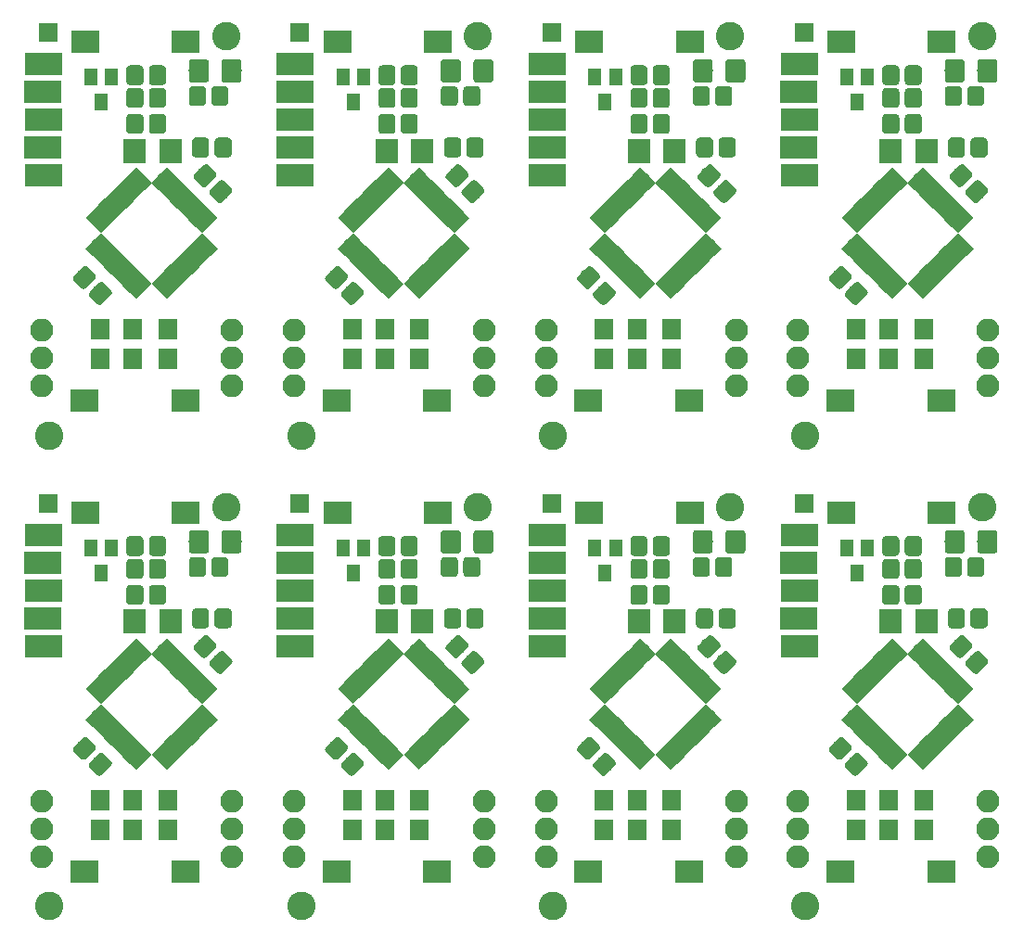
<source format=gts>
%MOIN*%
%OFA0B0*%
%FSLAX46Y46*%
%IPPOS*%
%LPD*%
%ADD10R,0.047244094488188976X0.062992125984251982*%
%ADD11O,0.082677165354330714X0.082677165354330714*%
%ADD12C,0.005905511811023622*%
%ADD13C,0.0610236220472441*%
%ADD14R,0.084645669291338585X0.086614173228346469*%
%ADD15C,0.0718503937007874*%
%ADD16R,0.13385826771653545X0.082677165354330714*%
%ADD17C,0.037401574803149609*%
%ADD18R,0.10157480314960631X0.07874015748031496*%
%ADD19R,0.066929133858267723X0.074803149606299218*%
%ADD20C,0.10236220472440946*%
%ADD21R,0.068897637795275593X0.068897637795275593*%
%ADD32R,0.047244094488188976X0.062992125984251982*%
%ADD33O,0.082677165354330714X0.082677165354330714*%
%ADD34C,0.005905511811023622*%
%ADD35C,0.0610236220472441*%
%ADD36R,0.084645669291338585X0.086614173228346469*%
%ADD37C,0.0718503937007874*%
%ADD38R,0.13385826771653545X0.082677165354330714*%
%ADD39C,0.037401574803149609*%
%ADD40R,0.10157480314960631X0.07874015748031496*%
%ADD41R,0.066929133858267723X0.074803149606299218*%
%ADD42C,0.10236220472440946*%
%ADD43R,0.068897637795275593X0.068897637795275593*%
%ADD54R,0.047244094488188976X0.062992125984251982*%
%ADD55O,0.082677165354330714X0.082677165354330714*%
%ADD56C,0.005905511811023622*%
%ADD57C,0.0610236220472441*%
%ADD58R,0.084645669291338585X0.086614173228346469*%
%ADD59C,0.0718503937007874*%
%ADD60R,0.13385826771653545X0.082677165354330714*%
%ADD61C,0.037401574803149609*%
%ADD62R,0.10157480314960631X0.07874015748031496*%
%ADD63R,0.066929133858267723X0.074803149606299218*%
%ADD64C,0.10236220472440946*%
%ADD65R,0.068897637795275593X0.068897637795275593*%
%ADD76R,0.047244094488188976X0.062992125984251982*%
%ADD77O,0.082677165354330714X0.082677165354330714*%
%ADD78C,0.005905511811023622*%
%ADD79C,0.0610236220472441*%
%ADD80R,0.084645669291338585X0.086614173228346469*%
%ADD81C,0.0718503937007874*%
%ADD82R,0.13385826771653545X0.082677165354330714*%
%ADD83C,0.037401574803149609*%
%ADD84R,0.10157480314960631X0.07874015748031496*%
%ADD85R,0.066929133858267723X0.074803149606299218*%
%ADD86C,0.10236220472440946*%
%ADD87R,0.068897637795275593X0.068897637795275593*%
%ADD98R,0.047244094488188976X0.062992125984251982*%
%ADD99O,0.082677165354330714X0.082677165354330714*%
%ADD100C,0.005905511811023622*%
%ADD101C,0.0610236220472441*%
%ADD102R,0.084645669291338585X0.086614173228346469*%
%ADD103C,0.0718503937007874*%
%ADD104R,0.13385826771653545X0.082677165354330714*%
%ADD105C,0.037401574803149609*%
%ADD106R,0.10157480314960631X0.07874015748031496*%
%ADD107R,0.066929133858267723X0.074803149606299218*%
%ADD108C,0.10236220472440946*%
%ADD109R,0.068897637795275593X0.068897637795275593*%
%ADD120R,0.047244094488188976X0.062992125984251982*%
%ADD121O,0.082677165354330714X0.082677165354330714*%
%ADD122C,0.005905511811023622*%
%ADD123C,0.0610236220472441*%
%ADD124R,0.084645669291338585X0.086614173228346469*%
%ADD125C,0.0718503937007874*%
%ADD126R,0.13385826771653545X0.082677165354330714*%
%ADD127C,0.037401574803149609*%
%ADD128R,0.10157480314960631X0.07874015748031496*%
%ADD129R,0.066929133858267723X0.074803149606299218*%
%ADD130C,0.10236220472440946*%
%ADD131R,0.068897637795275593X0.068897637795275593*%
%ADD142R,0.047244094488188976X0.062992125984251982*%
%ADD143O,0.082677165354330714X0.082677165354330714*%
%ADD144C,0.005905511811023622*%
%ADD145C,0.0610236220472441*%
%ADD146R,0.084645669291338585X0.086614173228346469*%
%ADD147C,0.0718503937007874*%
%ADD148R,0.13385826771653545X0.082677165354330714*%
%ADD149C,0.037401574803149609*%
%ADD150R,0.10157480314960631X0.07874015748031496*%
%ADD151R,0.066929133858267723X0.074803149606299218*%
%ADD152C,0.10236220472440946*%
%ADD153R,0.068897637795275593X0.068897637795275593*%
%ADD164R,0.047244094488188976X0.062992125984251982*%
%ADD165O,0.082677165354330714X0.082677165354330714*%
%ADD166C,0.005905511811023622*%
%ADD167C,0.0610236220472441*%
%ADD168R,0.084645669291338585X0.086614173228346469*%
%ADD169C,0.0718503937007874*%
%ADD170R,0.13385826771653545X0.082677165354330714*%
%ADD171C,0.037401574803149609*%
%ADD172R,0.10157480314960631X0.07874015748031496*%
%ADD173R,0.066929133858267723X0.074803149606299218*%
%ADD174C,0.10236220472440946*%
%ADD175R,0.068897637795275593X0.068897637795275593*%
%LPD*%
D10*
X-0006692913Y0004921259D02*
X0000263779Y0001268700D03*
X0000226377Y0001360236D03*
X0000301181Y0001360236D03*
D11*
X0000051181Y0000248818D03*
X0000051181Y0000348818D03*
X0000051181Y0000448818D03*
D12*
G36*
X0000265598Y0000622772D02*
G01*
X0000266886Y0000622581D01*
X0000268148Y0000622265D01*
X0000269374Y0000621826D01*
X0000270551Y0000621270D01*
X0000271668Y0000620600D01*
X0000272713Y0000619825D01*
X0000273678Y0000618951D01*
X0000298067Y0000594561D01*
X0000298942Y0000593597D01*
X0000299717Y0000592551D01*
X0000300386Y0000591434D01*
X0000300943Y0000590257D01*
X0000301382Y0000589032D01*
X0000301698Y0000587769D01*
X0000301889Y0000586481D01*
X0000301953Y0000585181D01*
X0000301889Y0000583880D01*
X0000301698Y0000582593D01*
X0000301382Y0000581330D01*
X0000300943Y0000580104D01*
X0000300386Y0000578927D01*
X0000299717Y0000577811D01*
X0000298942Y0000576765D01*
X0000298067Y0000575800D01*
X0000266718Y0000544451D01*
X0000265754Y0000543577D01*
X0000264708Y0000542802D01*
X0000263591Y0000542132D01*
X0000262415Y0000541576D01*
X0000261189Y0000541137D01*
X0000259926Y0000540821D01*
X0000258637Y0000540630D01*
X0000257338Y0000540566D01*
X0000256038Y0000540630D01*
X0000254749Y0000540821D01*
X0000253487Y0000541137D01*
X0000252261Y0000541576D01*
X0000251083Y0000542132D01*
X0000249968Y0000542802D01*
X0000248922Y0000543577D01*
X0000247956Y0000544451D01*
X0000223568Y0000568841D01*
X0000222694Y0000569805D01*
X0000221918Y0000570851D01*
X0000221249Y0000571967D01*
X0000220692Y0000573144D01*
X0000220254Y0000574370D01*
X0000219938Y0000575633D01*
X0000219746Y0000576921D01*
X0000219683Y0000578221D01*
X0000219746Y0000579521D01*
X0000219938Y0000580809D01*
X0000220254Y0000582072D01*
X0000220692Y0000583298D01*
X0000221249Y0000584475D01*
X0000221918Y0000585591D01*
X0000222694Y0000586637D01*
X0000223568Y0000587602D01*
X0000254917Y0000618951D01*
X0000255882Y0000619825D01*
X0000256927Y0000620600D01*
X0000258044Y0000621270D01*
X0000259220Y0000621826D01*
X0000260446Y0000622265D01*
X0000261710Y0000622581D01*
X0000262997Y0000622772D01*
X0000264298Y0000622836D01*
X0000265598Y0000622772D01*
X0000265598Y0000622772D01*
G37*
D13*
X0000260818Y0000581701D03*
D12*
G36*
X0000208528Y0000679842D02*
G01*
X0000209815Y0000679651D01*
X0000211079Y0000679334D01*
X0000212305Y0000678896D01*
X0000213482Y0000678339D01*
X0000214598Y0000677670D01*
X0000215644Y0000676894D01*
X0000216608Y0000676020D01*
X0000240998Y0000651631D01*
X0000241872Y0000650666D01*
X0000242648Y0000649621D01*
X0000243317Y0000648504D01*
X0000243873Y0000647327D01*
X0000244312Y0000646100D01*
X0000244628Y0000644838D01*
X0000244819Y0000643551D01*
X0000244883Y0000642250D01*
X0000244819Y0000640950D01*
X0000244628Y0000639662D01*
X0000244312Y0000638399D01*
X0000243873Y0000637174D01*
X0000243317Y0000635997D01*
X0000242648Y0000634880D01*
X0000241872Y0000633834D01*
X0000240998Y0000632870D01*
X0000209648Y0000601521D01*
X0000208684Y0000600647D01*
X0000207639Y0000599871D01*
X0000206522Y0000599202D01*
X0000205345Y0000598645D01*
X0000204119Y0000598207D01*
X0000202856Y0000597890D01*
X0000201569Y0000597699D01*
X0000200268Y0000597635D01*
X0000198967Y0000597699D01*
X0000197680Y0000597890D01*
X0000196417Y0000598207D01*
X0000195192Y0000598645D01*
X0000194015Y0000599202D01*
X0000192898Y0000599871D01*
X0000191851Y0000600647D01*
X0000190888Y0000601521D01*
X0000166499Y0000625910D01*
X0000165624Y0000626875D01*
X0000164849Y0000627920D01*
X0000164179Y0000629037D01*
X0000163622Y0000630214D01*
X0000163184Y0000631440D01*
X0000162868Y0000632703D01*
X0000162677Y0000633990D01*
X0000162613Y0000635291D01*
X0000162677Y0000636591D01*
X0000162868Y0000637879D01*
X0000163184Y0000639142D01*
X0000163622Y0000640367D01*
X0000164179Y0000641544D01*
X0000164849Y0000642661D01*
X0000165624Y0000643706D01*
X0000166499Y0000644671D01*
X0000197848Y0000676020D01*
X0000198812Y0000676894D01*
X0000199858Y0000677670D01*
X0000200974Y0000678339D01*
X0000202151Y0000678896D01*
X0000203377Y0000679334D01*
X0000204640Y0000679651D01*
X0000205928Y0000679842D01*
X0000207228Y0000679906D01*
X0000208528Y0000679842D01*
X0000208528Y0000679842D01*
G37*
D13*
X0000203748Y0000638771D03*
D12*
G36*
X0000698668Y0000988914D02*
G01*
X0000699957Y0000988723D01*
X0000701219Y0000988407D01*
X0000702445Y0000987968D01*
X0000703621Y0000987411D01*
X0000704739Y0000986742D01*
X0000705784Y0000985967D01*
X0000706749Y0000985092D01*
X0000731138Y0000960703D01*
X0000732013Y0000959738D01*
X0000732788Y0000958693D01*
X0000733457Y0000957576D01*
X0000734014Y0000956399D01*
X0000734452Y0000955173D01*
X0000734769Y0000953911D01*
X0000734960Y0000952623D01*
X0000735023Y0000951322D01*
X0000734960Y0000950022D01*
X0000734769Y0000948734D01*
X0000734452Y0000947471D01*
X0000734014Y0000946246D01*
X0000733457Y0000945069D01*
X0000732788Y0000943952D01*
X0000732013Y0000942907D01*
X0000731138Y0000941942D01*
X0000699789Y0000910593D01*
X0000698825Y0000909719D01*
X0000697779Y0000908943D01*
X0000696662Y0000908274D01*
X0000695485Y0000907717D01*
X0000694260Y0000907279D01*
X0000692997Y0000906962D01*
X0000691709Y0000906771D01*
X0000690408Y0000906707D01*
X0000689108Y0000906771D01*
X0000687821Y0000906962D01*
X0000686558Y0000907279D01*
X0000685331Y0000907717D01*
X0000684155Y0000908274D01*
X0000683039Y0000908943D01*
X0000681993Y0000909719D01*
X0000681028Y0000910593D01*
X0000656639Y0000934982D01*
X0000655765Y0000935947D01*
X0000654989Y0000936993D01*
X0000654320Y0000938109D01*
X0000653763Y0000939286D01*
X0000653325Y0000940512D01*
X0000653008Y0000941774D01*
X0000652817Y0000943063D01*
X0000652753Y0000944363D01*
X0000652817Y0000945663D01*
X0000653008Y0000946951D01*
X0000653325Y0000948214D01*
X0000653763Y0000949439D01*
X0000654320Y0000950616D01*
X0000654989Y0000951733D01*
X0000655765Y0000952779D01*
X0000656639Y0000953743D01*
X0000687988Y0000985092D01*
X0000688953Y0000985967D01*
X0000689998Y0000986742D01*
X0000691115Y0000987411D01*
X0000692292Y0000987968D01*
X0000693518Y0000988407D01*
X0000694780Y0000988723D01*
X0000696068Y0000988914D01*
X0000697368Y0000988978D01*
X0000698668Y0000988914D01*
X0000698668Y0000988914D01*
G37*
D13*
X0000693889Y0000947843D03*
D12*
G36*
X0000641599Y0001045983D02*
G01*
X0000642887Y0001045792D01*
X0000644150Y0001045476D01*
X0000645375Y0001045037D01*
X0000646552Y0001044481D01*
X0000647669Y0001043812D01*
X0000648714Y0001043036D01*
X0000649679Y0001042162D01*
X0000674068Y0001017773D01*
X0000674943Y0001016807D01*
X0000675718Y0001015762D01*
X0000676388Y0001014645D01*
X0000676944Y0001013469D01*
X0000677382Y0001012243D01*
X0000677699Y0001010980D01*
X0000677890Y0001009692D01*
X0000677954Y0001008392D01*
X0000677890Y0001007092D01*
X0000677699Y0001005803D01*
X0000677382Y0001004540D01*
X0000676944Y0001003315D01*
X0000676388Y0001002138D01*
X0000675718Y0001001022D01*
X0000674943Y0000999976D01*
X0000674068Y0000999012D01*
X0000642720Y0000967663D01*
X0000641755Y0000966787D01*
X0000640709Y0000966012D01*
X0000639593Y0000965344D01*
X0000638416Y0000964786D01*
X0000637190Y0000964348D01*
X0000635927Y0000964032D01*
X0000634639Y0000963841D01*
X0000633339Y0000963777D01*
X0000632039Y0000963841D01*
X0000630751Y0000964032D01*
X0000629488Y0000964348D01*
X0000628262Y0000964786D01*
X0000627086Y0000965344D01*
X0000625969Y0000966012D01*
X0000624923Y0000966787D01*
X0000623959Y0000967663D01*
X0000599569Y0000992051D01*
X0000598695Y0000993017D01*
X0000597920Y0000994062D01*
X0000597250Y0000995179D01*
X0000596694Y0000996356D01*
X0000596255Y0000997582D01*
X0000595939Y0000998844D01*
X0000595748Y0001000132D01*
X0000595684Y0001001432D01*
X0000595748Y0001002733D01*
X0000595939Y0001004019D01*
X0000596255Y0001005282D01*
X0000596694Y0001006509D01*
X0000597250Y0001007686D01*
X0000597920Y0001008802D01*
X0000598695Y0001009848D01*
X0000599569Y0001010813D01*
X0000630918Y0001042162D01*
X0000631882Y0001043036D01*
X0000632929Y0001043812D01*
X0000634045Y0001044481D01*
X0000635222Y0001045037D01*
X0000636448Y0001045476D01*
X0000637711Y0001045792D01*
X0000638998Y0001045983D01*
X0000640299Y0001046047D01*
X0000641599Y0001045983D01*
X0000641599Y0001045983D01*
G37*
D13*
X0000636819Y0001004912D03*
D12*
G36*
X0000484097Y0001226314D02*
G01*
X0000485385Y0001226122D01*
X0000486647Y0001225806D01*
X0000487873Y0001225368D01*
X0000489050Y0001224811D01*
X0000490167Y0001224142D01*
X0000491212Y0001223366D01*
X0000492177Y0001222492D01*
X0000493051Y0001221527D01*
X0000493827Y0001220482D01*
X0000494496Y0001219365D01*
X0000495052Y0001218188D01*
X0000495491Y0001216962D01*
X0000495808Y0001215700D01*
X0000495999Y0001214412D01*
X0000496062Y0001213111D01*
X0000496062Y0001168777D01*
X0000495999Y0001167477D01*
X0000495808Y0001166189D01*
X0000495491Y0001164926D01*
X0000495052Y0001163701D01*
X0000494496Y0001162524D01*
X0000493827Y0001161407D01*
X0000493051Y0001160361D01*
X0000492177Y0001159397D01*
X0000491212Y0001158523D01*
X0000490167Y0001157747D01*
X0000489050Y0001157078D01*
X0000487873Y0001156521D01*
X0000486647Y0001156083D01*
X0000485385Y0001155766D01*
X0000484097Y0001155575D01*
X0000482797Y0001155511D01*
X0000448305Y0001155511D01*
X0000447005Y0001155575D01*
X0000445717Y0001155766D01*
X0000444454Y0001156083D01*
X0000443228Y0001156521D01*
X0000442051Y0001157078D01*
X0000440935Y0001157747D01*
X0000439889Y0001158523D01*
X0000438923Y0001159397D01*
X0000438050Y0001160361D01*
X0000437275Y0001161407D01*
X0000436605Y0001162524D01*
X0000436049Y0001163701D01*
X0000435610Y0001164926D01*
X0000435294Y0001166189D01*
X0000435103Y0001167477D01*
X0000435039Y0001168777D01*
X0000435039Y0001213111D01*
X0000435103Y0001214412D01*
X0000435294Y0001215700D01*
X0000435610Y0001216962D01*
X0000436049Y0001218188D01*
X0000436605Y0001219365D01*
X0000437275Y0001220482D01*
X0000438050Y0001221527D01*
X0000438923Y0001222492D01*
X0000439889Y0001223366D01*
X0000440935Y0001224142D01*
X0000442051Y0001224811D01*
X0000443228Y0001225368D01*
X0000444454Y0001225806D01*
X0000445717Y0001226122D01*
X0000447005Y0001226314D01*
X0000448305Y0001226377D01*
X0000482797Y0001226377D01*
X0000484097Y0001226314D01*
X0000484097Y0001226314D01*
G37*
D13*
X0000465551Y0001190944D03*
D12*
G36*
X0000403388Y0001226314D02*
G01*
X0000404676Y0001226122D01*
X0000405938Y0001225806D01*
X0000407165Y0001225368D01*
X0000408341Y0001224811D01*
X0000409458Y0001224142D01*
X0000410504Y0001223366D01*
X0000411468Y0001222492D01*
X0000412343Y0001221527D01*
X0000413118Y0001220482D01*
X0000413787Y0001219365D01*
X0000414344Y0001218188D01*
X0000414783Y0001216962D01*
X0000415099Y0001215700D01*
X0000415290Y0001214412D01*
X0000415354Y0001213111D01*
X0000415354Y0001168777D01*
X0000415290Y0001167477D01*
X0000415099Y0001166189D01*
X0000414783Y0001164926D01*
X0000414344Y0001163701D01*
X0000413787Y0001162524D01*
X0000413118Y0001161407D01*
X0000412343Y0001160361D01*
X0000411468Y0001159397D01*
X0000410504Y0001158523D01*
X0000409458Y0001157747D01*
X0000408341Y0001157078D01*
X0000407165Y0001156521D01*
X0000405938Y0001156083D01*
X0000404676Y0001155766D01*
X0000403388Y0001155575D01*
X0000402088Y0001155511D01*
X0000367596Y0001155511D01*
X0000366296Y0001155575D01*
X0000365007Y0001155766D01*
X0000363745Y0001156083D01*
X0000362520Y0001156521D01*
X0000361342Y0001157078D01*
X0000360226Y0001157747D01*
X0000359180Y0001158523D01*
X0000358216Y0001159397D01*
X0000357341Y0001160361D01*
X0000356565Y0001161407D01*
X0000355897Y0001162524D01*
X0000355340Y0001163701D01*
X0000354901Y0001164926D01*
X0000354585Y0001166189D01*
X0000354394Y0001167477D01*
X0000354330Y0001168777D01*
X0000354330Y0001213111D01*
X0000354394Y0001214412D01*
X0000354585Y0001215700D01*
X0000354901Y0001216962D01*
X0000355340Y0001218188D01*
X0000355897Y0001219365D01*
X0000356565Y0001220482D01*
X0000357341Y0001221527D01*
X0000358216Y0001222492D01*
X0000359180Y0001223366D01*
X0000360226Y0001224142D01*
X0000361342Y0001224811D01*
X0000362520Y0001225368D01*
X0000363745Y0001225806D01*
X0000365007Y0001226122D01*
X0000366296Y0001226314D01*
X0000367596Y0001226377D01*
X0000402088Y0001226377D01*
X0000403388Y0001226314D01*
X0000403388Y0001226314D01*
G37*
D13*
X0000384842Y0001190944D03*
D14*
X0000384842Y0001094488D03*
X0000512795Y0001094488D03*
D12*
G36*
X0000720317Y0001141668D02*
G01*
X0000721605Y0001141477D01*
X0000722868Y0001141161D01*
X0000724094Y0001140722D01*
X0000725271Y0001140165D01*
X0000726387Y0001139496D01*
X0000727433Y0001138721D01*
X0000728397Y0001137846D01*
X0000729271Y0001136882D01*
X0000730046Y0001135836D01*
X0000730717Y0001134719D01*
X0000731273Y0001133542D01*
X0000731712Y0001132317D01*
X0000732028Y0001131054D01*
X0000732219Y0001129766D01*
X0000732283Y0001128466D01*
X0000732283Y0001084132D01*
X0000732219Y0001082831D01*
X0000732028Y0001081544D01*
X0000731712Y0001080281D01*
X0000731273Y0001079055D01*
X0000730717Y0001077878D01*
X0000730046Y0001076761D01*
X0000729271Y0001075716D01*
X0000728397Y0001074751D01*
X0000727433Y0001073877D01*
X0000726387Y0001073101D01*
X0000725271Y0001072432D01*
X0000724094Y0001071875D01*
X0000722868Y0001071437D01*
X0000721605Y0001071121D01*
X0000720317Y0001070930D01*
X0000719017Y0001070866D01*
X0000684525Y0001070866D01*
X0000683225Y0001070930D01*
X0000681937Y0001071121D01*
X0000680674Y0001071437D01*
X0000679449Y0001071875D01*
X0000678272Y0001072432D01*
X0000677155Y0001073101D01*
X0000676109Y0001073877D01*
X0000675145Y0001074751D01*
X0000674271Y0001075716D01*
X0000673495Y0001076761D01*
X0000672826Y0001077878D01*
X0000672269Y0001079055D01*
X0000671831Y0001080281D01*
X0000671514Y0001081544D01*
X0000671323Y0001082831D01*
X0000671259Y0001084132D01*
X0000671259Y0001128466D01*
X0000671323Y0001129766D01*
X0000671514Y0001131054D01*
X0000671831Y0001132317D01*
X0000672269Y0001133542D01*
X0000672826Y0001134719D01*
X0000673495Y0001135836D01*
X0000674271Y0001136882D01*
X0000675145Y0001137846D01*
X0000676109Y0001138721D01*
X0000677155Y0001139496D01*
X0000678272Y0001140165D01*
X0000679449Y0001140722D01*
X0000680674Y0001141161D01*
X0000681937Y0001141477D01*
X0000683225Y0001141668D01*
X0000684525Y0001141732D01*
X0000719017Y0001141732D01*
X0000720317Y0001141668D01*
X0000720317Y0001141668D01*
G37*
D13*
X0000701771Y0001106299D03*
D12*
G36*
X0000639609Y0001141668D02*
G01*
X0000640896Y0001141477D01*
X0000642159Y0001141161D01*
X0000643385Y0001140722D01*
X0000644562Y0001140165D01*
X0000645679Y0001139496D01*
X0000646724Y0001138721D01*
X0000647689Y0001137846D01*
X0000648563Y0001136882D01*
X0000649338Y0001135836D01*
X0000650008Y0001134719D01*
X0000650564Y0001133542D01*
X0000651003Y0001132317D01*
X0000651319Y0001131054D01*
X0000651510Y0001129766D01*
X0000651574Y0001128466D01*
X0000651574Y0001084132D01*
X0000651510Y0001082831D01*
X0000651319Y0001081544D01*
X0000651003Y0001080281D01*
X0000650564Y0001079055D01*
X0000650008Y0001077878D01*
X0000649338Y0001076761D01*
X0000648563Y0001075716D01*
X0000647689Y0001074751D01*
X0000646724Y0001073877D01*
X0000645679Y0001073101D01*
X0000644562Y0001072432D01*
X0000643385Y0001071875D01*
X0000642159Y0001071437D01*
X0000640896Y0001071121D01*
X0000639609Y0001070930D01*
X0000638308Y0001070866D01*
X0000603817Y0001070866D01*
X0000602516Y0001070930D01*
X0000601229Y0001071121D01*
X0000599966Y0001071437D01*
X0000598740Y0001071875D01*
X0000597563Y0001072432D01*
X0000596446Y0001073101D01*
X0000595401Y0001073877D01*
X0000594436Y0001074751D01*
X0000593562Y0001075716D01*
X0000592786Y0001076761D01*
X0000592117Y0001077878D01*
X0000591560Y0001079055D01*
X0000591122Y0001080281D01*
X0000590806Y0001081544D01*
X0000590615Y0001082831D01*
X0000590551Y0001084132D01*
X0000590551Y0001128466D01*
X0000590615Y0001129766D01*
X0000590806Y0001131054D01*
X0000591122Y0001132317D01*
X0000591560Y0001133542D01*
X0000592117Y0001134719D01*
X0000592786Y0001135836D01*
X0000593562Y0001136882D01*
X0000594436Y0001137846D01*
X0000595401Y0001138721D01*
X0000596446Y0001139496D01*
X0000597563Y0001140165D01*
X0000598740Y0001140722D01*
X0000599966Y0001141161D01*
X0000601229Y0001141477D01*
X0000602516Y0001141668D01*
X0000603817Y0001141732D01*
X0000638308Y0001141732D01*
X0000639609Y0001141668D01*
X0000639609Y0001141668D01*
G37*
D13*
X0000621062Y0001106299D03*
D11*
X0000734586Y0000248759D03*
X0000734586Y0000348759D03*
X0000734586Y0000448759D03*
D12*
G36*
X0000403388Y0001401510D02*
G01*
X0000404676Y0001401319D01*
X0000405938Y0001401001D01*
X0000407165Y0001400564D01*
X0000408341Y0001400008D01*
X0000409458Y0001399339D01*
X0000410504Y0001398563D01*
X0000411468Y0001397689D01*
X0000412343Y0001396723D01*
X0000413118Y0001395679D01*
X0000413787Y0001394562D01*
X0000414344Y0001393385D01*
X0000414783Y0001392159D01*
X0000415099Y0001390896D01*
X0000415290Y0001389609D01*
X0000415354Y0001388308D01*
X0000415354Y0001343974D01*
X0000415290Y0001342674D01*
X0000415099Y0001341386D01*
X0000414783Y0001340123D01*
X0000414344Y0001338897D01*
X0000413787Y0001337721D01*
X0000413118Y0001336604D01*
X0000412343Y0001335558D01*
X0000411468Y0001334594D01*
X0000410504Y0001333719D01*
X0000409458Y0001332944D01*
X0000408341Y0001332275D01*
X0000407165Y0001331718D01*
X0000405938Y0001331279D01*
X0000404676Y0001330963D01*
X0000403388Y0001330771D01*
X0000402088Y0001330708D01*
X0000367596Y0001330708D01*
X0000366296Y0001330771D01*
X0000365007Y0001330963D01*
X0000363745Y0001331279D01*
X0000362520Y0001331718D01*
X0000361342Y0001332275D01*
X0000360226Y0001332944D01*
X0000359180Y0001333719D01*
X0000358216Y0001334594D01*
X0000357341Y0001335558D01*
X0000356565Y0001336604D01*
X0000355897Y0001337721D01*
X0000355340Y0001338897D01*
X0000354901Y0001340123D01*
X0000354585Y0001341386D01*
X0000354394Y0001342674D01*
X0000354330Y0001343974D01*
X0000354330Y0001388308D01*
X0000354394Y0001389609D01*
X0000354585Y0001390896D01*
X0000354901Y0001392159D01*
X0000355340Y0001393385D01*
X0000355897Y0001394562D01*
X0000356565Y0001395679D01*
X0000357341Y0001396723D01*
X0000358216Y0001397689D01*
X0000359180Y0001398563D01*
X0000360226Y0001399339D01*
X0000361342Y0001400008D01*
X0000362520Y0001400564D01*
X0000363745Y0001401001D01*
X0000365007Y0001401319D01*
X0000366296Y0001401510D01*
X0000367596Y0001401573D01*
X0000402088Y0001401573D01*
X0000403388Y0001401510D01*
X0000403388Y0001401510D01*
G37*
D13*
X0000384842Y0001366141D03*
D12*
G36*
X0000484097Y0001401510D02*
G01*
X0000485385Y0001401319D01*
X0000486647Y0001401001D01*
X0000487873Y0001400564D01*
X0000489050Y0001400008D01*
X0000490167Y0001399339D01*
X0000491212Y0001398563D01*
X0000492177Y0001397689D01*
X0000493051Y0001396723D01*
X0000493827Y0001395679D01*
X0000494496Y0001394562D01*
X0000495052Y0001393385D01*
X0000495491Y0001392159D01*
X0000495808Y0001390896D01*
X0000495999Y0001389609D01*
X0000496062Y0001388308D01*
X0000496062Y0001343974D01*
X0000495999Y0001342674D01*
X0000495808Y0001341386D01*
X0000495491Y0001340123D01*
X0000495052Y0001338897D01*
X0000494496Y0001337721D01*
X0000493827Y0001336604D01*
X0000493051Y0001335558D01*
X0000492177Y0001334594D01*
X0000491212Y0001333719D01*
X0000490167Y0001332944D01*
X0000489050Y0001332275D01*
X0000487873Y0001331718D01*
X0000486647Y0001331279D01*
X0000485385Y0001330963D01*
X0000484097Y0001330771D01*
X0000482797Y0001330708D01*
X0000448305Y0001330708D01*
X0000447005Y0001330771D01*
X0000445717Y0001330963D01*
X0000444454Y0001331279D01*
X0000443228Y0001331718D01*
X0000442051Y0001332275D01*
X0000440935Y0001332944D01*
X0000439889Y0001333719D01*
X0000438923Y0001334594D01*
X0000438050Y0001335558D01*
X0000437275Y0001336604D01*
X0000436605Y0001337721D01*
X0000436049Y0001338897D01*
X0000435610Y0001340123D01*
X0000435294Y0001341386D01*
X0000435103Y0001342674D01*
X0000435039Y0001343974D01*
X0000435039Y0001388308D01*
X0000435103Y0001389609D01*
X0000435294Y0001390896D01*
X0000435610Y0001392159D01*
X0000436049Y0001393385D01*
X0000436605Y0001394562D01*
X0000437275Y0001395679D01*
X0000438050Y0001396723D01*
X0000438923Y0001397689D01*
X0000439889Y0001398563D01*
X0000440935Y0001399339D01*
X0000442051Y0001400008D01*
X0000443228Y0001400564D01*
X0000444454Y0001401001D01*
X0000445717Y0001401319D01*
X0000447005Y0001401510D01*
X0000448305Y0001401573D01*
X0000482797Y0001401573D01*
X0000484097Y0001401510D01*
X0000484097Y0001401510D01*
G37*
D13*
X0000465551Y0001366141D03*
D12*
G36*
X0000484097Y0001319817D02*
G01*
X0000485385Y0001319626D01*
X0000486647Y0001319310D01*
X0000487873Y0001318872D01*
X0000489050Y0001318315D01*
X0000490167Y0001317646D01*
X0000491212Y0001316870D01*
X0000492177Y0001315995D01*
X0000493051Y0001315030D01*
X0000493827Y0001313986D01*
X0000494496Y0001312869D01*
X0000495052Y0001311692D01*
X0000495491Y0001310466D01*
X0000495808Y0001309203D01*
X0000495999Y0001307916D01*
X0000496062Y0001306615D01*
X0000496062Y0001262281D01*
X0000495999Y0001260981D01*
X0000495808Y0001259693D01*
X0000495491Y0001258430D01*
X0000495052Y0001257205D01*
X0000494496Y0001256028D01*
X0000493827Y0001254911D01*
X0000493051Y0001253865D01*
X0000492177Y0001252901D01*
X0000491212Y0001252026D01*
X0000490167Y0001251251D01*
X0000489050Y0001250582D01*
X0000487873Y0001250025D01*
X0000486647Y0001249586D01*
X0000485385Y0001249270D01*
X0000484097Y0001249079D01*
X0000482797Y0001249015D01*
X0000448305Y0001249015D01*
X0000447005Y0001249079D01*
X0000445717Y0001249270D01*
X0000444454Y0001249586D01*
X0000443228Y0001250025D01*
X0000442051Y0001250582D01*
X0000440935Y0001251251D01*
X0000439889Y0001252026D01*
X0000438923Y0001252901D01*
X0000438050Y0001253865D01*
X0000437275Y0001254911D01*
X0000436605Y0001256028D01*
X0000436049Y0001257205D01*
X0000435610Y0001258430D01*
X0000435294Y0001259693D01*
X0000435103Y0001260981D01*
X0000435039Y0001262281D01*
X0000435039Y0001306615D01*
X0000435103Y0001307916D01*
X0000435294Y0001309203D01*
X0000435610Y0001310466D01*
X0000436049Y0001311692D01*
X0000436605Y0001312869D01*
X0000437275Y0001313986D01*
X0000438050Y0001315030D01*
X0000438923Y0001315995D01*
X0000439889Y0001316870D01*
X0000440935Y0001317646D01*
X0000442051Y0001318315D01*
X0000443228Y0001318872D01*
X0000444454Y0001319310D01*
X0000445717Y0001319626D01*
X0000447005Y0001319817D01*
X0000448305Y0001319880D01*
X0000482797Y0001319880D01*
X0000484097Y0001319817D01*
X0000484097Y0001319817D01*
G37*
D13*
X0000465551Y0001284448D03*
D12*
G36*
X0000403388Y0001319817D02*
G01*
X0000404676Y0001319626D01*
X0000405938Y0001319310D01*
X0000407165Y0001318872D01*
X0000408341Y0001318315D01*
X0000409458Y0001317646D01*
X0000410504Y0001316870D01*
X0000411468Y0001315995D01*
X0000412343Y0001315030D01*
X0000413118Y0001313986D01*
X0000413787Y0001312869D01*
X0000414344Y0001311692D01*
X0000414783Y0001310466D01*
X0000415099Y0001309203D01*
X0000415290Y0001307916D01*
X0000415354Y0001306615D01*
X0000415354Y0001262281D01*
X0000415290Y0001260981D01*
X0000415099Y0001259693D01*
X0000414783Y0001258430D01*
X0000414344Y0001257205D01*
X0000413787Y0001256028D01*
X0000413118Y0001254911D01*
X0000412343Y0001253865D01*
X0000411468Y0001252901D01*
X0000410504Y0001252026D01*
X0000409458Y0001251251D01*
X0000408341Y0001250582D01*
X0000407165Y0001250025D01*
X0000405938Y0001249586D01*
X0000404676Y0001249270D01*
X0000403388Y0001249079D01*
X0000402088Y0001249015D01*
X0000367596Y0001249015D01*
X0000366296Y0001249079D01*
X0000365007Y0001249270D01*
X0000363745Y0001249586D01*
X0000362520Y0001250025D01*
X0000361342Y0001250582D01*
X0000360226Y0001251251D01*
X0000359180Y0001252026D01*
X0000358216Y0001252901D01*
X0000357341Y0001253865D01*
X0000356565Y0001254911D01*
X0000355897Y0001256028D01*
X0000355340Y0001257205D01*
X0000354901Y0001258430D01*
X0000354585Y0001259693D01*
X0000354394Y0001260981D01*
X0000354330Y0001262281D01*
X0000354330Y0001306615D01*
X0000354394Y0001307916D01*
X0000354585Y0001309203D01*
X0000354901Y0001310466D01*
X0000355340Y0001311692D01*
X0000355897Y0001312869D01*
X0000356565Y0001313986D01*
X0000357341Y0001315030D01*
X0000358216Y0001315995D01*
X0000359180Y0001316870D01*
X0000360226Y0001317646D01*
X0000361342Y0001318315D01*
X0000362520Y0001318872D01*
X0000363745Y0001319310D01*
X0000365007Y0001319626D01*
X0000366296Y0001319817D01*
X0000367596Y0001319880D01*
X0000402088Y0001319880D01*
X0000403388Y0001319817D01*
X0000403388Y0001319817D01*
G37*
D13*
X0000384842Y0001284448D03*
D12*
G36*
X0000708506Y0001326707D02*
G01*
X0000709793Y0001326516D01*
X0000711057Y0001326200D01*
X0000712283Y0001325761D01*
X0000713459Y0001325205D01*
X0000714576Y0001324535D01*
X0000715622Y0001323760D01*
X0000716586Y0001322886D01*
X0000717461Y0001321919D01*
X0000718236Y0001320875D01*
X0000718905Y0001319759D01*
X0000719462Y0001318582D01*
X0000719901Y0001317356D01*
X0000720216Y0001316091D01*
X0000720408Y0001314805D01*
X0000720472Y0001313505D01*
X0000720472Y0001269171D01*
X0000720408Y0001267871D01*
X0000720216Y0001266582D01*
X0000719901Y0001265320D01*
X0000719462Y0001264094D01*
X0000718905Y0001262917D01*
X0000718236Y0001261801D01*
X0000717461Y0001260754D01*
X0000716586Y0001259791D01*
X0000715622Y0001258916D01*
X0000714576Y0001258141D01*
X0000713459Y0001257471D01*
X0000712283Y0001256915D01*
X0000711057Y0001256476D01*
X0000709793Y0001256160D01*
X0000708506Y0001255969D01*
X0000707206Y0001255905D01*
X0000672714Y0001255905D01*
X0000671413Y0001255969D01*
X0000670126Y0001256160D01*
X0000668863Y0001256476D01*
X0000667638Y0001256915D01*
X0000666460Y0001257471D01*
X0000665344Y0001258141D01*
X0000664298Y0001258916D01*
X0000663334Y0001259791D01*
X0000662460Y0001260754D01*
X0000661684Y0001261801D01*
X0000661014Y0001262917D01*
X0000660458Y0001264094D01*
X0000660020Y0001265320D01*
X0000659703Y0001266582D01*
X0000659512Y0001267871D01*
X0000659447Y0001269171D01*
X0000659447Y0001313505D01*
X0000659512Y0001314805D01*
X0000659703Y0001316091D01*
X0000660020Y0001317356D01*
X0000660458Y0001318582D01*
X0000661014Y0001319759D01*
X0000661684Y0001320875D01*
X0000662460Y0001321919D01*
X0000663334Y0001322886D01*
X0000664298Y0001323760D01*
X0000665344Y0001324535D01*
X0000666460Y0001325205D01*
X0000667638Y0001325761D01*
X0000668863Y0001326200D01*
X0000670126Y0001326516D01*
X0000671413Y0001326707D01*
X0000672714Y0001326771D01*
X0000707206Y0001326771D01*
X0000708506Y0001326707D01*
X0000708506Y0001326707D01*
G37*
D13*
X0000689960Y0001291338D03*
D12*
G36*
X0000627798Y0001326707D02*
G01*
X0000629085Y0001326516D01*
X0000630348Y0001326200D01*
X0000631574Y0001325761D01*
X0000632750Y0001325205D01*
X0000633866Y0001324535D01*
X0000634913Y0001323760D01*
X0000635878Y0001322886D01*
X0000636752Y0001321919D01*
X0000637528Y0001320875D01*
X0000638197Y0001319759D01*
X0000638753Y0001318582D01*
X0000639191Y0001317356D01*
X0000639508Y0001316091D01*
X0000639699Y0001314805D01*
X0000639763Y0001313505D01*
X0000639763Y0001269171D01*
X0000639699Y0001267871D01*
X0000639508Y0001266582D01*
X0000639191Y0001265320D01*
X0000638753Y0001264094D01*
X0000638197Y0001262917D01*
X0000637528Y0001261801D01*
X0000636752Y0001260754D01*
X0000635878Y0001259791D01*
X0000634913Y0001258916D01*
X0000633866Y0001258141D01*
X0000632750Y0001257471D01*
X0000631574Y0001256915D01*
X0000630348Y0001256476D01*
X0000629085Y0001256160D01*
X0000627798Y0001255969D01*
X0000626497Y0001255905D01*
X0000592006Y0001255905D01*
X0000590705Y0001255969D01*
X0000589418Y0001256160D01*
X0000588155Y0001256476D01*
X0000586929Y0001256915D01*
X0000585752Y0001257471D01*
X0000584635Y0001258141D01*
X0000583590Y0001258916D01*
X0000582625Y0001259791D01*
X0000581751Y0001260754D01*
X0000580975Y0001261801D01*
X0000580306Y0001262917D01*
X0000579749Y0001264094D01*
X0000579311Y0001265320D01*
X0000578995Y0001266582D01*
X0000578804Y0001267871D01*
X0000578740Y0001269171D01*
X0000578740Y0001313505D01*
X0000578804Y0001314805D01*
X0000578995Y0001316091D01*
X0000579311Y0001317356D01*
X0000579749Y0001318582D01*
X0000580306Y0001319759D01*
X0000580975Y0001320875D01*
X0000581751Y0001321919D01*
X0000582625Y0001322886D01*
X0000583590Y0001323760D01*
X0000584635Y0001324535D01*
X0000585752Y0001325205D01*
X0000586929Y0001325761D01*
X0000588155Y0001326200D01*
X0000589418Y0001326516D01*
X0000590705Y0001326707D01*
X0000592006Y0001326771D01*
X0000626497Y0001326771D01*
X0000627798Y0001326707D01*
X0000627798Y0001326707D01*
G37*
D13*
X0000609251Y0001291338D03*
D12*
G36*
X0000639220Y0001424151D02*
G01*
X0000640444Y0001423969D01*
X0000641644Y0001423669D01*
X0000642809Y0001423253D01*
X0000643927Y0001422724D01*
X0000644988Y0001422088D01*
X0000645981Y0001421351D01*
X0000646898Y0001420520D01*
X0000647729Y0001419604D01*
X0000648466Y0001418610D01*
X0000649102Y0001417549D01*
X0000649631Y0001416431D01*
X0000650047Y0001415266D01*
X0000650348Y0001414066D01*
X0000650529Y0001412842D01*
X0000650590Y0001411607D01*
X0000650590Y0001352172D01*
X0000650529Y0001350935D01*
X0000650348Y0001349713D01*
X0000650047Y0001348513D01*
X0000649631Y0001347348D01*
X0000649102Y0001346229D01*
X0000648466Y0001345168D01*
X0000647729Y0001344175D01*
X0000646898Y0001343258D01*
X0000645981Y0001342427D01*
X0000644988Y0001341690D01*
X0000643927Y0001341055D01*
X0000642809Y0001340526D01*
X0000641644Y0001340109D01*
X0000640444Y0001339809D01*
X0000639220Y0001339627D01*
X0000637985Y0001339566D01*
X0000591345Y0001339566D01*
X0000590109Y0001339627D01*
X0000588886Y0001339809D01*
X0000587686Y0001340109D01*
X0000586521Y0001340526D01*
X0000585403Y0001341055D01*
X0000584342Y0001341690D01*
X0000583348Y0001342427D01*
X0000582432Y0001343258D01*
X0000581601Y0001344175D01*
X0000580864Y0001345168D01*
X0000580228Y0001346229D01*
X0000579699Y0001347348D01*
X0000579282Y0001348513D01*
X0000578982Y0001349713D01*
X0000578800Y0001350935D01*
X0000578740Y0001352172D01*
X0000578740Y0001411607D01*
X0000578800Y0001412842D01*
X0000578982Y0001414066D01*
X0000579282Y0001415266D01*
X0000579699Y0001416431D01*
X0000580228Y0001417549D01*
X0000580864Y0001418610D01*
X0000581601Y0001419604D01*
X0000582432Y0001420520D01*
X0000583348Y0001421351D01*
X0000584342Y0001422088D01*
X0000585403Y0001422724D01*
X0000586521Y0001423253D01*
X0000587686Y0001423669D01*
X0000588886Y0001423969D01*
X0000590109Y0001424151D01*
X0000591345Y0001424212D01*
X0000637985Y0001424212D01*
X0000639220Y0001424151D01*
X0000639220Y0001424151D01*
G37*
D15*
X0000614665Y0001381889D03*
D12*
G36*
X0000756346Y0001424151D02*
G01*
X0000757570Y0001423969D01*
X0000758769Y0001423669D01*
X0000759935Y0001423253D01*
X0000761053Y0001422724D01*
X0000762114Y0001422088D01*
X0000763107Y0001421351D01*
X0000764024Y0001420520D01*
X0000764855Y0001419604D01*
X0000765592Y0001418610D01*
X0000766228Y0001417549D01*
X0000766756Y0001416431D01*
X0000767173Y0001415266D01*
X0000767474Y0001414066D01*
X0000767655Y0001412842D01*
X0000767716Y0001411607D01*
X0000767716Y0001352172D01*
X0000767655Y0001350935D01*
X0000767474Y0001349713D01*
X0000767173Y0001348513D01*
X0000766756Y0001347348D01*
X0000766228Y0001346229D01*
X0000765592Y0001345168D01*
X0000764855Y0001344175D01*
X0000764024Y0001343258D01*
X0000763107Y0001342427D01*
X0000762114Y0001341690D01*
X0000761053Y0001341055D01*
X0000759935Y0001340526D01*
X0000758769Y0001340109D01*
X0000757570Y0001339809D01*
X0000756346Y0001339627D01*
X0000755111Y0001339566D01*
X0000708471Y0001339566D01*
X0000707235Y0001339627D01*
X0000706012Y0001339809D01*
X0000704812Y0001340109D01*
X0000703647Y0001340526D01*
X0000702529Y0001341055D01*
X0000701468Y0001341690D01*
X0000700474Y0001342427D01*
X0000699558Y0001343258D01*
X0000698727Y0001344175D01*
X0000697990Y0001345168D01*
X0000697354Y0001346229D01*
X0000696825Y0001347348D01*
X0000696408Y0001348513D01*
X0000696108Y0001349713D01*
X0000695926Y0001350935D01*
X0000695866Y0001352172D01*
X0000695866Y0001411607D01*
X0000695926Y0001412842D01*
X0000696108Y0001414066D01*
X0000696408Y0001415266D01*
X0000696825Y0001416431D01*
X0000697354Y0001417549D01*
X0000697990Y0001418610D01*
X0000698727Y0001419604D01*
X0000699558Y0001420520D01*
X0000700474Y0001421351D01*
X0000701468Y0001422088D01*
X0000702529Y0001422724D01*
X0000703647Y0001423253D01*
X0000704812Y0001423669D01*
X0000706012Y0001423969D01*
X0000707235Y0001424151D01*
X0000708471Y0001424212D01*
X0000755111Y0001424212D01*
X0000756346Y0001424151D01*
X0000756346Y0001424151D01*
G37*
D15*
X0000731791Y0001381889D03*
D16*
X0000055531Y0001406258D03*
X0000055531Y0001206259D03*
X0000055531Y0001006259D03*
X0000054586Y0001306259D03*
X0000054586Y0001106259D03*
D17*
X0000640850Y0000839125D03*
D12*
G36*
X0000655465Y0000880188D02*
G01*
X0000681912Y0000853740D01*
X0000626235Y0000798062D01*
X0000599788Y0000824510D01*
X0000655465Y0000880188D01*
X0000655465Y0000880188D01*
G37*
D17*
X0000618579Y0000861397D03*
D12*
G36*
X0000633194Y0000902459D02*
G01*
X0000659641Y0000876011D01*
X0000603964Y0000820333D01*
X0000577517Y0000846781D01*
X0000633194Y0000902459D01*
X0000633194Y0000902459D01*
G37*
D17*
X0000596308Y0000883668D03*
D12*
G36*
X0000610923Y0000924730D02*
G01*
X0000637370Y0000898283D01*
X0000581692Y0000842604D01*
X0000555246Y0000869052D01*
X0000610923Y0000924730D01*
X0000610923Y0000924730D01*
G37*
D17*
X0000574037Y0000905939D03*
D12*
G36*
X0000588652Y0000947001D02*
G01*
X0000615099Y0000920554D01*
X0000559421Y0000864877D01*
X0000532974Y0000891323D01*
X0000588652Y0000947001D01*
X0000588652Y0000947001D01*
G37*
D17*
X0000551766Y0000928210D03*
D12*
G36*
X0000566381Y0000969272D02*
G01*
X0000592828Y0000942825D01*
X0000537150Y0000887148D01*
X0000510703Y0000913595D01*
X0000566381Y0000969272D01*
X0000566381Y0000969272D01*
G37*
D17*
X0000529495Y0000950481D03*
D12*
G36*
X0000544110Y0000991542D02*
G01*
X0000570557Y0000965096D01*
X0000514879Y0000909418D01*
X0000488432Y0000935866D01*
X0000544110Y0000991542D01*
X0000544110Y0000991542D01*
G37*
D17*
X0000507223Y0000972752D03*
D12*
G36*
X0000521839Y0001013814D02*
G01*
X0000548286Y0000987367D01*
X0000492608Y0000931689D01*
X0000466161Y0000958137D01*
X0000521839Y0001013814D01*
X0000521839Y0001013814D01*
G37*
D17*
X0000484952Y0000995023D03*
D12*
G36*
X0000499568Y0001036086D02*
G01*
X0000526015Y0001009639D01*
X0000470337Y0000953961D01*
X0000443890Y0000980408D01*
X0000499568Y0001036086D01*
X0000499568Y0001036086D01*
G37*
D17*
X0000404220Y0000995023D03*
D12*
G36*
X0000363157Y0001009639D02*
G01*
X0000389604Y0001036086D01*
X0000445282Y0000980408D01*
X0000418835Y0000953961D01*
X0000363157Y0001009639D01*
X0000363157Y0001009639D01*
G37*
D17*
X0000381949Y0000972752D03*
D12*
G36*
X0000340886Y0000987367D02*
G01*
X0000367333Y0001013814D01*
X0000423011Y0000958137D01*
X0000396564Y0000931689D01*
X0000340886Y0000987367D01*
X0000340886Y0000987367D01*
G37*
D17*
X0000359678Y0000950481D03*
D12*
G36*
X0000318615Y0000965096D02*
G01*
X0000345062Y0000991542D01*
X0000400740Y0000935866D01*
X0000374293Y0000909418D01*
X0000318615Y0000965096D01*
X0000318615Y0000965096D01*
G37*
D17*
X0000337407Y0000928210D03*
D12*
G36*
X0000296344Y0000942825D02*
G01*
X0000322791Y0000969272D01*
X0000378469Y0000913595D01*
X0000352022Y0000887148D01*
X0000296344Y0000942825D01*
X0000296344Y0000942825D01*
G37*
D17*
X0000315135Y0000905939D03*
D12*
G36*
X0000274073Y0000920554D02*
G01*
X0000300520Y0000947001D01*
X0000356198Y0000891323D01*
X0000329751Y0000864877D01*
X0000274073Y0000920554D01*
X0000274073Y0000920554D01*
G37*
D17*
X0000292864Y0000883668D03*
D12*
G36*
X0000251802Y0000898283D02*
G01*
X0000278249Y0000924730D01*
X0000333927Y0000869052D01*
X0000307480Y0000842604D01*
X0000251802Y0000898283D01*
X0000251802Y0000898283D01*
G37*
D17*
X0000270593Y0000861397D03*
D12*
G36*
X0000229531Y0000876011D02*
G01*
X0000255977Y0000902459D01*
X0000311656Y0000846781D01*
X0000285209Y0000820333D01*
X0000229531Y0000876011D01*
X0000229531Y0000876011D01*
G37*
D17*
X0000248322Y0000839125D03*
D12*
G36*
X0000207260Y0000853740D02*
G01*
X0000233706Y0000880188D01*
X0000289385Y0000824510D01*
X0000262938Y0000798062D01*
X0000207260Y0000853740D01*
X0000207260Y0000853740D01*
G37*
D17*
X0000248322Y0000758393D03*
D12*
G36*
X0000262938Y0000799455D02*
G01*
X0000289385Y0000773008D01*
X0000233706Y0000717331D01*
X0000207260Y0000743778D01*
X0000262938Y0000799455D01*
X0000262938Y0000799455D01*
G37*
D17*
X0000270593Y0000736122D03*
D12*
G36*
X0000285209Y0000777184D02*
G01*
X0000311656Y0000750737D01*
X0000255977Y0000695060D01*
X0000229531Y0000721507D01*
X0000285209Y0000777184D01*
X0000285209Y0000777184D01*
G37*
D17*
X0000292864Y0000713851D03*
D12*
G36*
X0000307480Y0000754913D02*
G01*
X0000333927Y0000728466D01*
X0000278249Y0000672789D01*
X0000251802Y0000699235D01*
X0000307480Y0000754913D01*
X0000307480Y0000754913D01*
G37*
D17*
X0000315135Y0000691580D03*
D12*
G36*
X0000329751Y0000732642D02*
G01*
X0000356198Y0000706195D01*
X0000300520Y0000650517D01*
X0000274073Y0000676964D01*
X0000329751Y0000732642D01*
X0000329751Y0000732642D01*
G37*
D17*
X0000337407Y0000669308D03*
D12*
G36*
X0000352022Y0000710371D02*
G01*
X0000378469Y0000683924D01*
X0000322791Y0000628246D01*
X0000296344Y0000654693D01*
X0000352022Y0000710371D01*
X0000352022Y0000710371D01*
G37*
D17*
X0000359678Y0000647037D03*
D12*
G36*
X0000374293Y0000688100D02*
G01*
X0000400740Y0000661653D01*
X0000345062Y0000605975D01*
X0000318615Y0000632422D01*
X0000374293Y0000688100D01*
X0000374293Y0000688100D01*
G37*
D17*
X0000381949Y0000624767D03*
D12*
G36*
X0000396564Y0000665829D02*
G01*
X0000423011Y0000639382D01*
X0000367333Y0000583704D01*
X0000340886Y0000610151D01*
X0000396564Y0000665829D01*
X0000396564Y0000665829D01*
G37*
D17*
X0000404220Y0000602495D03*
D12*
G36*
X0000418835Y0000643558D02*
G01*
X0000445282Y0000617111D01*
X0000389604Y0000561433D01*
X0000363157Y0000587880D01*
X0000418835Y0000643558D01*
X0000418835Y0000643558D01*
G37*
D17*
X0000484952Y0000602495D03*
D12*
G36*
X0000443890Y0000617111D02*
G01*
X0000470337Y0000643558D01*
X0000526015Y0000587880D01*
X0000499568Y0000561433D01*
X0000443890Y0000617111D01*
X0000443890Y0000617111D01*
G37*
D17*
X0000507223Y0000624767D03*
D12*
G36*
X0000466161Y0000639382D02*
G01*
X0000492608Y0000665829D01*
X0000548286Y0000610151D01*
X0000521839Y0000583704D01*
X0000466161Y0000639382D01*
X0000466161Y0000639382D01*
G37*
D17*
X0000529495Y0000647037D03*
D12*
G36*
X0000488432Y0000661653D02*
G01*
X0000514879Y0000688100D01*
X0000570557Y0000632422D01*
X0000544110Y0000605975D01*
X0000488432Y0000661653D01*
X0000488432Y0000661653D01*
G37*
D17*
X0000551766Y0000669308D03*
D12*
G36*
X0000510703Y0000683924D02*
G01*
X0000537150Y0000710371D01*
X0000592828Y0000654693D01*
X0000566381Y0000628246D01*
X0000510703Y0000683924D01*
X0000510703Y0000683924D01*
G37*
D17*
X0000574037Y0000691580D03*
D12*
G36*
X0000532974Y0000706195D02*
G01*
X0000559421Y0000732642D01*
X0000615099Y0000676964D01*
X0000588652Y0000650517D01*
X0000532974Y0000706195D01*
X0000532974Y0000706195D01*
G37*
D17*
X0000596308Y0000713851D03*
D12*
G36*
X0000555246Y0000728466D02*
G01*
X0000581692Y0000754913D01*
X0000637370Y0000699235D01*
X0000610923Y0000672789D01*
X0000555246Y0000728466D01*
X0000555246Y0000728466D01*
G37*
D17*
X0000618579Y0000736122D03*
D12*
G36*
X0000577517Y0000750737D02*
G01*
X0000603964Y0000777184D01*
X0000659641Y0000721507D01*
X0000633194Y0000695060D01*
X0000577517Y0000750737D01*
X0000577517Y0000750737D01*
G37*
D17*
X0000640850Y0000758393D03*
D12*
G36*
X0000599788Y0000773008D02*
G01*
X0000626235Y0000799455D01*
X0000681912Y0000743778D01*
X0000655465Y0000717331D01*
X0000599788Y0000773008D01*
X0000599788Y0000773008D01*
G37*
D18*
X0000203877Y0000196259D03*
X0000565295Y0000196259D03*
X0000206377Y0001486259D03*
X0000567795Y0001486259D03*
D19*
X0000501967Y0000451771D03*
X0000501967Y0000345472D03*
D20*
X0000712086Y0001506259D03*
X0000077086Y0000071259D03*
D21*
X0000072086Y0001518759D03*
D19*
X0000377952Y0000451909D03*
X0000377952Y0000345610D03*
X0000260085Y0000345259D03*
X0000260085Y0000451559D03*
D32*
X-0006692913Y0006614173D02*
X0000263779Y0002961614D03*
X0000226377Y0003053149D03*
X0000301181Y0003053149D03*
D33*
X0000051181Y0001941731D03*
X0000051181Y0002041732D03*
X0000051181Y0002141732D03*
D34*
G36*
X0000265598Y0002315686D02*
G01*
X0000266886Y0002315495D01*
X0000268148Y0002315178D01*
X0000269374Y0002314740D01*
X0000270551Y0002314183D01*
X0000271668Y0002313514D01*
X0000272713Y0002312738D01*
X0000273678Y0002311864D01*
X0000298067Y0002287475D01*
X0000298942Y0002286510D01*
X0000299717Y0002285464D01*
X0000300386Y0002284348D01*
X0000300943Y0002283171D01*
X0000301382Y0002281945D01*
X0000301698Y0002280682D01*
X0000301889Y0002279394D01*
X0000301953Y0002278094D01*
X0000301889Y0002276794D01*
X0000301698Y0002275506D01*
X0000301382Y0002274243D01*
X0000300943Y0002273017D01*
X0000300386Y0002271841D01*
X0000299717Y0002270724D01*
X0000298942Y0002269678D01*
X0000298067Y0002268714D01*
X0000266718Y0002237365D01*
X0000265754Y0002236490D01*
X0000264708Y0002235715D01*
X0000263591Y0002235046D01*
X0000262415Y0002234489D01*
X0000261189Y0002234050D01*
X0000259926Y0002233734D01*
X0000258637Y0002233543D01*
X0000257338Y0002233479D01*
X0000256038Y0002233543D01*
X0000254749Y0002233734D01*
X0000253487Y0002234050D01*
X0000252261Y0002234489D01*
X0000251083Y0002235046D01*
X0000249968Y0002235715D01*
X0000248922Y0002236490D01*
X0000247956Y0002237365D01*
X0000223568Y0002261754D01*
X0000222694Y0002262719D01*
X0000221918Y0002263764D01*
X0000221249Y0002264881D01*
X0000220692Y0002266058D01*
X0000220254Y0002267284D01*
X0000219938Y0002268546D01*
X0000219746Y0002269834D01*
X0000219683Y0002271134D01*
X0000219746Y0002272435D01*
X0000219938Y0002273723D01*
X0000220254Y0002274985D01*
X0000220692Y0002276211D01*
X0000221249Y0002277388D01*
X0000221918Y0002278505D01*
X0000222694Y0002279550D01*
X0000223568Y0002280515D01*
X0000254917Y0002311864D01*
X0000255882Y0002312738D01*
X0000256927Y0002313514D01*
X0000258044Y0002314183D01*
X0000259220Y0002314740D01*
X0000260446Y0002315178D01*
X0000261710Y0002315495D01*
X0000262997Y0002315686D01*
X0000264298Y0002315749D01*
X0000265598Y0002315686D01*
X0000265598Y0002315686D01*
G37*
D35*
X0000260818Y0002274614D03*
D34*
G36*
X0000208528Y0002372755D02*
G01*
X0000209815Y0002372564D01*
X0000211079Y0002372248D01*
X0000212305Y0002371809D01*
X0000213482Y0002371253D01*
X0000214598Y0002370583D01*
X0000215644Y0002369808D01*
X0000216608Y0002368934D01*
X0000240998Y0002344544D01*
X0000241872Y0002343580D01*
X0000242648Y0002342534D01*
X0000243317Y0002341417D01*
X0000243873Y0002340240D01*
X0000244312Y0002339015D01*
X0000244628Y0002337752D01*
X0000244819Y0002336464D01*
X0000244883Y0002335164D01*
X0000244819Y0002333863D01*
X0000244628Y0002332576D01*
X0000244312Y0002331313D01*
X0000243873Y0002330087D01*
X0000243317Y0002328910D01*
X0000242648Y0002327794D01*
X0000241872Y0002326748D01*
X0000240998Y0002325783D01*
X0000209648Y0002294434D01*
X0000208684Y0002293560D01*
X0000207639Y0002292785D01*
X0000206522Y0002292115D01*
X0000205345Y0002291559D01*
X0000204119Y0002291120D01*
X0000202856Y0002290804D01*
X0000201569Y0002290613D01*
X0000200268Y0002290549D01*
X0000198967Y0002290613D01*
X0000197680Y0002290804D01*
X0000196417Y0002291120D01*
X0000195192Y0002291559D01*
X0000194015Y0002292115D01*
X0000192898Y0002292785D01*
X0000191851Y0002293560D01*
X0000190888Y0002294434D01*
X0000166499Y0002318824D01*
X0000165624Y0002319788D01*
X0000164849Y0002320834D01*
X0000164179Y0002321951D01*
X0000163622Y0002323127D01*
X0000163184Y0002324353D01*
X0000162868Y0002325616D01*
X0000162677Y0002326904D01*
X0000162613Y0002328204D01*
X0000162677Y0002329504D01*
X0000162868Y0002330792D01*
X0000163184Y0002332055D01*
X0000163622Y0002333281D01*
X0000164179Y0002334458D01*
X0000164849Y0002335574D01*
X0000165624Y0002336620D01*
X0000166499Y0002337585D01*
X0000197848Y0002368934D01*
X0000198812Y0002369808D01*
X0000199858Y0002370583D01*
X0000200974Y0002371253D01*
X0000202151Y0002371809D01*
X0000203377Y0002372248D01*
X0000204640Y0002372564D01*
X0000205928Y0002372755D01*
X0000207228Y0002372819D01*
X0000208528Y0002372755D01*
X0000208528Y0002372755D01*
G37*
D35*
X0000203748Y0002331684D03*
D34*
G36*
X0000698668Y0002681827D02*
G01*
X0000699957Y0002681636D01*
X0000701219Y0002681320D01*
X0000702445Y0002680881D01*
X0000703621Y0002680325D01*
X0000704739Y0002679654D01*
X0000705784Y0002678880D01*
X0000706749Y0002678006D01*
X0000731138Y0002653616D01*
X0000732013Y0002652652D01*
X0000732788Y0002651606D01*
X0000733457Y0002650488D01*
X0000734014Y0002649313D01*
X0000734452Y0002648087D01*
X0000734769Y0002646824D01*
X0000734960Y0002645535D01*
X0000735023Y0002644236D01*
X0000734960Y0002642936D01*
X0000734769Y0002641648D01*
X0000734452Y0002640385D01*
X0000734014Y0002639159D01*
X0000733457Y0002637982D01*
X0000732788Y0002636866D01*
X0000732013Y0002635820D01*
X0000731138Y0002634855D01*
X0000699789Y0002603506D01*
X0000698825Y0002602632D01*
X0000697779Y0002601857D01*
X0000696662Y0002601187D01*
X0000695485Y0002600631D01*
X0000694260Y0002600192D01*
X0000692997Y0002599875D01*
X0000691709Y0002599685D01*
X0000690408Y0002599621D01*
X0000689108Y0002599685D01*
X0000687821Y0002599875D01*
X0000686558Y0002600192D01*
X0000685331Y0002600631D01*
X0000684155Y0002601187D01*
X0000683039Y0002601857D01*
X0000681993Y0002602632D01*
X0000681028Y0002603506D01*
X0000656639Y0002627896D01*
X0000655765Y0002628860D01*
X0000654989Y0002629906D01*
X0000654320Y0002631023D01*
X0000653763Y0002632200D01*
X0000653325Y0002633425D01*
X0000653008Y0002634688D01*
X0000652817Y0002635976D01*
X0000652753Y0002637276D01*
X0000652817Y0002638576D01*
X0000653008Y0002639864D01*
X0000653325Y0002641127D01*
X0000653763Y0002642353D01*
X0000654320Y0002643530D01*
X0000654989Y0002644646D01*
X0000655765Y0002645692D01*
X0000656639Y0002646657D01*
X0000687988Y0002678006D01*
X0000688953Y0002678880D01*
X0000689998Y0002679654D01*
X0000691115Y0002680325D01*
X0000692292Y0002680881D01*
X0000693518Y0002681320D01*
X0000694780Y0002681636D01*
X0000696068Y0002681827D01*
X0000697368Y0002681891D01*
X0000698668Y0002681827D01*
X0000698668Y0002681827D01*
G37*
D35*
X0000693889Y0002640756D03*
D34*
G36*
X0000641599Y0002738896D02*
G01*
X0000642887Y0002738706D01*
X0000644150Y0002738390D01*
X0000645375Y0002737951D01*
X0000646552Y0002737394D01*
X0000647669Y0002736725D01*
X0000648714Y0002735950D01*
X0000649679Y0002735075D01*
X0000674068Y0002710686D01*
X0000674943Y0002709721D01*
X0000675718Y0002708675D01*
X0000676388Y0002707559D01*
X0000676944Y0002706382D01*
X0000677382Y0002705156D01*
X0000677699Y0002703894D01*
X0000677890Y0002702606D01*
X0000677954Y0002701305D01*
X0000677890Y0002700005D01*
X0000677699Y0002698717D01*
X0000677382Y0002697454D01*
X0000676944Y0002696229D01*
X0000676388Y0002695052D01*
X0000675718Y0002693935D01*
X0000674943Y0002692889D01*
X0000674068Y0002691925D01*
X0000642720Y0002660576D01*
X0000641755Y0002659702D01*
X0000640709Y0002658925D01*
X0000639593Y0002658257D01*
X0000638416Y0002657699D01*
X0000637190Y0002657262D01*
X0000635927Y0002656945D01*
X0000634639Y0002656754D01*
X0000633339Y0002656691D01*
X0000632039Y0002656754D01*
X0000630751Y0002656945D01*
X0000629488Y0002657262D01*
X0000628262Y0002657699D01*
X0000627086Y0002658257D01*
X0000625969Y0002658925D01*
X0000624923Y0002659702D01*
X0000623959Y0002660576D01*
X0000599569Y0002684965D01*
X0000598695Y0002685930D01*
X0000597920Y0002686976D01*
X0000597250Y0002688091D01*
X0000596694Y0002689269D01*
X0000596255Y0002690495D01*
X0000595939Y0002691757D01*
X0000595748Y0002693046D01*
X0000595684Y0002694346D01*
X0000595748Y0002695646D01*
X0000595939Y0002696934D01*
X0000596255Y0002698197D01*
X0000596694Y0002699422D01*
X0000597250Y0002700599D01*
X0000597920Y0002701716D01*
X0000598695Y0002702762D01*
X0000599569Y0002703726D01*
X0000630918Y0002735075D01*
X0000631882Y0002735950D01*
X0000632929Y0002736725D01*
X0000634045Y0002737394D01*
X0000635222Y0002737951D01*
X0000636448Y0002738390D01*
X0000637711Y0002738706D01*
X0000638998Y0002738896D01*
X0000640299Y0002738961D01*
X0000641599Y0002738896D01*
X0000641599Y0002738896D01*
G37*
D35*
X0000636819Y0002697826D03*
D34*
G36*
X0000484097Y0002919227D02*
G01*
X0000485385Y0002919036D01*
X0000486647Y0002918720D01*
X0000487873Y0002918280D01*
X0000489050Y0002917724D01*
X0000490167Y0002917055D01*
X0000491212Y0002916280D01*
X0000492177Y0002915405D01*
X0000493051Y0002914441D01*
X0000493827Y0002913395D01*
X0000494496Y0002912278D01*
X0000495052Y0002911102D01*
X0000495491Y0002909876D01*
X0000495808Y0002908613D01*
X0000495999Y0002907325D01*
X0000496062Y0002906025D01*
X0000496062Y0002861691D01*
X0000495999Y0002860390D01*
X0000495808Y0002859103D01*
X0000495491Y0002857840D01*
X0000495052Y0002856614D01*
X0000494496Y0002855437D01*
X0000493827Y0002854320D01*
X0000493051Y0002853275D01*
X0000492177Y0002852310D01*
X0000491212Y0002851436D01*
X0000490167Y0002850660D01*
X0000489050Y0002849991D01*
X0000487873Y0002849435D01*
X0000486647Y0002848996D01*
X0000485385Y0002848680D01*
X0000484097Y0002848489D01*
X0000482797Y0002848425D01*
X0000448305Y0002848425D01*
X0000447005Y0002848489D01*
X0000445717Y0002848680D01*
X0000444454Y0002848996D01*
X0000443228Y0002849435D01*
X0000442051Y0002849991D01*
X0000440935Y0002850660D01*
X0000439889Y0002851436D01*
X0000438923Y0002852310D01*
X0000438050Y0002853275D01*
X0000437275Y0002854320D01*
X0000436605Y0002855437D01*
X0000436049Y0002856614D01*
X0000435610Y0002857840D01*
X0000435294Y0002859103D01*
X0000435103Y0002860390D01*
X0000435039Y0002861691D01*
X0000435039Y0002906025D01*
X0000435103Y0002907325D01*
X0000435294Y0002908613D01*
X0000435610Y0002909876D01*
X0000436049Y0002911102D01*
X0000436605Y0002912278D01*
X0000437275Y0002913395D01*
X0000438050Y0002914441D01*
X0000438923Y0002915405D01*
X0000439889Y0002916280D01*
X0000440935Y0002917055D01*
X0000442051Y0002917724D01*
X0000443228Y0002918280D01*
X0000444454Y0002918720D01*
X0000445717Y0002919036D01*
X0000447005Y0002919227D01*
X0000448305Y0002919291D01*
X0000482797Y0002919291D01*
X0000484097Y0002919227D01*
X0000484097Y0002919227D01*
G37*
D35*
X0000465551Y0002883858D03*
D34*
G36*
X0000403388Y0002919227D02*
G01*
X0000404676Y0002919036D01*
X0000405938Y0002918720D01*
X0000407165Y0002918280D01*
X0000408341Y0002917724D01*
X0000409458Y0002917055D01*
X0000410504Y0002916280D01*
X0000411468Y0002915405D01*
X0000412343Y0002914441D01*
X0000413118Y0002913395D01*
X0000413787Y0002912278D01*
X0000414344Y0002911102D01*
X0000414783Y0002909876D01*
X0000415099Y0002908613D01*
X0000415290Y0002907325D01*
X0000415354Y0002906025D01*
X0000415354Y0002861691D01*
X0000415290Y0002860390D01*
X0000415099Y0002859103D01*
X0000414783Y0002857840D01*
X0000414344Y0002856614D01*
X0000413787Y0002855437D01*
X0000413118Y0002854320D01*
X0000412343Y0002853275D01*
X0000411468Y0002852310D01*
X0000410504Y0002851436D01*
X0000409458Y0002850660D01*
X0000408341Y0002849991D01*
X0000407165Y0002849435D01*
X0000405938Y0002848996D01*
X0000404676Y0002848680D01*
X0000403388Y0002848489D01*
X0000402088Y0002848425D01*
X0000367596Y0002848425D01*
X0000366296Y0002848489D01*
X0000365007Y0002848680D01*
X0000363745Y0002848996D01*
X0000362520Y0002849435D01*
X0000361342Y0002849991D01*
X0000360226Y0002850660D01*
X0000359180Y0002851436D01*
X0000358216Y0002852310D01*
X0000357341Y0002853275D01*
X0000356565Y0002854320D01*
X0000355897Y0002855437D01*
X0000355340Y0002856614D01*
X0000354901Y0002857840D01*
X0000354585Y0002859103D01*
X0000354394Y0002860390D01*
X0000354330Y0002861691D01*
X0000354330Y0002906025D01*
X0000354394Y0002907325D01*
X0000354585Y0002908613D01*
X0000354901Y0002909876D01*
X0000355340Y0002911102D01*
X0000355897Y0002912278D01*
X0000356565Y0002913395D01*
X0000357341Y0002914441D01*
X0000358216Y0002915405D01*
X0000359180Y0002916280D01*
X0000360226Y0002917055D01*
X0000361342Y0002917724D01*
X0000362520Y0002918280D01*
X0000363745Y0002918720D01*
X0000365007Y0002919036D01*
X0000366296Y0002919227D01*
X0000367596Y0002919291D01*
X0000402088Y0002919291D01*
X0000403388Y0002919227D01*
X0000403388Y0002919227D01*
G37*
D35*
X0000384842Y0002883858D03*
D36*
X0000384842Y0002787401D03*
X0000512795Y0002787401D03*
D34*
G36*
X0000720317Y0002834581D02*
G01*
X0000721605Y0002834390D01*
X0000722868Y0002834074D01*
X0000724094Y0002833635D01*
X0000725271Y0002833078D01*
X0000726387Y0002832409D01*
X0000727433Y0002831634D01*
X0000728397Y0002830760D01*
X0000729271Y0002829795D01*
X0000730046Y0002828749D01*
X0000730717Y0002827633D01*
X0000731273Y0002826456D01*
X0000731712Y0002825230D01*
X0000732028Y0002823967D01*
X0000732219Y0002822678D01*
X0000732283Y0002821379D01*
X0000732283Y0002777045D01*
X0000732219Y0002775745D01*
X0000732028Y0002774456D01*
X0000731712Y0002773194D01*
X0000731273Y0002771968D01*
X0000730717Y0002770791D01*
X0000730046Y0002769675D01*
X0000729271Y0002768629D01*
X0000728397Y0002767664D01*
X0000727433Y0002766790D01*
X0000726387Y0002766015D01*
X0000725271Y0002765345D01*
X0000724094Y0002764789D01*
X0000722868Y0002764350D01*
X0000721605Y0002764033D01*
X0000720317Y0002763843D01*
X0000719017Y0002763779D01*
X0000684525Y0002763779D01*
X0000683225Y0002763843D01*
X0000681937Y0002764033D01*
X0000680674Y0002764350D01*
X0000679449Y0002764789D01*
X0000678272Y0002765345D01*
X0000677155Y0002766015D01*
X0000676109Y0002766790D01*
X0000675145Y0002767664D01*
X0000674271Y0002768629D01*
X0000673495Y0002769675D01*
X0000672826Y0002770791D01*
X0000672269Y0002771968D01*
X0000671831Y0002773194D01*
X0000671514Y0002774456D01*
X0000671323Y0002775745D01*
X0000671259Y0002777045D01*
X0000671259Y0002821379D01*
X0000671323Y0002822678D01*
X0000671514Y0002823967D01*
X0000671831Y0002825230D01*
X0000672269Y0002826456D01*
X0000672826Y0002827633D01*
X0000673495Y0002828749D01*
X0000674271Y0002829795D01*
X0000675145Y0002830760D01*
X0000676109Y0002831634D01*
X0000677155Y0002832409D01*
X0000678272Y0002833078D01*
X0000679449Y0002833635D01*
X0000680674Y0002834074D01*
X0000681937Y0002834390D01*
X0000683225Y0002834581D01*
X0000684525Y0002834645D01*
X0000719017Y0002834645D01*
X0000720317Y0002834581D01*
X0000720317Y0002834581D01*
G37*
D35*
X0000701771Y0002799212D03*
D34*
G36*
X0000639609Y0002834581D02*
G01*
X0000640896Y0002834390D01*
X0000642159Y0002834074D01*
X0000643385Y0002833635D01*
X0000644562Y0002833078D01*
X0000645679Y0002832409D01*
X0000646724Y0002831634D01*
X0000647689Y0002830760D01*
X0000648563Y0002829795D01*
X0000649338Y0002828749D01*
X0000650008Y0002827633D01*
X0000650564Y0002826456D01*
X0000651003Y0002825230D01*
X0000651319Y0002823967D01*
X0000651510Y0002822678D01*
X0000651574Y0002821379D01*
X0000651574Y0002777045D01*
X0000651510Y0002775745D01*
X0000651319Y0002774456D01*
X0000651003Y0002773194D01*
X0000650564Y0002771968D01*
X0000650008Y0002770791D01*
X0000649338Y0002769675D01*
X0000648563Y0002768629D01*
X0000647689Y0002767664D01*
X0000646724Y0002766790D01*
X0000645679Y0002766015D01*
X0000644562Y0002765345D01*
X0000643385Y0002764789D01*
X0000642159Y0002764350D01*
X0000640896Y0002764033D01*
X0000639609Y0002763843D01*
X0000638308Y0002763779D01*
X0000603817Y0002763779D01*
X0000602516Y0002763843D01*
X0000601229Y0002764033D01*
X0000599966Y0002764350D01*
X0000598740Y0002764789D01*
X0000597563Y0002765345D01*
X0000596446Y0002766015D01*
X0000595401Y0002766790D01*
X0000594436Y0002767664D01*
X0000593562Y0002768629D01*
X0000592786Y0002769675D01*
X0000592117Y0002770791D01*
X0000591560Y0002771968D01*
X0000591122Y0002773194D01*
X0000590806Y0002774456D01*
X0000590615Y0002775745D01*
X0000590551Y0002777045D01*
X0000590551Y0002821379D01*
X0000590615Y0002822678D01*
X0000590806Y0002823967D01*
X0000591122Y0002825230D01*
X0000591560Y0002826456D01*
X0000592117Y0002827633D01*
X0000592786Y0002828749D01*
X0000593562Y0002829795D01*
X0000594436Y0002830760D01*
X0000595401Y0002831634D01*
X0000596446Y0002832409D01*
X0000597563Y0002833078D01*
X0000598740Y0002833635D01*
X0000599966Y0002834074D01*
X0000601229Y0002834390D01*
X0000602516Y0002834581D01*
X0000603817Y0002834645D01*
X0000638308Y0002834645D01*
X0000639609Y0002834581D01*
X0000639609Y0002834581D01*
G37*
D35*
X0000621062Y0002799212D03*
D33*
X0000734586Y0001941673D03*
X0000734586Y0002041672D03*
X0000734586Y0002141673D03*
D34*
G36*
X0000403388Y0003094424D02*
G01*
X0000404676Y0003094233D01*
X0000405938Y0003093916D01*
X0000407165Y0003093478D01*
X0000408341Y0003092921D01*
X0000409458Y0003092252D01*
X0000410504Y0003091476D01*
X0000411468Y0003090602D01*
X0000412343Y0003089637D01*
X0000413118Y0003088592D01*
X0000413787Y0003087475D01*
X0000414344Y0003086298D01*
X0000414783Y0003085073D01*
X0000415099Y0003083810D01*
X0000415290Y0003082522D01*
X0000415354Y0003081222D01*
X0000415354Y0003036888D01*
X0000415290Y0003035587D01*
X0000415099Y0003034299D01*
X0000414783Y0003033037D01*
X0000414344Y0003031811D01*
X0000413787Y0003030634D01*
X0000413118Y0003029517D01*
X0000412343Y0003028472D01*
X0000411468Y0003027506D01*
X0000410504Y0003026633D01*
X0000409458Y0003025857D01*
X0000408341Y0003025188D01*
X0000407165Y0003024631D01*
X0000405938Y0003024193D01*
X0000404676Y0003023876D01*
X0000403388Y0003023685D01*
X0000402088Y0003023622D01*
X0000367596Y0003023622D01*
X0000366296Y0003023685D01*
X0000365007Y0003023876D01*
X0000363745Y0003024193D01*
X0000362520Y0003024631D01*
X0000361342Y0003025188D01*
X0000360226Y0003025857D01*
X0000359180Y0003026633D01*
X0000358216Y0003027506D01*
X0000357341Y0003028472D01*
X0000356565Y0003029517D01*
X0000355897Y0003030634D01*
X0000355340Y0003031811D01*
X0000354901Y0003033037D01*
X0000354585Y0003034299D01*
X0000354394Y0003035587D01*
X0000354330Y0003036888D01*
X0000354330Y0003081222D01*
X0000354394Y0003082522D01*
X0000354585Y0003083810D01*
X0000354901Y0003085073D01*
X0000355340Y0003086298D01*
X0000355897Y0003087475D01*
X0000356565Y0003088592D01*
X0000357341Y0003089637D01*
X0000358216Y0003090602D01*
X0000359180Y0003091476D01*
X0000360226Y0003092252D01*
X0000361342Y0003092921D01*
X0000362520Y0003093478D01*
X0000363745Y0003093916D01*
X0000365007Y0003094233D01*
X0000366296Y0003094424D01*
X0000367596Y0003094488D01*
X0000402088Y0003094488D01*
X0000403388Y0003094424D01*
X0000403388Y0003094424D01*
G37*
D35*
X0000384842Y0003059055D03*
D34*
G36*
X0000484097Y0003094424D02*
G01*
X0000485385Y0003094233D01*
X0000486647Y0003093916D01*
X0000487873Y0003093478D01*
X0000489050Y0003092921D01*
X0000490167Y0003092252D01*
X0000491212Y0003091476D01*
X0000492177Y0003090602D01*
X0000493051Y0003089637D01*
X0000493827Y0003088592D01*
X0000494496Y0003087475D01*
X0000495052Y0003086298D01*
X0000495491Y0003085073D01*
X0000495808Y0003083810D01*
X0000495999Y0003082522D01*
X0000496062Y0003081222D01*
X0000496062Y0003036888D01*
X0000495999Y0003035587D01*
X0000495808Y0003034299D01*
X0000495491Y0003033037D01*
X0000495052Y0003031811D01*
X0000494496Y0003030634D01*
X0000493827Y0003029517D01*
X0000493051Y0003028472D01*
X0000492177Y0003027506D01*
X0000491212Y0003026633D01*
X0000490167Y0003025857D01*
X0000489050Y0003025188D01*
X0000487873Y0003024631D01*
X0000486647Y0003024193D01*
X0000485385Y0003023876D01*
X0000484097Y0003023685D01*
X0000482797Y0003023622D01*
X0000448305Y0003023622D01*
X0000447005Y0003023685D01*
X0000445717Y0003023876D01*
X0000444454Y0003024193D01*
X0000443228Y0003024631D01*
X0000442051Y0003025188D01*
X0000440935Y0003025857D01*
X0000439889Y0003026633D01*
X0000438923Y0003027506D01*
X0000438050Y0003028472D01*
X0000437275Y0003029517D01*
X0000436605Y0003030634D01*
X0000436049Y0003031811D01*
X0000435610Y0003033037D01*
X0000435294Y0003034299D01*
X0000435103Y0003035587D01*
X0000435039Y0003036888D01*
X0000435039Y0003081222D01*
X0000435103Y0003082522D01*
X0000435294Y0003083810D01*
X0000435610Y0003085073D01*
X0000436049Y0003086298D01*
X0000436605Y0003087475D01*
X0000437275Y0003088592D01*
X0000438050Y0003089637D01*
X0000438923Y0003090602D01*
X0000439889Y0003091476D01*
X0000440935Y0003092252D01*
X0000442051Y0003092921D01*
X0000443228Y0003093478D01*
X0000444454Y0003093916D01*
X0000445717Y0003094233D01*
X0000447005Y0003094424D01*
X0000448305Y0003094488D01*
X0000482797Y0003094488D01*
X0000484097Y0003094424D01*
X0000484097Y0003094424D01*
G37*
D35*
X0000465551Y0003059055D03*
D34*
G36*
X0000484097Y0003012731D02*
G01*
X0000485385Y0003012540D01*
X0000486647Y0003012224D01*
X0000487873Y0003011785D01*
X0000489050Y0003011228D01*
X0000490167Y0003010559D01*
X0000491212Y0003009783D01*
X0000492177Y0003008909D01*
X0000493051Y0003007945D01*
X0000493827Y0003006899D01*
X0000494496Y0003005782D01*
X0000495052Y0003004605D01*
X0000495491Y0003003380D01*
X0000495808Y0003002117D01*
X0000495999Y0003000829D01*
X0000496062Y0002999529D01*
X0000496062Y0002955195D01*
X0000495999Y0002953894D01*
X0000495808Y0002952607D01*
X0000495491Y0002951344D01*
X0000495052Y0002950118D01*
X0000494496Y0002948941D01*
X0000493827Y0002947824D01*
X0000493051Y0002946779D01*
X0000492177Y0002945813D01*
X0000491212Y0002944940D01*
X0000490167Y0002944164D01*
X0000489050Y0002943495D01*
X0000487873Y0002942938D01*
X0000486647Y0002942500D01*
X0000485385Y0002942184D01*
X0000484097Y0002941993D01*
X0000482797Y0002941929D01*
X0000448305Y0002941929D01*
X0000447005Y0002941993D01*
X0000445717Y0002942184D01*
X0000444454Y0002942500D01*
X0000443228Y0002942938D01*
X0000442051Y0002943495D01*
X0000440935Y0002944164D01*
X0000439889Y0002944940D01*
X0000438923Y0002945813D01*
X0000438050Y0002946779D01*
X0000437275Y0002947824D01*
X0000436605Y0002948941D01*
X0000436049Y0002950118D01*
X0000435610Y0002951344D01*
X0000435294Y0002952607D01*
X0000435103Y0002953894D01*
X0000435039Y0002955195D01*
X0000435039Y0002999529D01*
X0000435103Y0003000829D01*
X0000435294Y0003002117D01*
X0000435610Y0003003380D01*
X0000436049Y0003004605D01*
X0000436605Y0003005782D01*
X0000437275Y0003006899D01*
X0000438050Y0003007945D01*
X0000438923Y0003008909D01*
X0000439889Y0003009783D01*
X0000440935Y0003010559D01*
X0000442051Y0003011228D01*
X0000443228Y0003011785D01*
X0000444454Y0003012224D01*
X0000445717Y0003012540D01*
X0000447005Y0003012731D01*
X0000448305Y0003012795D01*
X0000482797Y0003012795D01*
X0000484097Y0003012731D01*
X0000484097Y0003012731D01*
G37*
D35*
X0000465551Y0002977362D03*
D34*
G36*
X0000403388Y0003012731D02*
G01*
X0000404676Y0003012540D01*
X0000405938Y0003012224D01*
X0000407165Y0003011785D01*
X0000408341Y0003011228D01*
X0000409458Y0003010559D01*
X0000410504Y0003009783D01*
X0000411468Y0003008909D01*
X0000412343Y0003007945D01*
X0000413118Y0003006899D01*
X0000413787Y0003005782D01*
X0000414344Y0003004605D01*
X0000414783Y0003003380D01*
X0000415099Y0003002117D01*
X0000415290Y0003000829D01*
X0000415354Y0002999529D01*
X0000415354Y0002955195D01*
X0000415290Y0002953894D01*
X0000415099Y0002952607D01*
X0000414783Y0002951344D01*
X0000414344Y0002950118D01*
X0000413787Y0002948941D01*
X0000413118Y0002947824D01*
X0000412343Y0002946779D01*
X0000411468Y0002945813D01*
X0000410504Y0002944940D01*
X0000409458Y0002944164D01*
X0000408341Y0002943495D01*
X0000407165Y0002942938D01*
X0000405938Y0002942500D01*
X0000404676Y0002942184D01*
X0000403388Y0002941993D01*
X0000402088Y0002941929D01*
X0000367596Y0002941929D01*
X0000366296Y0002941993D01*
X0000365007Y0002942184D01*
X0000363745Y0002942500D01*
X0000362520Y0002942938D01*
X0000361342Y0002943495D01*
X0000360226Y0002944164D01*
X0000359180Y0002944940D01*
X0000358216Y0002945813D01*
X0000357341Y0002946779D01*
X0000356565Y0002947824D01*
X0000355897Y0002948941D01*
X0000355340Y0002950118D01*
X0000354901Y0002951344D01*
X0000354585Y0002952607D01*
X0000354394Y0002953894D01*
X0000354330Y0002955195D01*
X0000354330Y0002999529D01*
X0000354394Y0003000829D01*
X0000354585Y0003002117D01*
X0000354901Y0003003380D01*
X0000355340Y0003004605D01*
X0000355897Y0003005782D01*
X0000356565Y0003006899D01*
X0000357341Y0003007945D01*
X0000358216Y0003008909D01*
X0000359180Y0003009783D01*
X0000360226Y0003010559D01*
X0000361342Y0003011228D01*
X0000362520Y0003011785D01*
X0000363745Y0003012224D01*
X0000365007Y0003012540D01*
X0000366296Y0003012731D01*
X0000367596Y0003012795D01*
X0000402088Y0003012795D01*
X0000403388Y0003012731D01*
X0000403388Y0003012731D01*
G37*
D35*
X0000384842Y0002977362D03*
D34*
G36*
X0000708506Y0003019621D02*
G01*
X0000709793Y0003019430D01*
X0000711057Y0003019113D01*
X0000712283Y0003018675D01*
X0000713459Y0003018118D01*
X0000714576Y0003017448D01*
X0000715622Y0003016673D01*
X0000716586Y0003015799D01*
X0000717461Y0003014834D01*
X0000718236Y0003013789D01*
X0000718905Y0003012672D01*
X0000719462Y0003011495D01*
X0000719901Y0003010269D01*
X0000720216Y0003009007D01*
X0000720408Y0003007719D01*
X0000720472Y0003006419D01*
X0000720472Y0002962084D01*
X0000720408Y0002960784D01*
X0000720216Y0002959496D01*
X0000719901Y0002958233D01*
X0000719462Y0002957008D01*
X0000718905Y0002955831D01*
X0000718236Y0002954713D01*
X0000717461Y0002953669D01*
X0000716586Y0002952704D01*
X0000715622Y0002951830D01*
X0000714576Y0002951054D01*
X0000713459Y0002950385D01*
X0000712283Y0002949828D01*
X0000711057Y0002949390D01*
X0000709793Y0002949072D01*
X0000708506Y0002948882D01*
X0000707206Y0002948818D01*
X0000672714Y0002948818D01*
X0000671413Y0002948882D01*
X0000670126Y0002949072D01*
X0000668863Y0002949390D01*
X0000667638Y0002949828D01*
X0000666460Y0002950385D01*
X0000665344Y0002951054D01*
X0000664298Y0002951830D01*
X0000663334Y0002952704D01*
X0000662460Y0002953669D01*
X0000661684Y0002954713D01*
X0000661014Y0002955831D01*
X0000660458Y0002957008D01*
X0000660020Y0002958233D01*
X0000659703Y0002959496D01*
X0000659512Y0002960784D01*
X0000659447Y0002962084D01*
X0000659447Y0003006419D01*
X0000659512Y0003007719D01*
X0000659703Y0003009007D01*
X0000660020Y0003010269D01*
X0000660458Y0003011495D01*
X0000661014Y0003012672D01*
X0000661684Y0003013789D01*
X0000662460Y0003014834D01*
X0000663334Y0003015799D01*
X0000664298Y0003016673D01*
X0000665344Y0003017448D01*
X0000666460Y0003018118D01*
X0000667638Y0003018675D01*
X0000668863Y0003019113D01*
X0000670126Y0003019430D01*
X0000671413Y0003019621D01*
X0000672714Y0003019685D01*
X0000707206Y0003019685D01*
X0000708506Y0003019621D01*
X0000708506Y0003019621D01*
G37*
D35*
X0000689960Y0002984251D03*
D34*
G36*
X0000627798Y0003019621D02*
G01*
X0000629085Y0003019430D01*
X0000630348Y0003019113D01*
X0000631574Y0003018675D01*
X0000632750Y0003018118D01*
X0000633866Y0003017448D01*
X0000634913Y0003016673D01*
X0000635878Y0003015799D01*
X0000636752Y0003014834D01*
X0000637528Y0003013789D01*
X0000638197Y0003012672D01*
X0000638753Y0003011495D01*
X0000639191Y0003010269D01*
X0000639508Y0003009007D01*
X0000639699Y0003007719D01*
X0000639763Y0003006419D01*
X0000639763Y0002962084D01*
X0000639699Y0002960784D01*
X0000639508Y0002959496D01*
X0000639191Y0002958233D01*
X0000638753Y0002957008D01*
X0000638197Y0002955831D01*
X0000637528Y0002954713D01*
X0000636752Y0002953669D01*
X0000635878Y0002952704D01*
X0000634913Y0002951830D01*
X0000633866Y0002951054D01*
X0000632750Y0002950385D01*
X0000631574Y0002949828D01*
X0000630348Y0002949390D01*
X0000629085Y0002949072D01*
X0000627798Y0002948882D01*
X0000626497Y0002948818D01*
X0000592006Y0002948818D01*
X0000590705Y0002948882D01*
X0000589418Y0002949072D01*
X0000588155Y0002949390D01*
X0000586929Y0002949828D01*
X0000585752Y0002950385D01*
X0000584635Y0002951054D01*
X0000583590Y0002951830D01*
X0000582625Y0002952704D01*
X0000581751Y0002953669D01*
X0000580975Y0002954713D01*
X0000580306Y0002955831D01*
X0000579749Y0002957008D01*
X0000579311Y0002958233D01*
X0000578995Y0002959496D01*
X0000578804Y0002960784D01*
X0000578740Y0002962084D01*
X0000578740Y0003006419D01*
X0000578804Y0003007719D01*
X0000578995Y0003009007D01*
X0000579311Y0003010269D01*
X0000579749Y0003011495D01*
X0000580306Y0003012672D01*
X0000580975Y0003013789D01*
X0000581751Y0003014834D01*
X0000582625Y0003015799D01*
X0000583590Y0003016673D01*
X0000584635Y0003017448D01*
X0000585752Y0003018118D01*
X0000586929Y0003018675D01*
X0000588155Y0003019113D01*
X0000589418Y0003019430D01*
X0000590705Y0003019621D01*
X0000592006Y0003019685D01*
X0000626497Y0003019685D01*
X0000627798Y0003019621D01*
X0000627798Y0003019621D01*
G37*
D35*
X0000609251Y0002984251D03*
D34*
G36*
X0000639220Y0003117065D02*
G01*
X0000640444Y0003116883D01*
X0000641644Y0003116583D01*
X0000642809Y0003116166D01*
X0000643927Y0003115637D01*
X0000644988Y0003115001D01*
X0000645981Y0003114264D01*
X0000646898Y0003113433D01*
X0000647729Y0003112517D01*
X0000648466Y0003111523D01*
X0000649102Y0003110462D01*
X0000649631Y0003109344D01*
X0000650047Y0003108179D01*
X0000650348Y0003106979D01*
X0000650529Y0003105755D01*
X0000650590Y0003104520D01*
X0000650590Y0003045085D01*
X0000650529Y0003043850D01*
X0000650348Y0003042626D01*
X0000650047Y0003041426D01*
X0000649631Y0003040261D01*
X0000649102Y0003039143D01*
X0000648466Y0003038082D01*
X0000647729Y0003037088D01*
X0000646898Y0003036172D01*
X0000645981Y0003035341D01*
X0000644988Y0003034604D01*
X0000643927Y0003033968D01*
X0000642809Y0003033439D01*
X0000641644Y0003033023D01*
X0000640444Y0003032722D01*
X0000639220Y0003032541D01*
X0000637985Y0003032480D01*
X0000591345Y0003032480D01*
X0000590109Y0003032541D01*
X0000588886Y0003032722D01*
X0000587686Y0003033023D01*
X0000586521Y0003033439D01*
X0000585403Y0003033968D01*
X0000584342Y0003034604D01*
X0000583348Y0003035341D01*
X0000582432Y0003036172D01*
X0000581601Y0003037088D01*
X0000580864Y0003038082D01*
X0000580228Y0003039143D01*
X0000579699Y0003040261D01*
X0000579282Y0003041426D01*
X0000578982Y0003042626D01*
X0000578800Y0003043850D01*
X0000578740Y0003045085D01*
X0000578740Y0003104520D01*
X0000578800Y0003105755D01*
X0000578982Y0003106979D01*
X0000579282Y0003108179D01*
X0000579699Y0003109344D01*
X0000580228Y0003110462D01*
X0000580864Y0003111523D01*
X0000581601Y0003112517D01*
X0000582432Y0003113433D01*
X0000583348Y0003114264D01*
X0000584342Y0003115001D01*
X0000585403Y0003115637D01*
X0000586521Y0003116166D01*
X0000587686Y0003116583D01*
X0000588886Y0003116883D01*
X0000590109Y0003117065D01*
X0000591345Y0003117125D01*
X0000637985Y0003117125D01*
X0000639220Y0003117065D01*
X0000639220Y0003117065D01*
G37*
D37*
X0000614665Y0003074803D03*
D34*
G36*
X0000756346Y0003117065D02*
G01*
X0000757570Y0003116883D01*
X0000758769Y0003116583D01*
X0000759935Y0003116166D01*
X0000761053Y0003115637D01*
X0000762114Y0003115001D01*
X0000763107Y0003114264D01*
X0000764024Y0003113433D01*
X0000764855Y0003112517D01*
X0000765592Y0003111523D01*
X0000766228Y0003110462D01*
X0000766756Y0003109344D01*
X0000767173Y0003108179D01*
X0000767474Y0003106979D01*
X0000767655Y0003105755D01*
X0000767716Y0003104520D01*
X0000767716Y0003045085D01*
X0000767655Y0003043850D01*
X0000767474Y0003042626D01*
X0000767173Y0003041426D01*
X0000766756Y0003040261D01*
X0000766228Y0003039143D01*
X0000765592Y0003038082D01*
X0000764855Y0003037088D01*
X0000764024Y0003036172D01*
X0000763107Y0003035341D01*
X0000762114Y0003034604D01*
X0000761053Y0003033968D01*
X0000759935Y0003033439D01*
X0000758769Y0003033023D01*
X0000757570Y0003032722D01*
X0000756346Y0003032541D01*
X0000755111Y0003032480D01*
X0000708471Y0003032480D01*
X0000707235Y0003032541D01*
X0000706012Y0003032722D01*
X0000704812Y0003033023D01*
X0000703647Y0003033439D01*
X0000702529Y0003033968D01*
X0000701468Y0003034604D01*
X0000700474Y0003035341D01*
X0000699558Y0003036172D01*
X0000698727Y0003037088D01*
X0000697990Y0003038082D01*
X0000697354Y0003039143D01*
X0000696825Y0003040261D01*
X0000696408Y0003041426D01*
X0000696108Y0003042626D01*
X0000695926Y0003043850D01*
X0000695866Y0003045085D01*
X0000695866Y0003104520D01*
X0000695926Y0003105755D01*
X0000696108Y0003106979D01*
X0000696408Y0003108179D01*
X0000696825Y0003109344D01*
X0000697354Y0003110462D01*
X0000697990Y0003111523D01*
X0000698727Y0003112517D01*
X0000699558Y0003113433D01*
X0000700474Y0003114264D01*
X0000701468Y0003115001D01*
X0000702529Y0003115637D01*
X0000703647Y0003116166D01*
X0000704812Y0003116583D01*
X0000706012Y0003116883D01*
X0000707235Y0003117065D01*
X0000708471Y0003117125D01*
X0000755111Y0003117125D01*
X0000756346Y0003117065D01*
X0000756346Y0003117065D01*
G37*
D37*
X0000731791Y0003074803D03*
D38*
X0000055531Y0003099173D03*
X0000055531Y0002899173D03*
X0000055531Y0002699173D03*
X0000054586Y0002999173D03*
X0000054586Y0002799172D03*
D39*
X0000640850Y0002532039D03*
D34*
G36*
X0000655465Y0002573100D02*
G01*
X0000681912Y0002546654D01*
X0000626235Y0002490977D01*
X0000599788Y0002517424D01*
X0000655465Y0002573100D01*
X0000655465Y0002573100D01*
G37*
D39*
X0000618579Y0002554310D03*
D34*
G36*
X0000633194Y0002595372D02*
G01*
X0000659641Y0002568926D01*
X0000603964Y0002513248D01*
X0000577517Y0002539695D01*
X0000633194Y0002595372D01*
X0000633194Y0002595372D01*
G37*
D39*
X0000596308Y0002576581D03*
D34*
G36*
X0000610923Y0002617644D02*
G01*
X0000637370Y0002591197D01*
X0000581692Y0002535519D01*
X0000555246Y0002561966D01*
X0000610923Y0002617644D01*
X0000610923Y0002617644D01*
G37*
D39*
X0000574037Y0002598852D03*
D34*
G36*
X0000588652Y0002639915D02*
G01*
X0000615099Y0002613468D01*
X0000559421Y0002557790D01*
X0000532974Y0002584237D01*
X0000588652Y0002639915D01*
X0000588652Y0002639915D01*
G37*
D39*
X0000551766Y0002621123D03*
D34*
G36*
X0000566381Y0002662186D02*
G01*
X0000592828Y0002635739D01*
X0000537150Y0002580061D01*
X0000510703Y0002606508D01*
X0000566381Y0002662186D01*
X0000566381Y0002662186D01*
G37*
D39*
X0000529495Y0002643394D03*
D34*
G36*
X0000544110Y0002684457D02*
G01*
X0000570557Y0002658010D01*
X0000514879Y0002602332D01*
X0000488432Y0002628779D01*
X0000544110Y0002684457D01*
X0000544110Y0002684457D01*
G37*
D39*
X0000507223Y0002665666D03*
D34*
G36*
X0000521839Y0002706728D02*
G01*
X0000548286Y0002680281D01*
X0000492608Y0002624603D01*
X0000466161Y0002651050D01*
X0000521839Y0002706728D01*
X0000521839Y0002706728D01*
G37*
D39*
X0000484952Y0002687936D03*
D34*
G36*
X0000499568Y0002728999D02*
G01*
X0000526015Y0002702552D01*
X0000470337Y0002646874D01*
X0000443890Y0002673321D01*
X0000499568Y0002728999D01*
X0000499568Y0002728999D01*
G37*
D39*
X0000404220Y0002687936D03*
D34*
G36*
X0000363157Y0002702552D02*
G01*
X0000389604Y0002728999D01*
X0000445282Y0002673321D01*
X0000418835Y0002646874D01*
X0000363157Y0002702552D01*
X0000363157Y0002702552D01*
G37*
D39*
X0000381949Y0002665666D03*
D34*
G36*
X0000340886Y0002680281D02*
G01*
X0000367333Y0002706728D01*
X0000423011Y0002651050D01*
X0000396564Y0002624603D01*
X0000340886Y0002680281D01*
X0000340886Y0002680281D01*
G37*
D39*
X0000359678Y0002643394D03*
D34*
G36*
X0000318615Y0002658010D02*
G01*
X0000345062Y0002684457D01*
X0000400740Y0002628779D01*
X0000374293Y0002602332D01*
X0000318615Y0002658010D01*
X0000318615Y0002658010D01*
G37*
D39*
X0000337407Y0002621123D03*
D34*
G36*
X0000296344Y0002635739D02*
G01*
X0000322791Y0002662186D01*
X0000378469Y0002606508D01*
X0000352022Y0002580061D01*
X0000296344Y0002635739D01*
X0000296344Y0002635739D01*
G37*
D39*
X0000315135Y0002598852D03*
D34*
G36*
X0000274073Y0002613468D02*
G01*
X0000300520Y0002639915D01*
X0000356198Y0002584237D01*
X0000329751Y0002557790D01*
X0000274073Y0002613468D01*
X0000274073Y0002613468D01*
G37*
D39*
X0000292864Y0002576581D03*
D34*
G36*
X0000251802Y0002591197D02*
G01*
X0000278249Y0002617644D01*
X0000333927Y0002561966D01*
X0000307480Y0002535519D01*
X0000251802Y0002591197D01*
X0000251802Y0002591197D01*
G37*
D39*
X0000270593Y0002554310D03*
D34*
G36*
X0000229531Y0002568926D02*
G01*
X0000255977Y0002595372D01*
X0000311656Y0002539695D01*
X0000285209Y0002513248D01*
X0000229531Y0002568926D01*
X0000229531Y0002568926D01*
G37*
D39*
X0000248322Y0002532039D03*
D34*
G36*
X0000207260Y0002546654D02*
G01*
X0000233706Y0002573100D01*
X0000289385Y0002517424D01*
X0000262938Y0002490977D01*
X0000207260Y0002546654D01*
X0000207260Y0002546654D01*
G37*
D39*
X0000248322Y0002451306D03*
D34*
G36*
X0000262938Y0002492369D02*
G01*
X0000289385Y0002465922D01*
X0000233706Y0002410244D01*
X0000207260Y0002436691D01*
X0000262938Y0002492369D01*
X0000262938Y0002492369D01*
G37*
D39*
X0000270593Y0002429035D03*
D34*
G36*
X0000285209Y0002470098D02*
G01*
X0000311656Y0002443651D01*
X0000255977Y0002387973D01*
X0000229531Y0002414420D01*
X0000285209Y0002470098D01*
X0000285209Y0002470098D01*
G37*
D39*
X0000292864Y0002406764D03*
D34*
G36*
X0000307480Y0002447827D02*
G01*
X0000333927Y0002421380D01*
X0000278249Y0002365702D01*
X0000251802Y0002392149D01*
X0000307480Y0002447827D01*
X0000307480Y0002447827D01*
G37*
D39*
X0000315135Y0002384493D03*
D34*
G36*
X0000329751Y0002425555D02*
G01*
X0000356198Y0002399109D01*
X0000300520Y0002343431D01*
X0000274073Y0002369878D01*
X0000329751Y0002425555D01*
X0000329751Y0002425555D01*
G37*
D39*
X0000337407Y0002362222D03*
D34*
G36*
X0000352022Y0002403284D02*
G01*
X0000378469Y0002376837D01*
X0000322791Y0002321160D01*
X0000296344Y0002347607D01*
X0000352022Y0002403284D01*
X0000352022Y0002403284D01*
G37*
D39*
X0000359678Y0002339951D03*
D34*
G36*
X0000374293Y0002381013D02*
G01*
X0000400740Y0002354566D01*
X0000345062Y0002298889D01*
X0000318615Y0002325336D01*
X0000374293Y0002381013D01*
X0000374293Y0002381013D01*
G37*
D39*
X0000381949Y0002317680D03*
D34*
G36*
X0000396564Y0002358742D02*
G01*
X0000423011Y0002332295D01*
X0000367333Y0002276618D01*
X0000340886Y0002303065D01*
X0000396564Y0002358742D01*
X0000396564Y0002358742D01*
G37*
D39*
X0000404220Y0002295409D03*
D34*
G36*
X0000418835Y0002336471D02*
G01*
X0000445282Y0002310024D01*
X0000389604Y0002254347D01*
X0000363157Y0002280793D01*
X0000418835Y0002336471D01*
X0000418835Y0002336471D01*
G37*
D39*
X0000484952Y0002295409D03*
D34*
G36*
X0000443890Y0002310024D02*
G01*
X0000470337Y0002336471D01*
X0000526015Y0002280793D01*
X0000499568Y0002254347D01*
X0000443890Y0002310024D01*
X0000443890Y0002310024D01*
G37*
D39*
X0000507223Y0002317680D03*
D34*
G36*
X0000466161Y0002332295D02*
G01*
X0000492608Y0002358742D01*
X0000548286Y0002303065D01*
X0000521839Y0002276618D01*
X0000466161Y0002332295D01*
X0000466161Y0002332295D01*
G37*
D39*
X0000529495Y0002339951D03*
D34*
G36*
X0000488432Y0002354566D02*
G01*
X0000514879Y0002381013D01*
X0000570557Y0002325336D01*
X0000544110Y0002298889D01*
X0000488432Y0002354566D01*
X0000488432Y0002354566D01*
G37*
D39*
X0000551766Y0002362222D03*
D34*
G36*
X0000510703Y0002376837D02*
G01*
X0000537150Y0002403284D01*
X0000592828Y0002347607D01*
X0000566381Y0002321160D01*
X0000510703Y0002376837D01*
X0000510703Y0002376837D01*
G37*
D39*
X0000574037Y0002384493D03*
D34*
G36*
X0000532974Y0002399109D02*
G01*
X0000559421Y0002425555D01*
X0000615099Y0002369878D01*
X0000588652Y0002343431D01*
X0000532974Y0002399109D01*
X0000532974Y0002399109D01*
G37*
D39*
X0000596308Y0002406764D03*
D34*
G36*
X0000555246Y0002421380D02*
G01*
X0000581692Y0002447827D01*
X0000637370Y0002392149D01*
X0000610923Y0002365702D01*
X0000555246Y0002421380D01*
X0000555246Y0002421380D01*
G37*
D39*
X0000618579Y0002429035D03*
D34*
G36*
X0000577517Y0002443651D02*
G01*
X0000603964Y0002470098D01*
X0000659641Y0002414420D01*
X0000633194Y0002387973D01*
X0000577517Y0002443651D01*
X0000577517Y0002443651D01*
G37*
D39*
X0000640850Y0002451306D03*
D34*
G36*
X0000599788Y0002465922D02*
G01*
X0000626235Y0002492369D01*
X0000681912Y0002436691D01*
X0000655465Y0002410244D01*
X0000599788Y0002465922D01*
X0000599788Y0002465922D01*
G37*
D40*
X0000203877Y0001889173D03*
X0000565295Y0001889173D03*
X0000206377Y0003179173D03*
X0000567795Y0003179173D03*
D41*
X0000501967Y0002144685D03*
X0000501967Y0002038385D03*
D42*
X0000712086Y0003199173D03*
X0000077086Y0001764173D03*
D43*
X0000072086Y0003211673D03*
D41*
X0000377952Y0002144822D03*
X0000377952Y0002038523D03*
X0000260085Y0002038173D03*
X0000260085Y0002144472D03*
D54*
X-0005787401Y0004921259D02*
X0001169291Y0001268700D03*
X0001131889Y0001360236D03*
X0001206692Y0001360236D03*
D55*
X0000956692Y0000248818D03*
X0000956692Y0000348818D03*
X0000956692Y0000448818D03*
D56*
G36*
X0001171110Y0000622772D02*
G01*
X0001172397Y0000622581D01*
X0001173660Y0000622265D01*
X0001174886Y0000621826D01*
X0001176063Y0000621270D01*
X0001177180Y0000620600D01*
X0001178225Y0000619825D01*
X0001179190Y0000618951D01*
X0001203579Y0000594561D01*
X0001204453Y0000593597D01*
X0001205229Y0000592551D01*
X0001205898Y0000591434D01*
X0001206455Y0000590257D01*
X0001206893Y0000589032D01*
X0001207210Y0000587769D01*
X0001207401Y0000586481D01*
X0001207465Y0000585181D01*
X0001207401Y0000583880D01*
X0001207210Y0000582593D01*
X0001206893Y0000581330D01*
X0001206455Y0000580104D01*
X0001205898Y0000578927D01*
X0001205229Y0000577811D01*
X0001204453Y0000576765D01*
X0001203579Y0000575800D01*
X0001172230Y0000544451D01*
X0001171266Y0000543577D01*
X0001170220Y0000542802D01*
X0001169103Y0000542132D01*
X0001167926Y0000541576D01*
X0001166701Y0000541137D01*
X0001165438Y0000540821D01*
X0001164150Y0000540630D01*
X0001162850Y0000540566D01*
X0001161549Y0000540630D01*
X0001160262Y0000540821D01*
X0001158999Y0000541137D01*
X0001157773Y0000541576D01*
X0001156596Y0000542132D01*
X0001155480Y0000542802D01*
X0001154434Y0000543577D01*
X0001153469Y0000544451D01*
X0001129080Y0000568841D01*
X0001128206Y0000569805D01*
X0001127430Y0000570851D01*
X0001126761Y0000571967D01*
X0001126204Y0000573144D01*
X0001125766Y0000574370D01*
X0001125449Y0000575633D01*
X0001125258Y0000576921D01*
X0001125194Y0000578221D01*
X0001125258Y0000579521D01*
X0001125449Y0000580809D01*
X0001125766Y0000582072D01*
X0001126204Y0000583298D01*
X0001126761Y0000584475D01*
X0001127430Y0000585591D01*
X0001128206Y0000586637D01*
X0001129080Y0000587602D01*
X0001160429Y0000618951D01*
X0001161394Y0000619825D01*
X0001162439Y0000620600D01*
X0001163556Y0000621270D01*
X0001164733Y0000621826D01*
X0001165959Y0000622265D01*
X0001167221Y0000622581D01*
X0001168509Y0000622772D01*
X0001169809Y0000622836D01*
X0001171110Y0000622772D01*
X0001171110Y0000622772D01*
G37*
D57*
X0001166330Y0000581701D03*
D56*
G36*
X0001114040Y0000679842D02*
G01*
X0001115328Y0000679651D01*
X0001116591Y0000679334D01*
X0001117816Y0000678896D01*
X0001118993Y0000678339D01*
X0001120110Y0000677670D01*
X0001121156Y0000676894D01*
X0001122120Y0000676020D01*
X0001146510Y0000651631D01*
X0001147384Y0000650666D01*
X0001148159Y0000649621D01*
X0001148829Y0000648504D01*
X0001149385Y0000647327D01*
X0001149824Y0000646100D01*
X0001150140Y0000644838D01*
X0001150331Y0000643551D01*
X0001150395Y0000642250D01*
X0001150331Y0000640950D01*
X0001150140Y0000639662D01*
X0001149824Y0000638399D01*
X0001149385Y0000637174D01*
X0001148829Y0000635997D01*
X0001148159Y0000634880D01*
X0001147384Y0000633834D01*
X0001146510Y0000632870D01*
X0001115161Y0000601521D01*
X0001114196Y0000600647D01*
X0001113150Y0000599871D01*
X0001112034Y0000599202D01*
X0001110857Y0000598645D01*
X0001109631Y0000598207D01*
X0001108368Y0000597890D01*
X0001107080Y0000597699D01*
X0001105780Y0000597635D01*
X0001104480Y0000597699D01*
X0001103192Y0000597890D01*
X0001101929Y0000598207D01*
X0001100703Y0000598645D01*
X0001099527Y0000599202D01*
X0001098410Y0000599871D01*
X0001097364Y0000600647D01*
X0001096400Y0000601521D01*
X0001072010Y0000625910D01*
X0001071136Y0000626875D01*
X0001070361Y0000627920D01*
X0001069691Y0000629037D01*
X0001069135Y0000630214D01*
X0001068696Y0000631440D01*
X0001068380Y0000632703D01*
X0001068189Y0000633990D01*
X0001068125Y0000635291D01*
X0001068189Y0000636591D01*
X0001068380Y0000637879D01*
X0001068696Y0000639142D01*
X0001069135Y0000640367D01*
X0001069691Y0000641544D01*
X0001070361Y0000642661D01*
X0001071136Y0000643706D01*
X0001072010Y0000644671D01*
X0001103359Y0000676020D01*
X0001104324Y0000676894D01*
X0001105370Y0000677670D01*
X0001106486Y0000678339D01*
X0001107663Y0000678896D01*
X0001108889Y0000679334D01*
X0001110152Y0000679651D01*
X0001111440Y0000679842D01*
X0001112740Y0000679906D01*
X0001114040Y0000679842D01*
X0001114040Y0000679842D01*
G37*
D57*
X0001109260Y0000638771D03*
D56*
G36*
X0001604181Y0000988914D02*
G01*
X0001605468Y0000988723D01*
X0001606731Y0000988407D01*
X0001607957Y0000987968D01*
X0001609134Y0000987411D01*
X0001610250Y0000986742D01*
X0001611296Y0000985967D01*
X0001612261Y0000985092D01*
X0001636650Y0000960703D01*
X0001637524Y0000959738D01*
X0001638300Y0000958693D01*
X0001638969Y0000957576D01*
X0001639526Y0000956399D01*
X0001639964Y0000955173D01*
X0001640281Y0000953911D01*
X0001640472Y0000952623D01*
X0001640536Y0000951322D01*
X0001640472Y0000950022D01*
X0001640281Y0000948734D01*
X0001639964Y0000947471D01*
X0001639526Y0000946246D01*
X0001638969Y0000945069D01*
X0001638300Y0000943952D01*
X0001637524Y0000942907D01*
X0001636650Y0000941942D01*
X0001605300Y0000910593D01*
X0001604336Y0000909719D01*
X0001603291Y0000908943D01*
X0001602172Y0000908274D01*
X0001600997Y0000907717D01*
X0001599772Y0000907279D01*
X0001598508Y0000906962D01*
X0001597219Y0000906771D01*
X0001595921Y0000906707D01*
X0001594620Y0000906771D01*
X0001593333Y0000906962D01*
X0001592070Y0000907279D01*
X0001590844Y0000907717D01*
X0001589667Y0000908274D01*
X0001588550Y0000908943D01*
X0001587505Y0000909719D01*
X0001586540Y0000910593D01*
X0001562151Y0000934982D01*
X0001561277Y0000935947D01*
X0001560501Y0000936993D01*
X0001559832Y0000938109D01*
X0001559275Y0000939286D01*
X0001558836Y0000940512D01*
X0001558520Y0000941774D01*
X0001558329Y0000943063D01*
X0001558264Y0000944363D01*
X0001558329Y0000945663D01*
X0001558520Y0000946951D01*
X0001558836Y0000948214D01*
X0001559275Y0000949439D01*
X0001559832Y0000950616D01*
X0001560501Y0000951733D01*
X0001561277Y0000952779D01*
X0001562151Y0000953743D01*
X0001593500Y0000985092D01*
X0001594464Y0000985967D01*
X0001595510Y0000986742D01*
X0001596627Y0000987411D01*
X0001597804Y0000987968D01*
X0001599029Y0000988407D01*
X0001600292Y0000988723D01*
X0001601580Y0000988914D01*
X0001602880Y0000988978D01*
X0001604181Y0000988914D01*
X0001604181Y0000988914D01*
G37*
D57*
X0001599400Y0000947843D03*
D56*
G36*
X0001547111Y0001045983D02*
G01*
X0001548399Y0001045792D01*
X0001549662Y0001045476D01*
X0001550887Y0001045037D01*
X0001552064Y0001044481D01*
X0001553181Y0001043812D01*
X0001554227Y0001043036D01*
X0001555191Y0001042162D01*
X0001579580Y0001017773D01*
X0001580455Y0001016807D01*
X0001581230Y0001015762D01*
X0001581899Y0001014645D01*
X0001582456Y0001013469D01*
X0001582895Y0001012243D01*
X0001583211Y0001010980D01*
X0001583401Y0001009692D01*
X0001583466Y0001008392D01*
X0001583401Y0001007092D01*
X0001583211Y0001005803D01*
X0001582895Y0001004540D01*
X0001582456Y0001003315D01*
X0001581899Y0001002138D01*
X0001581230Y0001001022D01*
X0001580455Y0000999976D01*
X0001579580Y0000999012D01*
X0001548231Y0000967663D01*
X0001547267Y0000966787D01*
X0001546221Y0000966012D01*
X0001545105Y0000965344D01*
X0001543928Y0000964786D01*
X0001542702Y0000964348D01*
X0001541439Y0000964032D01*
X0001540151Y0000963841D01*
X0001538851Y0000963777D01*
X0001537551Y0000963841D01*
X0001536262Y0000964032D01*
X0001535000Y0000964348D01*
X0001533774Y0000964786D01*
X0001532597Y0000965344D01*
X0001531480Y0000966012D01*
X0001530433Y0000966787D01*
X0001529471Y0000967663D01*
X0001505081Y0000992051D01*
X0001504207Y0000993017D01*
X0001503430Y0000994062D01*
X0001502762Y0000995179D01*
X0001502206Y0000996356D01*
X0001501767Y0000997582D01*
X0001501451Y0000998844D01*
X0001501260Y0001000132D01*
X0001501196Y0001001432D01*
X0001501260Y0001002733D01*
X0001501451Y0001004019D01*
X0001501767Y0001005282D01*
X0001502206Y0001006509D01*
X0001502762Y0001007686D01*
X0001503430Y0001008802D01*
X0001504207Y0001009848D01*
X0001505081Y0001010813D01*
X0001536430Y0001042162D01*
X0001537395Y0001043036D01*
X0001538440Y0001043812D01*
X0001539557Y0001044481D01*
X0001540734Y0001045037D01*
X0001541960Y0001045476D01*
X0001543223Y0001045792D01*
X0001544510Y0001045983D01*
X0001545811Y0001046047D01*
X0001547111Y0001045983D01*
X0001547111Y0001045983D01*
G37*
D57*
X0001542331Y0001004912D03*
D56*
G36*
X0001389609Y0001226314D02*
G01*
X0001390896Y0001226122D01*
X0001392159Y0001225806D01*
X0001393385Y0001225368D01*
X0001394562Y0001224811D01*
X0001395676Y0001224142D01*
X0001396723Y0001223366D01*
X0001397689Y0001222492D01*
X0001398563Y0001221527D01*
X0001399339Y0001220482D01*
X0001400008Y0001219365D01*
X0001400565Y0001218188D01*
X0001401001Y0001216962D01*
X0001401319Y0001215700D01*
X0001401510Y0001214412D01*
X0001401573Y0001213111D01*
X0001401573Y0001168777D01*
X0001401510Y0001167477D01*
X0001401319Y0001166189D01*
X0001401001Y0001164926D01*
X0001400565Y0001163701D01*
X0001400008Y0001162524D01*
X0001399339Y0001161407D01*
X0001398563Y0001160361D01*
X0001397689Y0001159397D01*
X0001396723Y0001158523D01*
X0001395676Y0001157747D01*
X0001394562Y0001157078D01*
X0001393385Y0001156521D01*
X0001392159Y0001156083D01*
X0001390896Y0001155766D01*
X0001389609Y0001155575D01*
X0001388308Y0001155511D01*
X0001353817Y0001155511D01*
X0001352516Y0001155575D01*
X0001351229Y0001155766D01*
X0001349966Y0001156083D01*
X0001348740Y0001156521D01*
X0001347563Y0001157078D01*
X0001346446Y0001157747D01*
X0001345401Y0001158523D01*
X0001344436Y0001159397D01*
X0001343562Y0001160361D01*
X0001342785Y0001161407D01*
X0001342117Y0001162524D01*
X0001341560Y0001163701D01*
X0001341122Y0001164926D01*
X0001340806Y0001166189D01*
X0001340615Y0001167477D01*
X0001340551Y0001168777D01*
X0001340551Y0001213111D01*
X0001340615Y0001214412D01*
X0001340806Y0001215700D01*
X0001341122Y0001216962D01*
X0001341560Y0001218188D01*
X0001342117Y0001219365D01*
X0001342785Y0001220482D01*
X0001343562Y0001221527D01*
X0001344436Y0001222492D01*
X0001345401Y0001223366D01*
X0001346446Y0001224142D01*
X0001347563Y0001224811D01*
X0001348740Y0001225368D01*
X0001349966Y0001225806D01*
X0001351229Y0001226122D01*
X0001352516Y0001226314D01*
X0001353817Y0001226377D01*
X0001388308Y0001226377D01*
X0001389609Y0001226314D01*
X0001389609Y0001226314D01*
G37*
D57*
X0001371062Y0001190944D03*
D56*
G36*
X0001308900Y0001226314D02*
G01*
X0001310188Y0001226122D01*
X0001311451Y0001225806D01*
X0001312674Y0001225368D01*
X0001313853Y0001224811D01*
X0001314968Y0001224142D01*
X0001316015Y0001223366D01*
X0001316980Y0001222492D01*
X0001317854Y0001221527D01*
X0001318630Y0001220482D01*
X0001319299Y0001219365D01*
X0001319856Y0001218188D01*
X0001320293Y0001216962D01*
X0001320611Y0001215700D01*
X0001320802Y0001214412D01*
X0001320865Y0001213111D01*
X0001320865Y0001168777D01*
X0001320802Y0001167477D01*
X0001320611Y0001166189D01*
X0001320293Y0001164926D01*
X0001319856Y0001163701D01*
X0001319299Y0001162524D01*
X0001318630Y0001161407D01*
X0001317854Y0001160361D01*
X0001316980Y0001159397D01*
X0001316015Y0001158523D01*
X0001314968Y0001157747D01*
X0001313853Y0001157078D01*
X0001312674Y0001156521D01*
X0001311451Y0001156083D01*
X0001310188Y0001155766D01*
X0001308900Y0001155575D01*
X0001307600Y0001155511D01*
X0001273108Y0001155511D01*
X0001271808Y0001155575D01*
X0001270520Y0001155766D01*
X0001269257Y0001156083D01*
X0001268031Y0001156521D01*
X0001266854Y0001157078D01*
X0001265738Y0001157747D01*
X0001264692Y0001158523D01*
X0001263728Y0001159397D01*
X0001262853Y0001160361D01*
X0001262077Y0001161407D01*
X0001261408Y0001162524D01*
X0001260852Y0001163701D01*
X0001260413Y0001164926D01*
X0001260097Y0001166189D01*
X0001259906Y0001167477D01*
X0001259842Y0001168777D01*
X0001259842Y0001213111D01*
X0001259906Y0001214412D01*
X0001260097Y0001215700D01*
X0001260413Y0001216962D01*
X0001260852Y0001218188D01*
X0001261408Y0001219365D01*
X0001262077Y0001220482D01*
X0001262853Y0001221527D01*
X0001263728Y0001222492D01*
X0001264692Y0001223366D01*
X0001265738Y0001224142D01*
X0001266854Y0001224811D01*
X0001268031Y0001225368D01*
X0001269257Y0001225806D01*
X0001270520Y0001226122D01*
X0001271808Y0001226314D01*
X0001273108Y0001226377D01*
X0001307600Y0001226377D01*
X0001308900Y0001226314D01*
X0001308900Y0001226314D01*
G37*
D57*
X0001290354Y0001190944D03*
D58*
X0001290354Y0001094488D03*
X0001418306Y0001094488D03*
D56*
G36*
X0001625829Y0001141668D02*
G01*
X0001627117Y0001141477D01*
X0001628380Y0001141161D01*
X0001629603Y0001140722D01*
X0001630782Y0001140165D01*
X0001631899Y0001139496D01*
X0001632944Y0001138721D01*
X0001633909Y0001137846D01*
X0001634784Y0001136882D01*
X0001635559Y0001135836D01*
X0001636228Y0001134719D01*
X0001636785Y0001133542D01*
X0001637224Y0001132317D01*
X0001637540Y0001131054D01*
X0001637731Y0001129766D01*
X0001637795Y0001128466D01*
X0001637795Y0001084132D01*
X0001637731Y0001082831D01*
X0001637540Y0001081544D01*
X0001637224Y0001080281D01*
X0001636785Y0001079055D01*
X0001636228Y0001077878D01*
X0001635559Y0001076761D01*
X0001634784Y0001075716D01*
X0001633909Y0001074751D01*
X0001632944Y0001073877D01*
X0001631899Y0001073101D01*
X0001630782Y0001072432D01*
X0001629603Y0001071875D01*
X0001628380Y0001071437D01*
X0001627117Y0001071121D01*
X0001625829Y0001070930D01*
X0001624529Y0001070866D01*
X0001590037Y0001070866D01*
X0001588737Y0001070930D01*
X0001587449Y0001071121D01*
X0001586186Y0001071437D01*
X0001584960Y0001071875D01*
X0001583784Y0001072432D01*
X0001582667Y0001073101D01*
X0001581621Y0001073877D01*
X0001580657Y0001074751D01*
X0001579782Y0001075716D01*
X0001579006Y0001076761D01*
X0001578338Y0001077878D01*
X0001577781Y0001079055D01*
X0001577342Y0001080281D01*
X0001577026Y0001081544D01*
X0001576835Y0001082831D01*
X0001576771Y0001084132D01*
X0001576771Y0001128466D01*
X0001576835Y0001129766D01*
X0001577026Y0001131054D01*
X0001577342Y0001132317D01*
X0001577781Y0001133542D01*
X0001578338Y0001134719D01*
X0001579006Y0001135836D01*
X0001579782Y0001136882D01*
X0001580657Y0001137846D01*
X0001581621Y0001138721D01*
X0001582667Y0001139496D01*
X0001583784Y0001140165D01*
X0001584960Y0001140722D01*
X0001586186Y0001141161D01*
X0001587449Y0001141477D01*
X0001588737Y0001141668D01*
X0001590037Y0001141732D01*
X0001624529Y0001141732D01*
X0001625829Y0001141668D01*
X0001625829Y0001141668D01*
G37*
D57*
X0001607283Y0001106299D03*
D56*
G36*
X0001545120Y0001141668D02*
G01*
X0001546408Y0001141477D01*
X0001547671Y0001141161D01*
X0001548897Y0001140722D01*
X0001550074Y0001140165D01*
X0001551189Y0001139496D01*
X0001552236Y0001138721D01*
X0001553201Y0001137846D01*
X0001554075Y0001136882D01*
X0001554850Y0001135836D01*
X0001555520Y0001134719D01*
X0001556076Y0001133542D01*
X0001556514Y0001132317D01*
X0001556831Y0001131054D01*
X0001557022Y0001129766D01*
X0001557086Y0001128466D01*
X0001557086Y0001084132D01*
X0001557022Y0001082831D01*
X0001556831Y0001081544D01*
X0001556514Y0001080281D01*
X0001556076Y0001079055D01*
X0001555520Y0001077878D01*
X0001554850Y0001076761D01*
X0001554075Y0001075716D01*
X0001553201Y0001074751D01*
X0001552236Y0001073877D01*
X0001551189Y0001073101D01*
X0001550074Y0001072432D01*
X0001548897Y0001071875D01*
X0001547671Y0001071437D01*
X0001546408Y0001071121D01*
X0001545120Y0001070930D01*
X0001543818Y0001070866D01*
X0001509326Y0001070866D01*
X0001508028Y0001070930D01*
X0001506740Y0001071121D01*
X0001505478Y0001071437D01*
X0001504252Y0001071875D01*
X0001503075Y0001072432D01*
X0001501958Y0001073101D01*
X0001500913Y0001073877D01*
X0001499948Y0001074751D01*
X0001499074Y0001075716D01*
X0001498298Y0001076761D01*
X0001497629Y0001077878D01*
X0001497072Y0001079055D01*
X0001496634Y0001080281D01*
X0001496317Y0001081544D01*
X0001496126Y0001082831D01*
X0001496062Y0001084132D01*
X0001496062Y0001128466D01*
X0001496126Y0001129766D01*
X0001496317Y0001131054D01*
X0001496634Y0001132317D01*
X0001497072Y0001133542D01*
X0001497629Y0001134719D01*
X0001498298Y0001135836D01*
X0001499074Y0001136882D01*
X0001499948Y0001137846D01*
X0001500913Y0001138721D01*
X0001501958Y0001139496D01*
X0001503075Y0001140165D01*
X0001504252Y0001140722D01*
X0001505478Y0001141161D01*
X0001506740Y0001141477D01*
X0001508028Y0001141668D01*
X0001509326Y0001141732D01*
X0001543818Y0001141732D01*
X0001545120Y0001141668D01*
X0001545120Y0001141668D01*
G37*
D57*
X0001526574Y0001106299D03*
D55*
X0001640098Y0000248759D03*
X0001640098Y0000348759D03*
X0001640098Y0000448759D03*
D56*
G36*
X0001308900Y0001401510D02*
G01*
X0001310188Y0001401319D01*
X0001311451Y0001401001D01*
X0001312674Y0001400564D01*
X0001313853Y0001400008D01*
X0001314968Y0001399339D01*
X0001316015Y0001398563D01*
X0001316980Y0001397689D01*
X0001317854Y0001396723D01*
X0001318630Y0001395679D01*
X0001319299Y0001394562D01*
X0001319856Y0001393385D01*
X0001320293Y0001392159D01*
X0001320611Y0001390896D01*
X0001320802Y0001389609D01*
X0001320865Y0001388308D01*
X0001320865Y0001343974D01*
X0001320802Y0001342674D01*
X0001320611Y0001341386D01*
X0001320293Y0001340123D01*
X0001319856Y0001338897D01*
X0001319299Y0001337721D01*
X0001318630Y0001336604D01*
X0001317854Y0001335558D01*
X0001316980Y0001334594D01*
X0001316015Y0001333719D01*
X0001314968Y0001332944D01*
X0001313853Y0001332275D01*
X0001312674Y0001331718D01*
X0001311451Y0001331279D01*
X0001310188Y0001330963D01*
X0001308900Y0001330771D01*
X0001307600Y0001330708D01*
X0001273108Y0001330708D01*
X0001271808Y0001330771D01*
X0001270520Y0001330963D01*
X0001269257Y0001331279D01*
X0001268031Y0001331718D01*
X0001266854Y0001332275D01*
X0001265738Y0001332944D01*
X0001264692Y0001333719D01*
X0001263728Y0001334594D01*
X0001262853Y0001335558D01*
X0001262077Y0001336604D01*
X0001261408Y0001337721D01*
X0001260852Y0001338897D01*
X0001260413Y0001340123D01*
X0001260097Y0001341386D01*
X0001259906Y0001342674D01*
X0001259842Y0001343974D01*
X0001259842Y0001388308D01*
X0001259906Y0001389609D01*
X0001260097Y0001390896D01*
X0001260413Y0001392159D01*
X0001260852Y0001393385D01*
X0001261408Y0001394562D01*
X0001262077Y0001395679D01*
X0001262853Y0001396723D01*
X0001263728Y0001397689D01*
X0001264692Y0001398563D01*
X0001265738Y0001399339D01*
X0001266854Y0001400008D01*
X0001268031Y0001400564D01*
X0001269257Y0001401001D01*
X0001270520Y0001401319D01*
X0001271808Y0001401510D01*
X0001273108Y0001401573D01*
X0001307600Y0001401573D01*
X0001308900Y0001401510D01*
X0001308900Y0001401510D01*
G37*
D57*
X0001290354Y0001366141D03*
D56*
G36*
X0001389609Y0001401510D02*
G01*
X0001390896Y0001401319D01*
X0001392159Y0001401001D01*
X0001393385Y0001400564D01*
X0001394562Y0001400008D01*
X0001395676Y0001399339D01*
X0001396723Y0001398563D01*
X0001397689Y0001397689D01*
X0001398563Y0001396723D01*
X0001399339Y0001395679D01*
X0001400008Y0001394562D01*
X0001400565Y0001393385D01*
X0001401001Y0001392159D01*
X0001401319Y0001390896D01*
X0001401510Y0001389609D01*
X0001401573Y0001388308D01*
X0001401573Y0001343974D01*
X0001401510Y0001342674D01*
X0001401319Y0001341386D01*
X0001401001Y0001340123D01*
X0001400565Y0001338897D01*
X0001400008Y0001337721D01*
X0001399339Y0001336604D01*
X0001398563Y0001335558D01*
X0001397689Y0001334594D01*
X0001396723Y0001333719D01*
X0001395676Y0001332944D01*
X0001394562Y0001332275D01*
X0001393385Y0001331718D01*
X0001392159Y0001331279D01*
X0001390896Y0001330963D01*
X0001389609Y0001330771D01*
X0001388308Y0001330708D01*
X0001353817Y0001330708D01*
X0001352516Y0001330771D01*
X0001351229Y0001330963D01*
X0001349966Y0001331279D01*
X0001348740Y0001331718D01*
X0001347563Y0001332275D01*
X0001346446Y0001332944D01*
X0001345401Y0001333719D01*
X0001344436Y0001334594D01*
X0001343562Y0001335558D01*
X0001342785Y0001336604D01*
X0001342117Y0001337721D01*
X0001341560Y0001338897D01*
X0001341122Y0001340123D01*
X0001340806Y0001341386D01*
X0001340615Y0001342674D01*
X0001340551Y0001343974D01*
X0001340551Y0001388308D01*
X0001340615Y0001389609D01*
X0001340806Y0001390896D01*
X0001341122Y0001392159D01*
X0001341560Y0001393385D01*
X0001342117Y0001394562D01*
X0001342785Y0001395679D01*
X0001343562Y0001396723D01*
X0001344436Y0001397689D01*
X0001345401Y0001398563D01*
X0001346446Y0001399339D01*
X0001347563Y0001400008D01*
X0001348740Y0001400564D01*
X0001349966Y0001401001D01*
X0001351229Y0001401319D01*
X0001352516Y0001401510D01*
X0001353817Y0001401573D01*
X0001388308Y0001401573D01*
X0001389609Y0001401510D01*
X0001389609Y0001401510D01*
G37*
D57*
X0001371062Y0001366141D03*
D56*
G36*
X0001389609Y0001319817D02*
G01*
X0001390896Y0001319626D01*
X0001392159Y0001319310D01*
X0001393385Y0001318872D01*
X0001394562Y0001318315D01*
X0001395676Y0001317646D01*
X0001396723Y0001316870D01*
X0001397689Y0001315995D01*
X0001398563Y0001315030D01*
X0001399339Y0001313986D01*
X0001400008Y0001312869D01*
X0001400565Y0001311692D01*
X0001401001Y0001310466D01*
X0001401319Y0001309203D01*
X0001401510Y0001307916D01*
X0001401573Y0001306615D01*
X0001401573Y0001262281D01*
X0001401510Y0001260981D01*
X0001401319Y0001259693D01*
X0001401001Y0001258430D01*
X0001400565Y0001257205D01*
X0001400008Y0001256028D01*
X0001399339Y0001254911D01*
X0001398563Y0001253865D01*
X0001397689Y0001252901D01*
X0001396723Y0001252026D01*
X0001395676Y0001251251D01*
X0001394562Y0001250582D01*
X0001393385Y0001250025D01*
X0001392159Y0001249586D01*
X0001390896Y0001249270D01*
X0001389609Y0001249079D01*
X0001388308Y0001249015D01*
X0001353817Y0001249015D01*
X0001352516Y0001249079D01*
X0001351229Y0001249270D01*
X0001349966Y0001249586D01*
X0001348740Y0001250025D01*
X0001347563Y0001250582D01*
X0001346446Y0001251251D01*
X0001345401Y0001252026D01*
X0001344436Y0001252901D01*
X0001343562Y0001253865D01*
X0001342785Y0001254911D01*
X0001342117Y0001256028D01*
X0001341560Y0001257205D01*
X0001341122Y0001258430D01*
X0001340806Y0001259693D01*
X0001340615Y0001260981D01*
X0001340551Y0001262281D01*
X0001340551Y0001306615D01*
X0001340615Y0001307916D01*
X0001340806Y0001309203D01*
X0001341122Y0001310466D01*
X0001341560Y0001311692D01*
X0001342117Y0001312869D01*
X0001342785Y0001313986D01*
X0001343562Y0001315030D01*
X0001344436Y0001315995D01*
X0001345401Y0001316870D01*
X0001346446Y0001317646D01*
X0001347563Y0001318315D01*
X0001348740Y0001318872D01*
X0001349966Y0001319310D01*
X0001351229Y0001319626D01*
X0001352516Y0001319817D01*
X0001353817Y0001319880D01*
X0001388308Y0001319880D01*
X0001389609Y0001319817D01*
X0001389609Y0001319817D01*
G37*
D57*
X0001371062Y0001284448D03*
D56*
G36*
X0001308900Y0001319817D02*
G01*
X0001310188Y0001319626D01*
X0001311451Y0001319310D01*
X0001312674Y0001318872D01*
X0001313853Y0001318315D01*
X0001314968Y0001317646D01*
X0001316015Y0001316870D01*
X0001316980Y0001315995D01*
X0001317854Y0001315030D01*
X0001318630Y0001313986D01*
X0001319299Y0001312869D01*
X0001319856Y0001311692D01*
X0001320293Y0001310466D01*
X0001320611Y0001309203D01*
X0001320802Y0001307916D01*
X0001320865Y0001306615D01*
X0001320865Y0001262281D01*
X0001320802Y0001260981D01*
X0001320611Y0001259693D01*
X0001320293Y0001258430D01*
X0001319856Y0001257205D01*
X0001319299Y0001256028D01*
X0001318630Y0001254911D01*
X0001317854Y0001253865D01*
X0001316980Y0001252901D01*
X0001316015Y0001252026D01*
X0001314968Y0001251251D01*
X0001313853Y0001250582D01*
X0001312674Y0001250025D01*
X0001311451Y0001249586D01*
X0001310188Y0001249270D01*
X0001308900Y0001249079D01*
X0001307600Y0001249015D01*
X0001273108Y0001249015D01*
X0001271808Y0001249079D01*
X0001270520Y0001249270D01*
X0001269257Y0001249586D01*
X0001268031Y0001250025D01*
X0001266854Y0001250582D01*
X0001265738Y0001251251D01*
X0001264692Y0001252026D01*
X0001263728Y0001252901D01*
X0001262853Y0001253865D01*
X0001262077Y0001254911D01*
X0001261408Y0001256028D01*
X0001260852Y0001257205D01*
X0001260413Y0001258430D01*
X0001260097Y0001259693D01*
X0001259906Y0001260981D01*
X0001259842Y0001262281D01*
X0001259842Y0001306615D01*
X0001259906Y0001307916D01*
X0001260097Y0001309203D01*
X0001260413Y0001310466D01*
X0001260852Y0001311692D01*
X0001261408Y0001312869D01*
X0001262077Y0001313986D01*
X0001262853Y0001315030D01*
X0001263728Y0001315995D01*
X0001264692Y0001316870D01*
X0001265738Y0001317646D01*
X0001266854Y0001318315D01*
X0001268031Y0001318872D01*
X0001269257Y0001319310D01*
X0001270520Y0001319626D01*
X0001271808Y0001319817D01*
X0001273108Y0001319880D01*
X0001307600Y0001319880D01*
X0001308900Y0001319817D01*
X0001308900Y0001319817D01*
G37*
D57*
X0001290354Y0001284448D03*
D56*
G36*
X0001614018Y0001326707D02*
G01*
X0001615306Y0001326516D01*
X0001616569Y0001326200D01*
X0001617794Y0001325761D01*
X0001618971Y0001325205D01*
X0001620088Y0001324535D01*
X0001621134Y0001323760D01*
X0001622098Y0001322886D01*
X0001622972Y0001321919D01*
X0001623748Y0001320875D01*
X0001624417Y0001319759D01*
X0001624974Y0001318582D01*
X0001625413Y0001317356D01*
X0001625729Y0001316091D01*
X0001625920Y0001314805D01*
X0001625984Y0001313505D01*
X0001625984Y0001269171D01*
X0001625920Y0001267871D01*
X0001625729Y0001266582D01*
X0001625413Y0001265320D01*
X0001624974Y0001264094D01*
X0001624417Y0001262917D01*
X0001623748Y0001261801D01*
X0001622972Y0001260754D01*
X0001622098Y0001259791D01*
X0001621134Y0001258916D01*
X0001620088Y0001258141D01*
X0001618971Y0001257471D01*
X0001617794Y0001256915D01*
X0001616569Y0001256476D01*
X0001615306Y0001256160D01*
X0001614018Y0001255969D01*
X0001612718Y0001255905D01*
X0001578226Y0001255905D01*
X0001576925Y0001255969D01*
X0001575637Y0001256160D01*
X0001574375Y0001256476D01*
X0001573149Y0001256915D01*
X0001571972Y0001257471D01*
X0001570856Y0001258141D01*
X0001569810Y0001258916D01*
X0001568846Y0001259791D01*
X0001567970Y0001260754D01*
X0001567196Y0001261801D01*
X0001566527Y0001262917D01*
X0001565970Y0001264094D01*
X0001565531Y0001265320D01*
X0001565215Y0001266582D01*
X0001565024Y0001267871D01*
X0001564960Y0001269171D01*
X0001564960Y0001313505D01*
X0001565024Y0001314805D01*
X0001565215Y0001316091D01*
X0001565531Y0001317356D01*
X0001565970Y0001318582D01*
X0001566527Y0001319759D01*
X0001567196Y0001320875D01*
X0001567970Y0001321919D01*
X0001568846Y0001322886D01*
X0001569810Y0001323760D01*
X0001570856Y0001324535D01*
X0001571972Y0001325205D01*
X0001573149Y0001325761D01*
X0001574375Y0001326200D01*
X0001575637Y0001326516D01*
X0001576925Y0001326707D01*
X0001578226Y0001326771D01*
X0001612718Y0001326771D01*
X0001614018Y0001326707D01*
X0001614018Y0001326707D01*
G37*
D57*
X0001595472Y0001291338D03*
D56*
G36*
X0001533309Y0001326707D02*
G01*
X0001534597Y0001326516D01*
X0001535860Y0001326200D01*
X0001537086Y0001325761D01*
X0001538263Y0001325205D01*
X0001539379Y0001324535D01*
X0001540425Y0001323760D01*
X0001541390Y0001322886D01*
X0001542264Y0001321919D01*
X0001543039Y0001320875D01*
X0001543708Y0001319759D01*
X0001544265Y0001318582D01*
X0001544704Y0001317356D01*
X0001545020Y0001316091D01*
X0001545211Y0001314805D01*
X0001545275Y0001313505D01*
X0001545275Y0001269171D01*
X0001545211Y0001267871D01*
X0001545020Y0001266582D01*
X0001544704Y0001265320D01*
X0001544265Y0001264094D01*
X0001543708Y0001262917D01*
X0001543039Y0001261801D01*
X0001542264Y0001260754D01*
X0001541390Y0001259791D01*
X0001540425Y0001258916D01*
X0001539379Y0001258141D01*
X0001538263Y0001257471D01*
X0001537086Y0001256915D01*
X0001535860Y0001256476D01*
X0001534597Y0001256160D01*
X0001533309Y0001255969D01*
X0001532009Y0001255905D01*
X0001497517Y0001255905D01*
X0001496217Y0001255969D01*
X0001494929Y0001256160D01*
X0001493667Y0001256476D01*
X0001492441Y0001256915D01*
X0001491264Y0001257471D01*
X0001490147Y0001258141D01*
X0001489102Y0001258916D01*
X0001488137Y0001259791D01*
X0001487262Y0001260754D01*
X0001486487Y0001261801D01*
X0001485818Y0001262917D01*
X0001485261Y0001264094D01*
X0001484823Y0001265320D01*
X0001484506Y0001266582D01*
X0001484315Y0001267871D01*
X0001484251Y0001269171D01*
X0001484251Y0001313505D01*
X0001484315Y0001314805D01*
X0001484506Y0001316091D01*
X0001484823Y0001317356D01*
X0001485261Y0001318582D01*
X0001485818Y0001319759D01*
X0001486487Y0001320875D01*
X0001487262Y0001321919D01*
X0001488137Y0001322886D01*
X0001489102Y0001323760D01*
X0001490147Y0001324535D01*
X0001491264Y0001325205D01*
X0001492441Y0001325761D01*
X0001493667Y0001326200D01*
X0001494929Y0001326516D01*
X0001496217Y0001326707D01*
X0001497517Y0001326771D01*
X0001532009Y0001326771D01*
X0001533309Y0001326707D01*
X0001533309Y0001326707D01*
G37*
D57*
X0001514763Y0001291338D03*
D56*
G36*
X0001544732Y0001424151D02*
G01*
X0001545956Y0001423969D01*
X0001547156Y0001423669D01*
X0001548320Y0001423253D01*
X0001549439Y0001422724D01*
X0001550500Y0001422088D01*
X0001551493Y0001421351D01*
X0001552410Y0001420520D01*
X0001553241Y0001419604D01*
X0001553977Y0001418610D01*
X0001554613Y0001417549D01*
X0001555142Y0001416431D01*
X0001555559Y0001415266D01*
X0001555860Y0001414066D01*
X0001556041Y0001412842D01*
X0001556102Y0001411607D01*
X0001556102Y0001352172D01*
X0001556041Y0001350935D01*
X0001555860Y0001349713D01*
X0001555559Y0001348513D01*
X0001555142Y0001347348D01*
X0001554613Y0001346229D01*
X0001553977Y0001345168D01*
X0001553241Y0001344175D01*
X0001552410Y0001343258D01*
X0001551493Y0001342427D01*
X0001550500Y0001341690D01*
X0001549439Y0001341055D01*
X0001548320Y0001340526D01*
X0001547156Y0001340109D01*
X0001545956Y0001339809D01*
X0001544732Y0001339627D01*
X0001543497Y0001339566D01*
X0001496857Y0001339566D01*
X0001495621Y0001339627D01*
X0001494398Y0001339809D01*
X0001493198Y0001340109D01*
X0001492033Y0001340526D01*
X0001490915Y0001341055D01*
X0001489854Y0001341690D01*
X0001488860Y0001342427D01*
X0001487943Y0001343258D01*
X0001487113Y0001344175D01*
X0001486376Y0001345168D01*
X0001485739Y0001346229D01*
X0001485211Y0001347348D01*
X0001484794Y0001348513D01*
X0001484493Y0001349713D01*
X0001484312Y0001350935D01*
X0001484251Y0001352172D01*
X0001484251Y0001411607D01*
X0001484312Y0001412842D01*
X0001484493Y0001414066D01*
X0001484794Y0001415266D01*
X0001485211Y0001416431D01*
X0001485739Y0001417549D01*
X0001486376Y0001418610D01*
X0001487113Y0001419604D01*
X0001487943Y0001420520D01*
X0001488860Y0001421351D01*
X0001489854Y0001422088D01*
X0001490915Y0001422724D01*
X0001492033Y0001423253D01*
X0001493198Y0001423669D01*
X0001494398Y0001423969D01*
X0001495621Y0001424151D01*
X0001496857Y0001424212D01*
X0001543497Y0001424212D01*
X0001544732Y0001424151D01*
X0001544732Y0001424151D01*
G37*
D59*
X0001520177Y0001381889D03*
D56*
G36*
X0001661858Y0001424151D02*
G01*
X0001663082Y0001423969D01*
X0001664281Y0001423669D01*
X0001665446Y0001423253D01*
X0001666565Y0001422724D01*
X0001667626Y0001422088D01*
X0001668619Y0001421351D01*
X0001669536Y0001420520D01*
X0001670367Y0001419604D01*
X0001671103Y0001418610D01*
X0001671739Y0001417549D01*
X0001672268Y0001416431D01*
X0001672685Y0001415266D01*
X0001672986Y0001414066D01*
X0001673167Y0001412842D01*
X0001673228Y0001411607D01*
X0001673228Y0001352172D01*
X0001673167Y0001350935D01*
X0001672986Y0001349713D01*
X0001672685Y0001348513D01*
X0001672268Y0001347348D01*
X0001671739Y0001346229D01*
X0001671103Y0001345168D01*
X0001670367Y0001344175D01*
X0001669536Y0001343258D01*
X0001668619Y0001342427D01*
X0001667626Y0001341690D01*
X0001666565Y0001341055D01*
X0001665446Y0001340526D01*
X0001664281Y0001340109D01*
X0001663082Y0001339809D01*
X0001661858Y0001339627D01*
X0001660622Y0001339566D01*
X0001613983Y0001339566D01*
X0001612747Y0001339627D01*
X0001611524Y0001339809D01*
X0001610324Y0001340109D01*
X0001609157Y0001340526D01*
X0001608041Y0001341055D01*
X0001606980Y0001341690D01*
X0001605986Y0001342427D01*
X0001605069Y0001343258D01*
X0001604239Y0001344175D01*
X0001603502Y0001345168D01*
X0001602866Y0001346229D01*
X0001602337Y0001347348D01*
X0001601920Y0001348513D01*
X0001601620Y0001349713D01*
X0001601438Y0001350935D01*
X0001601377Y0001352172D01*
X0001601377Y0001411607D01*
X0001601438Y0001412842D01*
X0001601620Y0001414066D01*
X0001601920Y0001415266D01*
X0001602337Y0001416431D01*
X0001602866Y0001417549D01*
X0001603502Y0001418610D01*
X0001604239Y0001419604D01*
X0001605069Y0001420520D01*
X0001605986Y0001421351D01*
X0001606980Y0001422088D01*
X0001608041Y0001422724D01*
X0001609157Y0001423253D01*
X0001610324Y0001423669D01*
X0001611524Y0001423969D01*
X0001612747Y0001424151D01*
X0001613983Y0001424212D01*
X0001660622Y0001424212D01*
X0001661858Y0001424151D01*
X0001661858Y0001424151D01*
G37*
D59*
X0001637303Y0001381889D03*
D60*
X0000961042Y0001406258D03*
X0000961042Y0001206259D03*
X0000961042Y0001006259D03*
X0000960098Y0001306259D03*
X0000960098Y0001106259D03*
D61*
X0001546362Y0000839125D03*
D56*
G36*
X0001560977Y0000880188D02*
G01*
X0001587424Y0000853740D01*
X0001531746Y0000798062D01*
X0001505300Y0000824510D01*
X0001560977Y0000880188D01*
X0001560977Y0000880188D01*
G37*
D61*
X0001524091Y0000861397D03*
D56*
G36*
X0001538706Y0000902459D02*
G01*
X0001565153Y0000876011D01*
X0001509475Y0000820333D01*
X0001483028Y0000846781D01*
X0001538706Y0000902459D01*
X0001538706Y0000902459D01*
G37*
D61*
X0001501820Y0000883668D03*
D56*
G36*
X0001516435Y0000924730D02*
G01*
X0001542881Y0000898283D01*
X0001487204Y0000842604D01*
X0001460757Y0000869052D01*
X0001516435Y0000924730D01*
X0001516435Y0000924730D01*
G37*
D61*
X0001479549Y0000905939D03*
D56*
G36*
X0001494164Y0000947001D02*
G01*
X0001520611Y0000920554D01*
X0001464933Y0000864877D01*
X0001438486Y0000891323D01*
X0001494164Y0000947001D01*
X0001494164Y0000947001D01*
G37*
D61*
X0001457276Y0000928210D03*
D56*
G36*
X0001471893Y0000969272D02*
G01*
X0001498339Y0000942825D01*
X0001442662Y0000887148D01*
X0001416215Y0000913595D01*
X0001471893Y0000969272D01*
X0001471893Y0000969272D01*
G37*
D61*
X0001435006Y0000950481D03*
D56*
G36*
X0001449622Y0000991542D02*
G01*
X0001476069Y0000965096D01*
X0001420391Y0000909418D01*
X0001393944Y0000935866D01*
X0001449622Y0000991542D01*
X0001449622Y0000991542D01*
G37*
D61*
X0001412735Y0000972752D03*
D56*
G36*
X0001427351Y0001013814D02*
G01*
X0001453797Y0000987367D01*
X0001398120Y0000931689D01*
X0001371673Y0000958137D01*
X0001427351Y0001013814D01*
X0001427351Y0001013814D01*
G37*
D61*
X0001390464Y0000995023D03*
D56*
G36*
X0001405080Y0001036086D02*
G01*
X0001431527Y0001009639D01*
X0001375849Y0000953961D01*
X0001349402Y0000980408D01*
X0001405080Y0001036086D01*
X0001405080Y0001036086D01*
G37*
D61*
X0001309732Y0000995023D03*
D56*
G36*
X0001268669Y0001009639D02*
G01*
X0001295116Y0001036086D01*
X0001350794Y0000980408D01*
X0001324347Y0000953961D01*
X0001268669Y0001009639D01*
X0001268669Y0001009639D01*
G37*
D61*
X0001287461Y0000972752D03*
D56*
G36*
X0001246398Y0000987367D02*
G01*
X0001272844Y0001013814D01*
X0001328523Y0000958137D01*
X0001302076Y0000931689D01*
X0001246398Y0000987367D01*
X0001246398Y0000987367D01*
G37*
D61*
X0001265189Y0000950481D03*
D56*
G36*
X0001224127Y0000965096D02*
G01*
X0001250574Y0000991542D01*
X0001306252Y0000935866D01*
X0001279805Y0000909418D01*
X0001224127Y0000965096D01*
X0001224127Y0000965096D01*
G37*
D61*
X0001242918Y0000928210D03*
D56*
G36*
X0001201856Y0000942825D02*
G01*
X0001228303Y0000969272D01*
X0001283981Y0000913595D01*
X0001257534Y0000887148D01*
X0001201856Y0000942825D01*
X0001201856Y0000942825D01*
G37*
D61*
X0001220647Y0000905939D03*
D56*
G36*
X0001179585Y0000920554D02*
G01*
X0001206032Y0000947001D01*
X0001261710Y0000891323D01*
X0001235263Y0000864877D01*
X0001179585Y0000920554D01*
X0001179585Y0000920554D01*
G37*
D61*
X0001198376Y0000883668D03*
D56*
G36*
X0001157314Y0000898283D02*
G01*
X0001183761Y0000924730D01*
X0001239439Y0000869052D01*
X0001212992Y0000842604D01*
X0001157314Y0000898283D01*
X0001157314Y0000898283D01*
G37*
D61*
X0001176105Y0000861397D03*
D56*
G36*
X0001135043Y0000876011D02*
G01*
X0001161490Y0000902459D01*
X0001217167Y0000846781D01*
X0001190721Y0000820333D01*
X0001135043Y0000876011D01*
X0001135043Y0000876011D01*
G37*
D61*
X0001153834Y0000839125D03*
D56*
G36*
X0001112772Y0000853740D02*
G01*
X0001139219Y0000880188D01*
X0001194896Y0000824510D01*
X0001168449Y0000798062D01*
X0001112772Y0000853740D01*
X0001112772Y0000853740D01*
G37*
D61*
X0001153834Y0000758393D03*
D56*
G36*
X0001168449Y0000799455D02*
G01*
X0001194896Y0000773008D01*
X0001139219Y0000717331D01*
X0001112772Y0000743778D01*
X0001168449Y0000799455D01*
X0001168449Y0000799455D01*
G37*
D61*
X0001176105Y0000736122D03*
D56*
G36*
X0001190721Y0000777184D02*
G01*
X0001217167Y0000750737D01*
X0001161490Y0000695060D01*
X0001135043Y0000721507D01*
X0001190721Y0000777184D01*
X0001190721Y0000777184D01*
G37*
D61*
X0001198376Y0000713851D03*
D56*
G36*
X0001212992Y0000754913D02*
G01*
X0001239439Y0000728466D01*
X0001183761Y0000672789D01*
X0001157314Y0000699235D01*
X0001212992Y0000754913D01*
X0001212992Y0000754913D01*
G37*
D61*
X0001220647Y0000691580D03*
D56*
G36*
X0001235263Y0000732642D02*
G01*
X0001261710Y0000706195D01*
X0001206032Y0000650517D01*
X0001179585Y0000676964D01*
X0001235263Y0000732642D01*
X0001235263Y0000732642D01*
G37*
D61*
X0001242918Y0000669308D03*
D56*
G36*
X0001257534Y0000710371D02*
G01*
X0001283981Y0000683924D01*
X0001228303Y0000628246D01*
X0001201856Y0000654693D01*
X0001257534Y0000710371D01*
X0001257534Y0000710371D01*
G37*
D61*
X0001265189Y0000647037D03*
D56*
G36*
X0001279805Y0000688100D02*
G01*
X0001306252Y0000661653D01*
X0001250574Y0000605975D01*
X0001224127Y0000632422D01*
X0001279805Y0000688100D01*
X0001279805Y0000688100D01*
G37*
D61*
X0001287461Y0000624767D03*
D56*
G36*
X0001302076Y0000665829D02*
G01*
X0001328523Y0000639382D01*
X0001272844Y0000583704D01*
X0001246398Y0000610151D01*
X0001302076Y0000665829D01*
X0001302076Y0000665829D01*
G37*
D61*
X0001309732Y0000602495D03*
D56*
G36*
X0001324347Y0000643558D02*
G01*
X0001350794Y0000617111D01*
X0001295116Y0000561433D01*
X0001268669Y0000587880D01*
X0001324347Y0000643558D01*
X0001324347Y0000643558D01*
G37*
D61*
X0001390464Y0000602495D03*
D56*
G36*
X0001349402Y0000617111D02*
G01*
X0001375849Y0000643558D01*
X0001431527Y0000587880D01*
X0001405080Y0000561433D01*
X0001349402Y0000617111D01*
X0001349402Y0000617111D01*
G37*
D61*
X0001412735Y0000624767D03*
D56*
G36*
X0001371673Y0000639382D02*
G01*
X0001398120Y0000665829D01*
X0001453797Y0000610151D01*
X0001427351Y0000583704D01*
X0001371673Y0000639382D01*
X0001371673Y0000639382D01*
G37*
D61*
X0001435006Y0000647037D03*
D56*
G36*
X0001393944Y0000661653D02*
G01*
X0001420391Y0000688100D01*
X0001476069Y0000632422D01*
X0001449622Y0000605975D01*
X0001393944Y0000661653D01*
X0001393944Y0000661653D01*
G37*
D61*
X0001457276Y0000669308D03*
D56*
G36*
X0001416215Y0000683924D02*
G01*
X0001442662Y0000710371D01*
X0001498339Y0000654693D01*
X0001471893Y0000628246D01*
X0001416215Y0000683924D01*
X0001416215Y0000683924D01*
G37*
D61*
X0001479549Y0000691580D03*
D56*
G36*
X0001438486Y0000706195D02*
G01*
X0001464933Y0000732642D01*
X0001520611Y0000676964D01*
X0001494164Y0000650517D01*
X0001438486Y0000706195D01*
X0001438486Y0000706195D01*
G37*
D61*
X0001501820Y0000713851D03*
D56*
G36*
X0001460757Y0000728466D02*
G01*
X0001487204Y0000754913D01*
X0001542881Y0000699235D01*
X0001516435Y0000672789D01*
X0001460757Y0000728466D01*
X0001460757Y0000728466D01*
G37*
D61*
X0001524091Y0000736122D03*
D56*
G36*
X0001483028Y0000750737D02*
G01*
X0001509475Y0000777184D01*
X0001565153Y0000721507D01*
X0001538706Y0000695060D01*
X0001483028Y0000750737D01*
X0001483028Y0000750737D01*
G37*
D61*
X0001546362Y0000758393D03*
D56*
G36*
X0001505300Y0000773008D02*
G01*
X0001531746Y0000799455D01*
X0001587424Y0000743778D01*
X0001560977Y0000717331D01*
X0001505300Y0000773008D01*
X0001505300Y0000773008D01*
G37*
D62*
X0001109389Y0000196259D03*
X0001470807Y0000196259D03*
X0001111889Y0001486259D03*
X0001473306Y0001486259D03*
D63*
X0001407480Y0000451771D03*
X0001407480Y0000345472D03*
D64*
X0001617598Y0001506259D03*
X0000982598Y0000071259D03*
D65*
X0000977598Y0001518759D03*
D63*
X0001283464Y0000451909D03*
X0001283464Y0000345610D03*
X0001165598Y0000345259D03*
X0001165598Y0000451559D03*
D76*
X-0004881889Y0004921259D02*
X0002074803Y0001268700D03*
X0002037401Y0001360236D03*
X0002112204Y0001360236D03*
D77*
X0001862204Y0000248818D03*
X0001862204Y0000348818D03*
X0001862204Y0000448818D03*
D78*
G36*
X0002076620Y0000622772D02*
G01*
X0002077909Y0000622581D01*
X0002079171Y0000622265D01*
X0002080398Y0000621826D01*
X0002081575Y0000621270D01*
X0002082691Y0000620600D01*
X0002083737Y0000619825D01*
X0002084702Y0000618951D01*
X0002109091Y0000594561D01*
X0002109965Y0000593597D01*
X0002110741Y0000592551D01*
X0002111410Y0000591434D01*
X0002111967Y0000590257D01*
X0002112405Y0000589032D01*
X0002112722Y0000587769D01*
X0002112913Y0000586481D01*
X0002112976Y0000585181D01*
X0002112913Y0000583880D01*
X0002112722Y0000582593D01*
X0002112405Y0000581330D01*
X0002111967Y0000580104D01*
X0002111410Y0000578927D01*
X0002110741Y0000577811D01*
X0002109965Y0000576765D01*
X0002109091Y0000575800D01*
X0002077742Y0000544451D01*
X0002076776Y0000543577D01*
X0002075732Y0000542802D01*
X0002074615Y0000542132D01*
X0002073438Y0000541576D01*
X0002072212Y0000541137D01*
X0002070949Y0000540821D01*
X0002069662Y0000540630D01*
X0002068362Y0000540566D01*
X0002067060Y0000540630D01*
X0002065773Y0000540821D01*
X0002064511Y0000541137D01*
X0002063285Y0000541576D01*
X0002062107Y0000542132D01*
X0002060991Y0000542802D01*
X0002059946Y0000543577D01*
X0002058981Y0000544451D01*
X0002034592Y0000568841D01*
X0002033717Y0000569805D01*
X0002032941Y0000570851D01*
X0002032273Y0000571967D01*
X0002031715Y0000573144D01*
X0002031277Y0000574370D01*
X0002030961Y0000575633D01*
X0002030770Y0000576921D01*
X0002030706Y0000578221D01*
X0002030770Y0000579521D01*
X0002030961Y0000580809D01*
X0002031277Y0000582072D01*
X0002031715Y0000583298D01*
X0002032273Y0000584475D01*
X0002032941Y0000585591D01*
X0002033717Y0000586637D01*
X0002034592Y0000587602D01*
X0002065941Y0000618951D01*
X0002066905Y0000619825D01*
X0002067950Y0000620600D01*
X0002069068Y0000621270D01*
X0002070245Y0000621826D01*
X0002071470Y0000622265D01*
X0002072733Y0000622581D01*
X0002074021Y0000622772D01*
X0002075321Y0000622836D01*
X0002076620Y0000622772D01*
X0002076620Y0000622772D01*
G37*
D79*
X0002071841Y0000581701D03*
D78*
G36*
X0002019552Y0000679842D02*
G01*
X0002020840Y0000679651D01*
X0002022101Y0000679334D01*
X0002023327Y0000678896D01*
X0002024505Y0000678339D01*
X0002025621Y0000677670D01*
X0002026667Y0000676894D01*
X0002027632Y0000676020D01*
X0002052020Y0000651631D01*
X0002052896Y0000650666D01*
X0002053671Y0000649621D01*
X0002054339Y0000648504D01*
X0002054897Y0000647327D01*
X0002055336Y0000646100D01*
X0002055651Y0000644838D01*
X0002055842Y0000643551D01*
X0002055907Y0000642250D01*
X0002055842Y0000640950D01*
X0002055651Y0000639662D01*
X0002055336Y0000638399D01*
X0002054897Y0000637174D01*
X0002054339Y0000635997D01*
X0002053671Y0000634880D01*
X0002052896Y0000633834D01*
X0002052020Y0000632870D01*
X0002020671Y0000601521D01*
X0002019708Y0000600647D01*
X0002018662Y0000599871D01*
X0002017545Y0000599202D01*
X0002016369Y0000598645D01*
X0002015143Y0000598207D01*
X0002013880Y0000597890D01*
X0002012592Y0000597699D01*
X0002011292Y0000597635D01*
X0002009992Y0000597699D01*
X0002008703Y0000597890D01*
X0002007441Y0000598207D01*
X0002006215Y0000598645D01*
X0002005037Y0000599202D01*
X0002003922Y0000599871D01*
X0002002876Y0000600647D01*
X0002001911Y0000601521D01*
X0001977522Y0000625910D01*
X0001976648Y0000626875D01*
X0001975871Y0000627920D01*
X0001975203Y0000629037D01*
X0001974646Y0000630214D01*
X0001974208Y0000631440D01*
X0001973892Y0000632703D01*
X0001973701Y0000633990D01*
X0001973637Y0000635291D01*
X0001973701Y0000636591D01*
X0001973892Y0000637879D01*
X0001974208Y0000639142D01*
X0001974646Y0000640367D01*
X0001975203Y0000641544D01*
X0001975871Y0000642661D01*
X0001976648Y0000643706D01*
X0001977522Y0000644671D01*
X0002008871Y0000676020D01*
X0002009836Y0000676894D01*
X0002010881Y0000677670D01*
X0002011998Y0000678339D01*
X0002013175Y0000678896D01*
X0002014401Y0000679334D01*
X0002015664Y0000679651D01*
X0002016951Y0000679842D01*
X0002018252Y0000679906D01*
X0002019552Y0000679842D01*
X0002019552Y0000679842D01*
G37*
D79*
X0002014771Y0000638771D03*
D78*
G36*
X0002509692Y0000988914D02*
G01*
X0002510980Y0000988723D01*
X0002512243Y0000988407D01*
X0002513469Y0000987968D01*
X0002514646Y0000987411D01*
X0002515762Y0000986742D01*
X0002516808Y0000985967D01*
X0002517773Y0000985092D01*
X0002542162Y0000960703D01*
X0002543036Y0000959738D01*
X0002543812Y0000958693D01*
X0002544481Y0000957576D01*
X0002545038Y0000956399D01*
X0002545476Y0000955173D01*
X0002545792Y0000953911D01*
X0002545983Y0000952623D01*
X0002546047Y0000951322D01*
X0002545983Y0000950022D01*
X0002545792Y0000948734D01*
X0002545476Y0000947471D01*
X0002545038Y0000946246D01*
X0002544481Y0000945069D01*
X0002543812Y0000943952D01*
X0002543036Y0000942907D01*
X0002542162Y0000941942D01*
X0002510813Y0000910593D01*
X0002509848Y0000909719D01*
X0002508803Y0000908943D01*
X0002507686Y0000908274D01*
X0002506509Y0000907717D01*
X0002505283Y0000907279D01*
X0002504020Y0000906962D01*
X0002502733Y0000906771D01*
X0002501432Y0000906707D01*
X0002500132Y0000906771D01*
X0002498844Y0000906962D01*
X0002497581Y0000907279D01*
X0002496356Y0000907717D01*
X0002495179Y0000908274D01*
X0002494062Y0000908943D01*
X0002493017Y0000909719D01*
X0002492052Y0000910593D01*
X0002467663Y0000934982D01*
X0002466788Y0000935947D01*
X0002466013Y0000936993D01*
X0002465344Y0000938109D01*
X0002464787Y0000939286D01*
X0002464348Y0000940512D01*
X0002464032Y0000941774D01*
X0002463841Y0000943063D01*
X0002463777Y0000944363D01*
X0002463841Y0000945663D01*
X0002464032Y0000946951D01*
X0002464348Y0000948214D01*
X0002464787Y0000949439D01*
X0002465344Y0000950616D01*
X0002466013Y0000951733D01*
X0002466788Y0000952779D01*
X0002467663Y0000953743D01*
X0002499012Y0000985092D01*
X0002499976Y0000985967D01*
X0002501022Y0000986742D01*
X0002502139Y0000987411D01*
X0002503315Y0000987968D01*
X0002504541Y0000988407D01*
X0002505804Y0000988723D01*
X0002507092Y0000988914D01*
X0002508392Y0000988978D01*
X0002509692Y0000988914D01*
X0002509692Y0000988914D01*
G37*
D79*
X0002504912Y0000947843D03*
D78*
G36*
X0002452623Y0001045983D02*
G01*
X0002453911Y0001045792D01*
X0002455173Y0001045476D01*
X0002456399Y0001045037D01*
X0002457576Y0001044481D01*
X0002458693Y0001043812D01*
X0002459738Y0001043036D01*
X0002460703Y0001042162D01*
X0002485092Y0001017773D01*
X0002485967Y0001016807D01*
X0002486742Y0001015762D01*
X0002487411Y0001014645D01*
X0002487968Y0001013469D01*
X0002488407Y0001012243D01*
X0002488723Y0001010980D01*
X0002488914Y0001009692D01*
X0002488978Y0001008392D01*
X0002488914Y0001007092D01*
X0002488723Y0001005803D01*
X0002488407Y0001004540D01*
X0002487968Y0001003315D01*
X0002487411Y0001002138D01*
X0002486742Y0001001022D01*
X0002485967Y0000999976D01*
X0002485092Y0000999012D01*
X0002453743Y0000967663D01*
X0002452779Y0000966787D01*
X0002451733Y0000966012D01*
X0002450616Y0000965344D01*
X0002449439Y0000964786D01*
X0002448214Y0000964348D01*
X0002446951Y0000964032D01*
X0002445663Y0000963841D01*
X0002444363Y0000963777D01*
X0002443062Y0000963841D01*
X0002441775Y0000964032D01*
X0002440512Y0000964348D01*
X0002439286Y0000964786D01*
X0002438109Y0000965344D01*
X0002436993Y0000966012D01*
X0002435947Y0000966787D01*
X0002434982Y0000967663D01*
X0002410593Y0000992051D01*
X0002409719Y0000993017D01*
X0002408943Y0000994062D01*
X0002408274Y0000995179D01*
X0002407717Y0000996356D01*
X0002407279Y0000997582D01*
X0002406962Y0000998844D01*
X0002406771Y0001000132D01*
X0002406707Y0001001432D01*
X0002406771Y0001002733D01*
X0002406962Y0001004019D01*
X0002407279Y0001005282D01*
X0002407717Y0001006509D01*
X0002408274Y0001007686D01*
X0002408943Y0001008802D01*
X0002409719Y0001009848D01*
X0002410593Y0001010813D01*
X0002441942Y0001042162D01*
X0002442907Y0001043036D01*
X0002443952Y0001043812D01*
X0002445069Y0001044481D01*
X0002446246Y0001045037D01*
X0002447472Y0001045476D01*
X0002448734Y0001045792D01*
X0002450022Y0001045983D01*
X0002451322Y0001046047D01*
X0002452623Y0001045983D01*
X0002452623Y0001045983D01*
G37*
D79*
X0002447843Y0001004912D03*
D78*
G36*
X0002295120Y0001226314D02*
G01*
X0002296408Y0001226122D01*
X0002297671Y0001225806D01*
X0002298897Y0001225368D01*
X0002300074Y0001224811D01*
X0002301190Y0001224142D01*
X0002302236Y0001223366D01*
X0002303201Y0001222492D01*
X0002304075Y0001221527D01*
X0002304850Y0001220482D01*
X0002305520Y0001219365D01*
X0002306076Y0001218188D01*
X0002306515Y0001216962D01*
X0002306831Y0001215700D01*
X0002307022Y0001214412D01*
X0002307086Y0001213111D01*
X0002307086Y0001168777D01*
X0002307022Y0001167477D01*
X0002306831Y0001166189D01*
X0002306515Y0001164926D01*
X0002306076Y0001163701D01*
X0002305520Y0001162524D01*
X0002304850Y0001161407D01*
X0002304075Y0001160361D01*
X0002303201Y0001159397D01*
X0002302236Y0001158523D01*
X0002301190Y0001157747D01*
X0002300074Y0001157078D01*
X0002298897Y0001156521D01*
X0002297671Y0001156083D01*
X0002296408Y0001155766D01*
X0002295120Y0001155575D01*
X0002293820Y0001155511D01*
X0002259328Y0001155511D01*
X0002258028Y0001155575D01*
X0002256740Y0001155766D01*
X0002255478Y0001156083D01*
X0002254252Y0001156521D01*
X0002253075Y0001157078D01*
X0002251958Y0001157747D01*
X0002250913Y0001158523D01*
X0002249948Y0001159397D01*
X0002249074Y0001160361D01*
X0002248298Y0001161407D01*
X0002247629Y0001162524D01*
X0002247072Y0001163701D01*
X0002246634Y0001164926D01*
X0002246317Y0001166189D01*
X0002246126Y0001167477D01*
X0002246062Y0001168777D01*
X0002246062Y0001213111D01*
X0002246126Y0001214412D01*
X0002246317Y0001215700D01*
X0002246634Y0001216962D01*
X0002247072Y0001218188D01*
X0002247629Y0001219365D01*
X0002248298Y0001220482D01*
X0002249074Y0001221527D01*
X0002249948Y0001222492D01*
X0002250913Y0001223366D01*
X0002251958Y0001224142D01*
X0002253075Y0001224811D01*
X0002254252Y0001225368D01*
X0002255478Y0001225806D01*
X0002256740Y0001226122D01*
X0002258028Y0001226314D01*
X0002259328Y0001226377D01*
X0002293820Y0001226377D01*
X0002295120Y0001226314D01*
X0002295120Y0001226314D01*
G37*
D79*
X0002276574Y0001190944D03*
D78*
G36*
X0002214412Y0001226314D02*
G01*
X0002215700Y0001226122D01*
X0002216962Y0001225806D01*
X0002218188Y0001225368D01*
X0002219365Y0001224811D01*
X0002220482Y0001224142D01*
X0002221527Y0001223366D01*
X0002222492Y0001222492D01*
X0002223366Y0001221527D01*
X0002224142Y0001220482D01*
X0002224811Y0001219365D01*
X0002225368Y0001218188D01*
X0002225806Y0001216962D01*
X0002226122Y0001215700D01*
X0002226314Y0001214412D01*
X0002226377Y0001213111D01*
X0002226377Y0001168777D01*
X0002226314Y0001167477D01*
X0002226122Y0001166189D01*
X0002225806Y0001164926D01*
X0002225368Y0001163701D01*
X0002224811Y0001162524D01*
X0002224142Y0001161407D01*
X0002223366Y0001160361D01*
X0002222492Y0001159397D01*
X0002221527Y0001158523D01*
X0002220482Y0001157747D01*
X0002219365Y0001157078D01*
X0002218188Y0001156521D01*
X0002216962Y0001156083D01*
X0002215700Y0001155766D01*
X0002214412Y0001155575D01*
X0002213111Y0001155511D01*
X0002178620Y0001155511D01*
X0002177320Y0001155575D01*
X0002176032Y0001155766D01*
X0002174769Y0001156083D01*
X0002173543Y0001156521D01*
X0002172366Y0001157078D01*
X0002171250Y0001157747D01*
X0002170204Y0001158523D01*
X0002169239Y0001159397D01*
X0002168365Y0001160361D01*
X0002167590Y0001161407D01*
X0002166920Y0001162524D01*
X0002166364Y0001163701D01*
X0002165925Y0001164926D01*
X0002165609Y0001166189D01*
X0002165418Y0001167477D01*
X0002165354Y0001168777D01*
X0002165354Y0001213111D01*
X0002165418Y0001214412D01*
X0002165609Y0001215700D01*
X0002165925Y0001216962D01*
X0002166364Y0001218188D01*
X0002166920Y0001219365D01*
X0002167590Y0001220482D01*
X0002168365Y0001221527D01*
X0002169239Y0001222492D01*
X0002170204Y0001223366D01*
X0002171250Y0001224142D01*
X0002172366Y0001224811D01*
X0002173543Y0001225368D01*
X0002174769Y0001225806D01*
X0002176032Y0001226122D01*
X0002177320Y0001226314D01*
X0002178620Y0001226377D01*
X0002213111Y0001226377D01*
X0002214412Y0001226314D01*
X0002214412Y0001226314D01*
G37*
D79*
X0002195866Y0001190944D03*
D80*
X0002195866Y0001094488D03*
X0002323818Y0001094488D03*
D78*
G36*
X0002531341Y0001141668D02*
G01*
X0002532629Y0001141477D01*
X0002533892Y0001141161D01*
X0002535117Y0001140722D01*
X0002536294Y0001140165D01*
X0002537411Y0001139496D01*
X0002538455Y0001138721D01*
X0002539421Y0001137846D01*
X0002540295Y0001136882D01*
X0002541071Y0001135836D01*
X0002541740Y0001134719D01*
X0002542297Y0001133542D01*
X0002542734Y0001132317D01*
X0002543052Y0001131054D01*
X0002543243Y0001129766D01*
X0002543307Y0001128466D01*
X0002543307Y0001084132D01*
X0002543243Y0001082831D01*
X0002543052Y0001081544D01*
X0002542734Y0001080281D01*
X0002542297Y0001079055D01*
X0002541740Y0001077878D01*
X0002541071Y0001076761D01*
X0002540295Y0001075716D01*
X0002539421Y0001074751D01*
X0002538455Y0001073877D01*
X0002537411Y0001073101D01*
X0002536294Y0001072432D01*
X0002535117Y0001071875D01*
X0002533892Y0001071437D01*
X0002532629Y0001071121D01*
X0002531341Y0001070930D01*
X0002530041Y0001070866D01*
X0002495549Y0001070866D01*
X0002494249Y0001070930D01*
X0002492961Y0001071121D01*
X0002491698Y0001071437D01*
X0002490472Y0001071875D01*
X0002489295Y0001072432D01*
X0002488179Y0001073101D01*
X0002487133Y0001073877D01*
X0002486168Y0001074751D01*
X0002485294Y0001075716D01*
X0002484519Y0001076761D01*
X0002483849Y0001077878D01*
X0002483293Y0001079055D01*
X0002482854Y0001080281D01*
X0002482538Y0001081544D01*
X0002482347Y0001082831D01*
X0002482283Y0001084132D01*
X0002482283Y0001128466D01*
X0002482347Y0001129766D01*
X0002482538Y0001131054D01*
X0002482854Y0001132317D01*
X0002483293Y0001133542D01*
X0002483849Y0001134719D01*
X0002484519Y0001135836D01*
X0002485294Y0001136882D01*
X0002486168Y0001137846D01*
X0002487133Y0001138721D01*
X0002488179Y0001139496D01*
X0002489295Y0001140165D01*
X0002490472Y0001140722D01*
X0002491698Y0001141161D01*
X0002492961Y0001141477D01*
X0002494249Y0001141668D01*
X0002495549Y0001141732D01*
X0002530041Y0001141732D01*
X0002531341Y0001141668D01*
X0002531341Y0001141668D01*
G37*
D79*
X0002512795Y0001106299D03*
D78*
G36*
X0002450632Y0001141668D02*
G01*
X0002451920Y0001141477D01*
X0002453183Y0001141161D01*
X0002454409Y0001140722D01*
X0002455585Y0001140165D01*
X0002456702Y0001139496D01*
X0002457748Y0001138721D01*
X0002458712Y0001137846D01*
X0002459587Y0001136882D01*
X0002460362Y0001135836D01*
X0002461031Y0001134719D01*
X0002461588Y0001133542D01*
X0002462027Y0001132317D01*
X0002462343Y0001131054D01*
X0002462534Y0001129766D01*
X0002462598Y0001128466D01*
X0002462598Y0001084132D01*
X0002462534Y0001082831D01*
X0002462343Y0001081544D01*
X0002462027Y0001080281D01*
X0002461588Y0001079055D01*
X0002461031Y0001077878D01*
X0002460362Y0001076761D01*
X0002459587Y0001075716D01*
X0002458712Y0001074751D01*
X0002457748Y0001073877D01*
X0002456702Y0001073101D01*
X0002455585Y0001072432D01*
X0002454409Y0001071875D01*
X0002453183Y0001071437D01*
X0002451920Y0001071121D01*
X0002450632Y0001070930D01*
X0002449332Y0001070866D01*
X0002414840Y0001070866D01*
X0002413540Y0001070930D01*
X0002412252Y0001071121D01*
X0002410989Y0001071437D01*
X0002409764Y0001071875D01*
X0002408587Y0001072432D01*
X0002407470Y0001073101D01*
X0002406424Y0001073877D01*
X0002405460Y0001074751D01*
X0002404585Y0001075716D01*
X0002403810Y0001076761D01*
X0002403141Y0001077878D01*
X0002402584Y0001079055D01*
X0002402146Y0001080281D01*
X0002401829Y0001081544D01*
X0002401638Y0001082831D01*
X0002401574Y0001084132D01*
X0002401574Y0001128466D01*
X0002401638Y0001129766D01*
X0002401829Y0001131054D01*
X0002402146Y0001132317D01*
X0002402584Y0001133542D01*
X0002403141Y0001134719D01*
X0002403810Y0001135836D01*
X0002404585Y0001136882D01*
X0002405460Y0001137846D01*
X0002406424Y0001138721D01*
X0002407470Y0001139496D01*
X0002408587Y0001140165D01*
X0002409764Y0001140722D01*
X0002410989Y0001141161D01*
X0002412252Y0001141477D01*
X0002413540Y0001141668D01*
X0002414840Y0001141732D01*
X0002449332Y0001141732D01*
X0002450632Y0001141668D01*
X0002450632Y0001141668D01*
G37*
D79*
X0002432086Y0001106299D03*
D77*
X0002545610Y0000248759D03*
X0002545610Y0000348759D03*
X0002545610Y0000448759D03*
D78*
G36*
X0002214412Y0001401510D02*
G01*
X0002215700Y0001401319D01*
X0002216962Y0001401001D01*
X0002218188Y0001400564D01*
X0002219365Y0001400008D01*
X0002220482Y0001399339D01*
X0002221527Y0001398563D01*
X0002222492Y0001397689D01*
X0002223366Y0001396723D01*
X0002224142Y0001395679D01*
X0002224811Y0001394562D01*
X0002225368Y0001393385D01*
X0002225806Y0001392159D01*
X0002226122Y0001390896D01*
X0002226314Y0001389609D01*
X0002226377Y0001388308D01*
X0002226377Y0001343974D01*
X0002226314Y0001342674D01*
X0002226122Y0001341386D01*
X0002225806Y0001340123D01*
X0002225368Y0001338897D01*
X0002224811Y0001337721D01*
X0002224142Y0001336604D01*
X0002223366Y0001335558D01*
X0002222492Y0001334594D01*
X0002221527Y0001333719D01*
X0002220482Y0001332944D01*
X0002219365Y0001332275D01*
X0002218188Y0001331718D01*
X0002216962Y0001331279D01*
X0002215700Y0001330963D01*
X0002214412Y0001330771D01*
X0002213111Y0001330708D01*
X0002178620Y0001330708D01*
X0002177320Y0001330771D01*
X0002176032Y0001330963D01*
X0002174769Y0001331279D01*
X0002173543Y0001331718D01*
X0002172366Y0001332275D01*
X0002171250Y0001332944D01*
X0002170204Y0001333719D01*
X0002169239Y0001334594D01*
X0002168365Y0001335558D01*
X0002167590Y0001336604D01*
X0002166920Y0001337721D01*
X0002166364Y0001338897D01*
X0002165925Y0001340123D01*
X0002165609Y0001341386D01*
X0002165418Y0001342674D01*
X0002165354Y0001343974D01*
X0002165354Y0001388308D01*
X0002165418Y0001389609D01*
X0002165609Y0001390896D01*
X0002165925Y0001392159D01*
X0002166364Y0001393385D01*
X0002166920Y0001394562D01*
X0002167590Y0001395679D01*
X0002168365Y0001396723D01*
X0002169239Y0001397689D01*
X0002170204Y0001398563D01*
X0002171250Y0001399339D01*
X0002172366Y0001400008D01*
X0002173543Y0001400564D01*
X0002174769Y0001401001D01*
X0002176032Y0001401319D01*
X0002177320Y0001401510D01*
X0002178620Y0001401573D01*
X0002213111Y0001401573D01*
X0002214412Y0001401510D01*
X0002214412Y0001401510D01*
G37*
D79*
X0002195866Y0001366141D03*
D78*
G36*
X0002295120Y0001401510D02*
G01*
X0002296408Y0001401319D01*
X0002297671Y0001401001D01*
X0002298897Y0001400564D01*
X0002300074Y0001400008D01*
X0002301190Y0001399339D01*
X0002302236Y0001398563D01*
X0002303201Y0001397689D01*
X0002304075Y0001396723D01*
X0002304850Y0001395679D01*
X0002305520Y0001394562D01*
X0002306076Y0001393385D01*
X0002306515Y0001392159D01*
X0002306831Y0001390896D01*
X0002307022Y0001389609D01*
X0002307086Y0001388308D01*
X0002307086Y0001343974D01*
X0002307022Y0001342674D01*
X0002306831Y0001341386D01*
X0002306515Y0001340123D01*
X0002306076Y0001338897D01*
X0002305520Y0001337721D01*
X0002304850Y0001336604D01*
X0002304075Y0001335558D01*
X0002303201Y0001334594D01*
X0002302236Y0001333719D01*
X0002301190Y0001332944D01*
X0002300074Y0001332275D01*
X0002298897Y0001331718D01*
X0002297671Y0001331279D01*
X0002296408Y0001330963D01*
X0002295120Y0001330771D01*
X0002293820Y0001330708D01*
X0002259328Y0001330708D01*
X0002258028Y0001330771D01*
X0002256740Y0001330963D01*
X0002255478Y0001331279D01*
X0002254252Y0001331718D01*
X0002253075Y0001332275D01*
X0002251958Y0001332944D01*
X0002250913Y0001333719D01*
X0002249948Y0001334594D01*
X0002249074Y0001335558D01*
X0002248298Y0001336604D01*
X0002247629Y0001337721D01*
X0002247072Y0001338897D01*
X0002246634Y0001340123D01*
X0002246317Y0001341386D01*
X0002246126Y0001342674D01*
X0002246062Y0001343974D01*
X0002246062Y0001388308D01*
X0002246126Y0001389609D01*
X0002246317Y0001390896D01*
X0002246634Y0001392159D01*
X0002247072Y0001393385D01*
X0002247629Y0001394562D01*
X0002248298Y0001395679D01*
X0002249074Y0001396723D01*
X0002249948Y0001397689D01*
X0002250913Y0001398563D01*
X0002251958Y0001399339D01*
X0002253075Y0001400008D01*
X0002254252Y0001400564D01*
X0002255478Y0001401001D01*
X0002256740Y0001401319D01*
X0002258028Y0001401510D01*
X0002259328Y0001401573D01*
X0002293820Y0001401573D01*
X0002295120Y0001401510D01*
X0002295120Y0001401510D01*
G37*
D79*
X0002276574Y0001366141D03*
D78*
G36*
X0002295120Y0001319817D02*
G01*
X0002296408Y0001319626D01*
X0002297671Y0001319310D01*
X0002298897Y0001318872D01*
X0002300074Y0001318315D01*
X0002301190Y0001317646D01*
X0002302236Y0001316870D01*
X0002303201Y0001315995D01*
X0002304075Y0001315030D01*
X0002304850Y0001313986D01*
X0002305520Y0001312869D01*
X0002306076Y0001311692D01*
X0002306515Y0001310466D01*
X0002306831Y0001309203D01*
X0002307022Y0001307916D01*
X0002307086Y0001306615D01*
X0002307086Y0001262281D01*
X0002307022Y0001260981D01*
X0002306831Y0001259693D01*
X0002306515Y0001258430D01*
X0002306076Y0001257205D01*
X0002305520Y0001256028D01*
X0002304850Y0001254911D01*
X0002304075Y0001253865D01*
X0002303201Y0001252901D01*
X0002302236Y0001252026D01*
X0002301190Y0001251251D01*
X0002300074Y0001250582D01*
X0002298897Y0001250025D01*
X0002297671Y0001249586D01*
X0002296408Y0001249270D01*
X0002295120Y0001249079D01*
X0002293820Y0001249015D01*
X0002259328Y0001249015D01*
X0002258028Y0001249079D01*
X0002256740Y0001249270D01*
X0002255478Y0001249586D01*
X0002254252Y0001250025D01*
X0002253075Y0001250582D01*
X0002251958Y0001251251D01*
X0002250913Y0001252026D01*
X0002249948Y0001252901D01*
X0002249074Y0001253865D01*
X0002248298Y0001254911D01*
X0002247629Y0001256028D01*
X0002247072Y0001257205D01*
X0002246634Y0001258430D01*
X0002246317Y0001259693D01*
X0002246126Y0001260981D01*
X0002246062Y0001262281D01*
X0002246062Y0001306615D01*
X0002246126Y0001307916D01*
X0002246317Y0001309203D01*
X0002246634Y0001310466D01*
X0002247072Y0001311692D01*
X0002247629Y0001312869D01*
X0002248298Y0001313986D01*
X0002249074Y0001315030D01*
X0002249948Y0001315995D01*
X0002250913Y0001316870D01*
X0002251958Y0001317646D01*
X0002253075Y0001318315D01*
X0002254252Y0001318872D01*
X0002255478Y0001319310D01*
X0002256740Y0001319626D01*
X0002258028Y0001319817D01*
X0002259328Y0001319880D01*
X0002293820Y0001319880D01*
X0002295120Y0001319817D01*
X0002295120Y0001319817D01*
G37*
D79*
X0002276574Y0001284448D03*
D78*
G36*
X0002214412Y0001319817D02*
G01*
X0002215700Y0001319626D01*
X0002216962Y0001319310D01*
X0002218188Y0001318872D01*
X0002219365Y0001318315D01*
X0002220482Y0001317646D01*
X0002221527Y0001316870D01*
X0002222492Y0001315995D01*
X0002223366Y0001315030D01*
X0002224142Y0001313986D01*
X0002224811Y0001312869D01*
X0002225368Y0001311692D01*
X0002225806Y0001310466D01*
X0002226122Y0001309203D01*
X0002226314Y0001307916D01*
X0002226377Y0001306615D01*
X0002226377Y0001262281D01*
X0002226314Y0001260981D01*
X0002226122Y0001259693D01*
X0002225806Y0001258430D01*
X0002225368Y0001257205D01*
X0002224811Y0001256028D01*
X0002224142Y0001254911D01*
X0002223366Y0001253865D01*
X0002222492Y0001252901D01*
X0002221527Y0001252026D01*
X0002220482Y0001251251D01*
X0002219365Y0001250582D01*
X0002218188Y0001250025D01*
X0002216962Y0001249586D01*
X0002215700Y0001249270D01*
X0002214412Y0001249079D01*
X0002213111Y0001249015D01*
X0002178620Y0001249015D01*
X0002177320Y0001249079D01*
X0002176032Y0001249270D01*
X0002174769Y0001249586D01*
X0002173543Y0001250025D01*
X0002172366Y0001250582D01*
X0002171250Y0001251251D01*
X0002170204Y0001252026D01*
X0002169239Y0001252901D01*
X0002168365Y0001253865D01*
X0002167590Y0001254911D01*
X0002166920Y0001256028D01*
X0002166364Y0001257205D01*
X0002165925Y0001258430D01*
X0002165609Y0001259693D01*
X0002165418Y0001260981D01*
X0002165354Y0001262281D01*
X0002165354Y0001306615D01*
X0002165418Y0001307916D01*
X0002165609Y0001309203D01*
X0002165925Y0001310466D01*
X0002166364Y0001311692D01*
X0002166920Y0001312869D01*
X0002167590Y0001313986D01*
X0002168365Y0001315030D01*
X0002169239Y0001315995D01*
X0002170204Y0001316870D01*
X0002171250Y0001317646D01*
X0002172366Y0001318315D01*
X0002173543Y0001318872D01*
X0002174769Y0001319310D01*
X0002176032Y0001319626D01*
X0002177320Y0001319817D01*
X0002178620Y0001319880D01*
X0002213111Y0001319880D01*
X0002214412Y0001319817D01*
X0002214412Y0001319817D01*
G37*
D79*
X0002195866Y0001284448D03*
D78*
G36*
X0002519530Y0001326707D02*
G01*
X0002520818Y0001326516D01*
X0002522080Y0001326200D01*
X0002523306Y0001325761D01*
X0002524483Y0001325205D01*
X0002525600Y0001324535D01*
X0002526645Y0001323760D01*
X0002527610Y0001322886D01*
X0002528484Y0001321919D01*
X0002529260Y0001320875D01*
X0002529929Y0001319759D01*
X0002530486Y0001318582D01*
X0002530924Y0001317356D01*
X0002531241Y0001316091D01*
X0002531432Y0001314805D01*
X0002531496Y0001313505D01*
X0002531496Y0001269171D01*
X0002531432Y0001267871D01*
X0002531241Y0001266582D01*
X0002530924Y0001265320D01*
X0002530486Y0001264094D01*
X0002529929Y0001262917D01*
X0002529260Y0001261801D01*
X0002528484Y0001260754D01*
X0002527610Y0001259791D01*
X0002526645Y0001258916D01*
X0002525600Y0001258141D01*
X0002524483Y0001257471D01*
X0002523306Y0001256915D01*
X0002522080Y0001256476D01*
X0002520818Y0001256160D01*
X0002519530Y0001255969D01*
X0002518230Y0001255905D01*
X0002483738Y0001255905D01*
X0002482438Y0001255969D01*
X0002481150Y0001256160D01*
X0002479887Y0001256476D01*
X0002478661Y0001256915D01*
X0002477484Y0001257471D01*
X0002476368Y0001258141D01*
X0002475322Y0001258916D01*
X0002474357Y0001259791D01*
X0002473483Y0001260754D01*
X0002472708Y0001261801D01*
X0002472038Y0001262917D01*
X0002471482Y0001264094D01*
X0002471043Y0001265320D01*
X0002470727Y0001266582D01*
X0002470536Y0001267871D01*
X0002470472Y0001269171D01*
X0002470472Y0001313505D01*
X0002470536Y0001314805D01*
X0002470727Y0001316091D01*
X0002471043Y0001317356D01*
X0002471482Y0001318582D01*
X0002472038Y0001319759D01*
X0002472708Y0001320875D01*
X0002473483Y0001321919D01*
X0002474357Y0001322886D01*
X0002475322Y0001323760D01*
X0002476368Y0001324535D01*
X0002477484Y0001325205D01*
X0002478661Y0001325761D01*
X0002479887Y0001326200D01*
X0002481150Y0001326516D01*
X0002482438Y0001326707D01*
X0002483738Y0001326771D01*
X0002518230Y0001326771D01*
X0002519530Y0001326707D01*
X0002519530Y0001326707D01*
G37*
D79*
X0002500984Y0001291338D03*
D78*
G36*
X0002438821Y0001326707D02*
G01*
X0002440109Y0001326516D01*
X0002441372Y0001326200D01*
X0002442598Y0001325761D01*
X0002443774Y0001325205D01*
X0002444891Y0001324535D01*
X0002445937Y0001323760D01*
X0002446901Y0001322886D01*
X0002447776Y0001321919D01*
X0002448551Y0001320875D01*
X0002449220Y0001319759D01*
X0002449777Y0001318582D01*
X0002450216Y0001317356D01*
X0002450532Y0001316091D01*
X0002450723Y0001314805D01*
X0002450787Y0001313505D01*
X0002450787Y0001269171D01*
X0002450723Y0001267871D01*
X0002450532Y0001266582D01*
X0002450216Y0001265320D01*
X0002449777Y0001264094D01*
X0002449220Y0001262917D01*
X0002448551Y0001261801D01*
X0002447776Y0001260754D01*
X0002446901Y0001259791D01*
X0002445937Y0001258916D01*
X0002444891Y0001258141D01*
X0002443774Y0001257471D01*
X0002442598Y0001256915D01*
X0002441372Y0001256476D01*
X0002440109Y0001256160D01*
X0002438821Y0001255969D01*
X0002437521Y0001255905D01*
X0002403029Y0001255905D01*
X0002401729Y0001255969D01*
X0002400441Y0001256160D01*
X0002399178Y0001256476D01*
X0002397953Y0001256915D01*
X0002396776Y0001257471D01*
X0002395659Y0001258141D01*
X0002394613Y0001258916D01*
X0002393649Y0001259791D01*
X0002392775Y0001260754D01*
X0002391999Y0001261801D01*
X0002391330Y0001262917D01*
X0002390773Y0001264094D01*
X0002390334Y0001265320D01*
X0002390018Y0001266582D01*
X0002389827Y0001267871D01*
X0002389763Y0001269171D01*
X0002389763Y0001313505D01*
X0002389827Y0001314805D01*
X0002390018Y0001316091D01*
X0002390334Y0001317356D01*
X0002390773Y0001318582D01*
X0002391330Y0001319759D01*
X0002391999Y0001320875D01*
X0002392775Y0001321919D01*
X0002393649Y0001322886D01*
X0002394613Y0001323760D01*
X0002395659Y0001324535D01*
X0002396776Y0001325205D01*
X0002397953Y0001325761D01*
X0002399178Y0001326200D01*
X0002400441Y0001326516D01*
X0002401729Y0001326707D01*
X0002403029Y0001326771D01*
X0002437521Y0001326771D01*
X0002438821Y0001326707D01*
X0002438821Y0001326707D01*
G37*
D79*
X0002420275Y0001291338D03*
D78*
G36*
X0002450244Y0001424151D02*
G01*
X0002451467Y0001423969D01*
X0002452667Y0001423669D01*
X0002453832Y0001423253D01*
X0002454950Y0001422724D01*
X0002456011Y0001422088D01*
X0002457005Y0001421351D01*
X0002457922Y0001420520D01*
X0002458752Y0001419604D01*
X0002459489Y0001418610D01*
X0002460125Y0001417549D01*
X0002460654Y0001416431D01*
X0002461071Y0001415266D01*
X0002461371Y0001414066D01*
X0002461553Y0001412842D01*
X0002461614Y0001411607D01*
X0002461614Y0001352172D01*
X0002461553Y0001350935D01*
X0002461371Y0001349713D01*
X0002461071Y0001348513D01*
X0002460654Y0001347348D01*
X0002460125Y0001346229D01*
X0002459489Y0001345168D01*
X0002458752Y0001344175D01*
X0002457922Y0001343258D01*
X0002457005Y0001342427D01*
X0002456011Y0001341690D01*
X0002454950Y0001341055D01*
X0002453832Y0001340526D01*
X0002452667Y0001340109D01*
X0002451467Y0001339809D01*
X0002450244Y0001339627D01*
X0002449008Y0001339566D01*
X0002402369Y0001339566D01*
X0002401133Y0001339627D01*
X0002399909Y0001339809D01*
X0002398710Y0001340109D01*
X0002397545Y0001340526D01*
X0002396427Y0001341055D01*
X0002395365Y0001341690D01*
X0002394372Y0001342427D01*
X0002393455Y0001343258D01*
X0002392625Y0001344175D01*
X0002391888Y0001345168D01*
X0002391252Y0001346229D01*
X0002390723Y0001347348D01*
X0002390306Y0001348513D01*
X0002390005Y0001349713D01*
X0002389824Y0001350935D01*
X0002389763Y0001352172D01*
X0002389763Y0001411607D01*
X0002389824Y0001412842D01*
X0002390005Y0001414066D01*
X0002390306Y0001415266D01*
X0002390723Y0001416431D01*
X0002391252Y0001417549D01*
X0002391888Y0001418610D01*
X0002392625Y0001419604D01*
X0002393455Y0001420520D01*
X0002394372Y0001421351D01*
X0002395365Y0001422088D01*
X0002396427Y0001422724D01*
X0002397545Y0001423253D01*
X0002398710Y0001423669D01*
X0002399909Y0001423969D01*
X0002401133Y0001424151D01*
X0002402369Y0001424212D01*
X0002449008Y0001424212D01*
X0002450244Y0001424151D01*
X0002450244Y0001424151D01*
G37*
D81*
X0002425688Y0001381889D03*
D78*
G36*
X0002567370Y0001424151D02*
G01*
X0002568593Y0001423969D01*
X0002569793Y0001423669D01*
X0002570957Y0001423253D01*
X0002572076Y0001422724D01*
X0002573137Y0001422088D01*
X0002574131Y0001421351D01*
X0002575048Y0001420520D01*
X0002575878Y0001419604D01*
X0002576614Y0001418610D01*
X0002577251Y0001417549D01*
X0002577780Y0001416431D01*
X0002578197Y0001415266D01*
X0002578497Y0001414066D01*
X0002578678Y0001412842D01*
X0002578740Y0001411607D01*
X0002578740Y0001352172D01*
X0002578678Y0001350935D01*
X0002578497Y0001349713D01*
X0002578197Y0001348513D01*
X0002577780Y0001347348D01*
X0002577251Y0001346229D01*
X0002576614Y0001345168D01*
X0002575878Y0001344175D01*
X0002575048Y0001343258D01*
X0002574131Y0001342427D01*
X0002573137Y0001341690D01*
X0002572076Y0001341055D01*
X0002570957Y0001340526D01*
X0002569793Y0001340109D01*
X0002568593Y0001339809D01*
X0002567370Y0001339627D01*
X0002566134Y0001339566D01*
X0002519495Y0001339566D01*
X0002518259Y0001339627D01*
X0002517035Y0001339809D01*
X0002515835Y0001340109D01*
X0002514671Y0001340526D01*
X0002513552Y0001341055D01*
X0002512491Y0001341690D01*
X0002511498Y0001342427D01*
X0002510581Y0001343258D01*
X0002509751Y0001344175D01*
X0002509014Y0001345168D01*
X0002508378Y0001346229D01*
X0002507849Y0001347348D01*
X0002507432Y0001348513D01*
X0002507131Y0001349713D01*
X0002506950Y0001350935D01*
X0002506889Y0001352172D01*
X0002506889Y0001411607D01*
X0002506950Y0001412842D01*
X0002507131Y0001414066D01*
X0002507432Y0001415266D01*
X0002507849Y0001416431D01*
X0002508378Y0001417549D01*
X0002509014Y0001418610D01*
X0002509751Y0001419604D01*
X0002510581Y0001420520D01*
X0002511498Y0001421351D01*
X0002512491Y0001422088D01*
X0002513552Y0001422724D01*
X0002514671Y0001423253D01*
X0002515835Y0001423669D01*
X0002517035Y0001423969D01*
X0002518259Y0001424151D01*
X0002519495Y0001424212D01*
X0002566134Y0001424212D01*
X0002567370Y0001424151D01*
X0002567370Y0001424151D01*
G37*
D81*
X0002542814Y0001381889D03*
D82*
X0001866555Y0001406258D03*
X0001866555Y0001206259D03*
X0001866555Y0001006259D03*
X0001865610Y0001306259D03*
X0001865610Y0001106259D03*
D83*
X0002451874Y0000839125D03*
D78*
G36*
X0002466489Y0000880188D02*
G01*
X0002492936Y0000853740D01*
X0002437258Y0000798062D01*
X0002410811Y0000824510D01*
X0002466489Y0000880188D01*
X0002466489Y0000880188D01*
G37*
D83*
X0002429603Y0000861397D03*
D78*
G36*
X0002444218Y0000902459D02*
G01*
X0002470665Y0000876011D01*
X0002414987Y0000820333D01*
X0002388540Y0000846781D01*
X0002444218Y0000902459D01*
X0002444218Y0000902459D01*
G37*
D83*
X0002407331Y0000883668D03*
D78*
G36*
X0002421947Y0000924730D02*
G01*
X0002448394Y0000898283D01*
X0002392716Y0000842604D01*
X0002366269Y0000869052D01*
X0002421947Y0000924730D01*
X0002421947Y0000924730D01*
G37*
D83*
X0002385060Y0000905939D03*
D78*
G36*
X0002399676Y0000947001D02*
G01*
X0002426123Y0000920554D01*
X0002370445Y0000864877D01*
X0002343998Y0000891323D01*
X0002399676Y0000947001D01*
X0002399676Y0000947001D01*
G37*
D83*
X0002362789Y0000928210D03*
D78*
G36*
X0002377405Y0000969272D02*
G01*
X0002403852Y0000942825D01*
X0002348174Y0000887148D01*
X0002321727Y0000913595D01*
X0002377405Y0000969272D01*
X0002377405Y0000969272D01*
G37*
D83*
X0002340518Y0000950481D03*
D78*
G36*
X0002355134Y0000991542D02*
G01*
X0002381581Y0000965096D01*
X0002325903Y0000909418D01*
X0002299456Y0000935866D01*
X0002355134Y0000991542D01*
X0002355134Y0000991542D01*
G37*
D83*
X0002318247Y0000972752D03*
D78*
G36*
X0002332862Y0001013814D02*
G01*
X0002359309Y0000987367D01*
X0002303632Y0000931689D01*
X0002277185Y0000958137D01*
X0002332862Y0001013814D01*
X0002332862Y0001013814D01*
G37*
D83*
X0002295976Y0000995023D03*
D78*
G36*
X0002310591Y0001036086D02*
G01*
X0002337038Y0001009639D01*
X0002281361Y0000953961D01*
X0002254914Y0000980408D01*
X0002310591Y0001036086D01*
X0002310591Y0001036086D01*
G37*
D83*
X0002215243Y0000995023D03*
D78*
G36*
X0002174181Y0001009639D02*
G01*
X0002200628Y0001036086D01*
X0002256306Y0000980408D01*
X0002229859Y0000953961D01*
X0002174181Y0001009639D01*
X0002174181Y0001009639D01*
G37*
D83*
X0002192972Y0000972752D03*
D78*
G36*
X0002151910Y0000987367D02*
G01*
X0002178357Y0001013814D01*
X0002234035Y0000958137D01*
X0002207588Y0000931689D01*
X0002151910Y0000987367D01*
X0002151910Y0000987367D01*
G37*
D83*
X0002170701Y0000950481D03*
D78*
G36*
X0002129639Y0000965096D02*
G01*
X0002156086Y0000991542D01*
X0002211764Y0000935866D01*
X0002185317Y0000909418D01*
X0002129639Y0000965096D01*
X0002129639Y0000965096D01*
G37*
D83*
X0002148430Y0000928210D03*
D78*
G36*
X0002107368Y0000942825D02*
G01*
X0002133815Y0000969272D01*
X0002189492Y0000913595D01*
X0002163046Y0000887148D01*
X0002107368Y0000942825D01*
X0002107368Y0000942825D01*
G37*
D83*
X0002126159Y0000905939D03*
D78*
G36*
X0002085097Y0000920554D02*
G01*
X0002111544Y0000947001D01*
X0002167221Y0000891323D01*
X0002140774Y0000864877D01*
X0002085097Y0000920554D01*
X0002085097Y0000920554D01*
G37*
D83*
X0002103888Y0000883668D03*
D78*
G36*
X0002062825Y0000898283D02*
G01*
X0002089273Y0000924730D01*
X0002144950Y0000869052D01*
X0002118503Y0000842604D01*
X0002062825Y0000898283D01*
X0002062825Y0000898283D01*
G37*
D83*
X0002081617Y0000861397D03*
D78*
G36*
X0002040555Y0000876011D02*
G01*
X0002067002Y0000902459D01*
X0002122679Y0000846781D01*
X0002096232Y0000820333D01*
X0002040555Y0000876011D01*
X0002040555Y0000876011D01*
G37*
D83*
X0002059346Y0000839125D03*
D78*
G36*
X0002018282Y0000853740D02*
G01*
X0002044730Y0000880188D01*
X0002100408Y0000824510D01*
X0002073961Y0000798062D01*
X0002018282Y0000853740D01*
X0002018282Y0000853740D01*
G37*
D83*
X0002059346Y0000758393D03*
D78*
G36*
X0002073961Y0000799455D02*
G01*
X0002100408Y0000773008D01*
X0002044730Y0000717331D01*
X0002018282Y0000743778D01*
X0002073961Y0000799455D01*
X0002073961Y0000799455D01*
G37*
D83*
X0002081617Y0000736122D03*
D78*
G36*
X0002096232Y0000777184D02*
G01*
X0002122679Y0000750737D01*
X0002067002Y0000695060D01*
X0002040555Y0000721507D01*
X0002096232Y0000777184D01*
X0002096232Y0000777184D01*
G37*
D83*
X0002103888Y0000713851D03*
D78*
G36*
X0002118503Y0000754913D02*
G01*
X0002144950Y0000728466D01*
X0002089273Y0000672789D01*
X0002062825Y0000699235D01*
X0002118503Y0000754913D01*
X0002118503Y0000754913D01*
G37*
D83*
X0002126159Y0000691580D03*
D78*
G36*
X0002140774Y0000732642D02*
G01*
X0002167221Y0000706195D01*
X0002111544Y0000650517D01*
X0002085097Y0000676964D01*
X0002140774Y0000732642D01*
X0002140774Y0000732642D01*
G37*
D83*
X0002148430Y0000669308D03*
D78*
G36*
X0002163046Y0000710371D02*
G01*
X0002189492Y0000683924D01*
X0002133815Y0000628246D01*
X0002107368Y0000654693D01*
X0002163046Y0000710371D01*
X0002163046Y0000710371D01*
G37*
D83*
X0002170701Y0000647037D03*
D78*
G36*
X0002185317Y0000688100D02*
G01*
X0002211764Y0000661653D01*
X0002156086Y0000605975D01*
X0002129639Y0000632422D01*
X0002185317Y0000688100D01*
X0002185317Y0000688100D01*
G37*
D83*
X0002192972Y0000624767D03*
D78*
G36*
X0002207588Y0000665829D02*
G01*
X0002234035Y0000639382D01*
X0002178357Y0000583704D01*
X0002151910Y0000610151D01*
X0002207588Y0000665829D01*
X0002207588Y0000665829D01*
G37*
D83*
X0002215243Y0000602495D03*
D78*
G36*
X0002229859Y0000643558D02*
G01*
X0002256306Y0000617111D01*
X0002200628Y0000561433D01*
X0002174181Y0000587880D01*
X0002229859Y0000643558D01*
X0002229859Y0000643558D01*
G37*
D83*
X0002295976Y0000602495D03*
D78*
G36*
X0002254914Y0000617111D02*
G01*
X0002281361Y0000643558D01*
X0002337038Y0000587880D01*
X0002310591Y0000561433D01*
X0002254914Y0000617111D01*
X0002254914Y0000617111D01*
G37*
D83*
X0002318247Y0000624767D03*
D78*
G36*
X0002277185Y0000639382D02*
G01*
X0002303632Y0000665829D01*
X0002359309Y0000610151D01*
X0002332862Y0000583704D01*
X0002277185Y0000639382D01*
X0002277185Y0000639382D01*
G37*
D83*
X0002340518Y0000647037D03*
D78*
G36*
X0002299456Y0000661653D02*
G01*
X0002325903Y0000688100D01*
X0002381581Y0000632422D01*
X0002355134Y0000605975D01*
X0002299456Y0000661653D01*
X0002299456Y0000661653D01*
G37*
D83*
X0002362789Y0000669308D03*
D78*
G36*
X0002321727Y0000683924D02*
G01*
X0002348174Y0000710371D01*
X0002403852Y0000654693D01*
X0002377405Y0000628246D01*
X0002321727Y0000683924D01*
X0002321727Y0000683924D01*
G37*
D83*
X0002385060Y0000691580D03*
D78*
G36*
X0002343998Y0000706195D02*
G01*
X0002370445Y0000732642D01*
X0002426123Y0000676964D01*
X0002399676Y0000650517D01*
X0002343998Y0000706195D01*
X0002343998Y0000706195D01*
G37*
D83*
X0002407331Y0000713851D03*
D78*
G36*
X0002366269Y0000728466D02*
G01*
X0002392716Y0000754913D01*
X0002448394Y0000699235D01*
X0002421947Y0000672789D01*
X0002366269Y0000728466D01*
X0002366269Y0000728466D01*
G37*
D83*
X0002429603Y0000736122D03*
D78*
G36*
X0002388540Y0000750737D02*
G01*
X0002414987Y0000777184D01*
X0002470665Y0000721507D01*
X0002444218Y0000695060D01*
X0002388540Y0000750737D01*
X0002388540Y0000750737D01*
G37*
D83*
X0002451874Y0000758393D03*
D78*
G36*
X0002410811Y0000773008D02*
G01*
X0002437258Y0000799455D01*
X0002492936Y0000743778D01*
X0002466489Y0000717331D01*
X0002410811Y0000773008D01*
X0002410811Y0000773008D01*
G37*
D84*
X0002014901Y0000196259D03*
X0002376318Y0000196259D03*
X0002017401Y0001486259D03*
X0002378818Y0001486259D03*
D85*
X0002312992Y0000451771D03*
X0002312992Y0000345472D03*
D86*
X0002523110Y0001506259D03*
X0001888110Y0000071259D03*
D87*
X0001883110Y0001518759D03*
D85*
X0002188976Y0000451909D03*
X0002188976Y0000345610D03*
X0002071110Y0000345259D03*
X0002071110Y0000451559D03*
G04 next file*
%LPD*%
D98*
X-0003976377Y0004921259D02*
X0002980313Y0001268700D03*
X0002942913Y0001360236D03*
X0003017716Y0001360236D03*
D99*
X0002767716Y0000248818D03*
X0002767716Y0000348818D03*
X0002767716Y0000448818D03*
D100*
G36*
X0002982133Y0000622772D02*
G01*
X0002983420Y0000622581D01*
X0002984684Y0000622265D01*
X0002985910Y0000621826D01*
X0002987087Y0000621270D01*
X0002988203Y0000620600D01*
X0002989249Y0000619825D01*
X0002990214Y0000618951D01*
X0003014603Y0000594561D01*
X0003015477Y0000593597D01*
X0003016253Y0000592551D01*
X0003016922Y0000591434D01*
X0003017478Y0000590257D01*
X0003017916Y0000589032D01*
X0003018233Y0000587769D01*
X0003018424Y0000586481D01*
X0003018488Y0000585181D01*
X0003018424Y0000583880D01*
X0003018233Y0000582593D01*
X0003017916Y0000581330D01*
X0003017478Y0000580104D01*
X0003016922Y0000578927D01*
X0003016253Y0000577811D01*
X0003015477Y0000576765D01*
X0003014603Y0000575800D01*
X0002983254Y0000544451D01*
X0002982288Y0000543577D01*
X0002981244Y0000542802D01*
X0002980126Y0000542132D01*
X0002978950Y0000541576D01*
X0002977723Y0000541137D01*
X0002976461Y0000540821D01*
X0002975173Y0000540630D01*
X0002973873Y0000540566D01*
X0002972573Y0000540630D01*
X0002971285Y0000540821D01*
X0002970022Y0000541137D01*
X0002968797Y0000541576D01*
X0002967620Y0000542132D01*
X0002966503Y0000542802D01*
X0002965457Y0000543577D01*
X0002964493Y0000544451D01*
X0002940104Y0000568841D01*
X0002939229Y0000569805D01*
X0002938454Y0000570851D01*
X0002937785Y0000571967D01*
X0002937228Y0000573144D01*
X0002936789Y0000574370D01*
X0002936473Y0000575633D01*
X0002936282Y0000576921D01*
X0002936218Y0000578221D01*
X0002936282Y0000579521D01*
X0002936473Y0000580809D01*
X0002936789Y0000582072D01*
X0002937228Y0000583298D01*
X0002937785Y0000584475D01*
X0002938454Y0000585591D01*
X0002939229Y0000586637D01*
X0002940104Y0000587602D01*
X0002971453Y0000618951D01*
X0002972417Y0000619825D01*
X0002973463Y0000620600D01*
X0002974579Y0000621270D01*
X0002975756Y0000621826D01*
X0002976982Y0000622265D01*
X0002978245Y0000622581D01*
X0002979533Y0000622772D01*
X0002980833Y0000622836D01*
X0002982133Y0000622772D01*
X0002982133Y0000622772D01*
G37*
D101*
X0002977353Y0000581701D03*
D100*
G36*
X0002925064Y0000679842D02*
G01*
X0002926352Y0000679651D01*
X0002927614Y0000679334D01*
X0002928839Y0000678896D01*
X0002930017Y0000678339D01*
X0002931134Y0000677670D01*
X0002932179Y0000676894D01*
X0002933144Y0000676020D01*
X0002957533Y0000651631D01*
X0002958407Y0000650666D01*
X0002959183Y0000649621D01*
X0002959851Y0000648504D01*
X0002960409Y0000647327D01*
X0002960847Y0000646100D01*
X0002961164Y0000644838D01*
X0002961355Y0000643551D01*
X0002961418Y0000642250D01*
X0002961355Y0000640950D01*
X0002961164Y0000639662D01*
X0002960847Y0000638399D01*
X0002960409Y0000637174D01*
X0002959851Y0000635997D01*
X0002959183Y0000634880D01*
X0002958407Y0000633834D01*
X0002957533Y0000632870D01*
X0002926184Y0000601521D01*
X0002925220Y0000600647D01*
X0002924174Y0000599871D01*
X0002923057Y0000599202D01*
X0002921880Y0000598645D01*
X0002920655Y0000598207D01*
X0002919392Y0000597890D01*
X0002918104Y0000597699D01*
X0002916804Y0000597635D01*
X0002915503Y0000597699D01*
X0002914216Y0000597890D01*
X0002912953Y0000598207D01*
X0002911727Y0000598645D01*
X0002910550Y0000599202D01*
X0002909434Y0000599871D01*
X0002908388Y0000600647D01*
X0002907422Y0000601521D01*
X0002883034Y0000625910D01*
X0002882160Y0000626875D01*
X0002881384Y0000627920D01*
X0002880715Y0000629037D01*
X0002880158Y0000630214D01*
X0002879720Y0000631440D01*
X0002879403Y0000632703D01*
X0002879212Y0000633990D01*
X0002879148Y0000635291D01*
X0002879212Y0000636591D01*
X0002879403Y0000637879D01*
X0002879720Y0000639142D01*
X0002880158Y0000640367D01*
X0002880715Y0000641544D01*
X0002881384Y0000642661D01*
X0002882160Y0000643706D01*
X0002883034Y0000644671D01*
X0002914383Y0000676020D01*
X0002915348Y0000676894D01*
X0002916393Y0000677670D01*
X0002917510Y0000678339D01*
X0002918687Y0000678896D01*
X0002919913Y0000679334D01*
X0002921175Y0000679651D01*
X0002922463Y0000679842D01*
X0002923762Y0000679906D01*
X0002925064Y0000679842D01*
X0002925064Y0000679842D01*
G37*
D101*
X0002920283Y0000638771D03*
D100*
G36*
X0003415204Y0000988914D02*
G01*
X0003416492Y0000988723D01*
X0003417755Y0000988407D01*
X0003418981Y0000987968D01*
X0003420157Y0000987411D01*
X0003421273Y0000986742D01*
X0003422319Y0000985967D01*
X0003423284Y0000985092D01*
X0003447674Y0000960703D01*
X0003448548Y0000959738D01*
X0003449323Y0000958693D01*
X0003449993Y0000957576D01*
X0003450549Y0000956399D01*
X0003450988Y0000955173D01*
X0003451304Y0000953911D01*
X0003451495Y0000952623D01*
X0003451559Y0000951322D01*
X0003451495Y0000950022D01*
X0003451304Y0000948734D01*
X0003450988Y0000947471D01*
X0003450549Y0000946246D01*
X0003449993Y0000945069D01*
X0003449323Y0000943952D01*
X0003448548Y0000942907D01*
X0003447674Y0000941942D01*
X0003416325Y0000910593D01*
X0003415360Y0000909719D01*
X0003414314Y0000908943D01*
X0003413198Y0000908274D01*
X0003412021Y0000907717D01*
X0003410795Y0000907279D01*
X0003409532Y0000906962D01*
X0003408245Y0000906771D01*
X0003406944Y0000906707D01*
X0003405644Y0000906771D01*
X0003404356Y0000906962D01*
X0003403092Y0000907279D01*
X0003401868Y0000907717D01*
X0003400691Y0000908274D01*
X0003399573Y0000908943D01*
X0003398528Y0000909719D01*
X0003397564Y0000910593D01*
X0003373174Y0000934982D01*
X0003372300Y0000935947D01*
X0003371525Y0000936993D01*
X0003370855Y0000938109D01*
X0003370299Y0000939286D01*
X0003369860Y0000940512D01*
X0003369544Y0000941774D01*
X0003369353Y0000943063D01*
X0003369289Y0000944363D01*
X0003369353Y0000945663D01*
X0003369544Y0000946951D01*
X0003369860Y0000948214D01*
X0003370299Y0000949439D01*
X0003370855Y0000950616D01*
X0003371525Y0000951733D01*
X0003372300Y0000952779D01*
X0003373174Y0000953743D01*
X0003404523Y0000985092D01*
X0003405488Y0000985967D01*
X0003406534Y0000986742D01*
X0003407650Y0000987411D01*
X0003408827Y0000987968D01*
X0003410053Y0000988407D01*
X0003411316Y0000988723D01*
X0003412604Y0000988914D01*
X0003413904Y0000988978D01*
X0003415204Y0000988914D01*
X0003415204Y0000988914D01*
G37*
D101*
X0003410424Y0000947843D03*
D100*
G36*
X0003358135Y0001045983D02*
G01*
X0003359422Y0001045792D01*
X0003360685Y0001045476D01*
X0003361911Y0001045037D01*
X0003363088Y0001044481D01*
X0003364205Y0001043812D01*
X0003365250Y0001043036D01*
X0003366215Y0001042162D01*
X0003390603Y0001017773D01*
X0003391478Y0001016807D01*
X0003392254Y0001015762D01*
X0003392923Y0001014645D01*
X0003393480Y0001013469D01*
X0003393918Y0001012243D01*
X0003394235Y0001010980D01*
X0003394426Y0001009692D01*
X0003394490Y0001008392D01*
X0003394426Y0001007092D01*
X0003394235Y0001005803D01*
X0003393918Y0001004540D01*
X0003393480Y0001003315D01*
X0003392923Y0001002138D01*
X0003392254Y0001001022D01*
X0003391478Y0000999976D01*
X0003390603Y0000999012D01*
X0003359255Y0000967663D01*
X0003358290Y0000966787D01*
X0003357245Y0000966012D01*
X0003356128Y0000965344D01*
X0003354951Y0000964786D01*
X0003353726Y0000964348D01*
X0003352463Y0000964032D01*
X0003351175Y0000963841D01*
X0003349875Y0000963777D01*
X0003348574Y0000963841D01*
X0003347287Y0000964032D01*
X0003346024Y0000964348D01*
X0003344798Y0000964786D01*
X0003343621Y0000965344D01*
X0003342504Y0000966012D01*
X0003341459Y0000966787D01*
X0003340494Y0000967663D01*
X0003316105Y0000992051D01*
X0003315231Y0000993017D01*
X0003314455Y0000994062D01*
X0003313786Y0000995179D01*
X0003313229Y0000996356D01*
X0003312791Y0000997582D01*
X0003312474Y0000998844D01*
X0003312283Y0001000132D01*
X0003312218Y0001001432D01*
X0003312283Y0001002733D01*
X0003312474Y0001004019D01*
X0003312791Y0001005282D01*
X0003313229Y0001006509D01*
X0003313786Y0001007686D01*
X0003314455Y0001008802D01*
X0003315231Y0001009848D01*
X0003316105Y0001010813D01*
X0003347453Y0001042162D01*
X0003348418Y0001043036D01*
X0003349464Y0001043812D01*
X0003350581Y0001044481D01*
X0003351758Y0001045037D01*
X0003352983Y0001045476D01*
X0003354246Y0001045792D01*
X0003355534Y0001045983D01*
X0003356834Y0001046047D01*
X0003358135Y0001045983D01*
X0003358135Y0001045983D01*
G37*
D101*
X0003353354Y0001004912D03*
D100*
G36*
X0003200632Y0001226314D02*
G01*
X0003201920Y0001226122D01*
X0003203182Y0001225806D01*
X0003204408Y0001225368D01*
X0003205585Y0001224811D01*
X0003206702Y0001224142D01*
X0003207748Y0001223366D01*
X0003208712Y0001222492D01*
X0003209587Y0001221527D01*
X0003210362Y0001220482D01*
X0003211032Y0001219365D01*
X0003211588Y0001218188D01*
X0003212027Y0001216962D01*
X0003212343Y0001215700D01*
X0003212534Y0001214412D01*
X0003212598Y0001213111D01*
X0003212598Y0001168777D01*
X0003212534Y0001167477D01*
X0003212343Y0001166189D01*
X0003212027Y0001164926D01*
X0003211588Y0001163701D01*
X0003211032Y0001162524D01*
X0003210362Y0001161407D01*
X0003209587Y0001160361D01*
X0003208712Y0001159397D01*
X0003207748Y0001158523D01*
X0003206702Y0001157747D01*
X0003205585Y0001157078D01*
X0003204408Y0001156521D01*
X0003203182Y0001156083D01*
X0003201920Y0001155766D01*
X0003200632Y0001155575D01*
X0003199331Y0001155511D01*
X0003164840Y0001155511D01*
X0003163539Y0001155575D01*
X0003162252Y0001155766D01*
X0003160989Y0001156083D01*
X0003159763Y0001156521D01*
X0003158586Y0001157078D01*
X0003157470Y0001157747D01*
X0003156424Y0001158523D01*
X0003155460Y0001159397D01*
X0003154586Y0001160361D01*
X0003153810Y0001161407D01*
X0003153141Y0001162524D01*
X0003152584Y0001163701D01*
X0003152145Y0001164926D01*
X0003151829Y0001166189D01*
X0003151638Y0001167477D01*
X0003151574Y0001168777D01*
X0003151574Y0001213111D01*
X0003151638Y0001214412D01*
X0003151829Y0001215700D01*
X0003152145Y0001216962D01*
X0003152584Y0001218188D01*
X0003153141Y0001219365D01*
X0003153810Y0001220482D01*
X0003154586Y0001221527D01*
X0003155460Y0001222492D01*
X0003156424Y0001223366D01*
X0003157470Y0001224142D01*
X0003158586Y0001224811D01*
X0003159763Y0001225368D01*
X0003160989Y0001225806D01*
X0003162252Y0001226122D01*
X0003163539Y0001226314D01*
X0003164840Y0001226377D01*
X0003199331Y0001226377D01*
X0003200632Y0001226314D01*
X0003200632Y0001226314D01*
G37*
D101*
X0003182086Y0001190944D03*
D100*
G36*
X0003119924Y0001226314D02*
G01*
X0003121211Y0001226122D01*
X0003122474Y0001225806D01*
X0003123700Y0001225368D01*
X0003124877Y0001224811D01*
X0003125993Y0001224142D01*
X0003127039Y0001223366D01*
X0003128004Y0001222492D01*
X0003128878Y0001221527D01*
X0003129654Y0001220482D01*
X0003130323Y0001219365D01*
X0003130879Y0001218188D01*
X0003131318Y0001216962D01*
X0003131634Y0001215700D01*
X0003131825Y0001214412D01*
X0003131889Y0001213111D01*
X0003131889Y0001168777D01*
X0003131825Y0001167477D01*
X0003131634Y0001166189D01*
X0003131318Y0001164926D01*
X0003130879Y0001163701D01*
X0003130323Y0001162524D01*
X0003129654Y0001161407D01*
X0003128878Y0001160361D01*
X0003128004Y0001159397D01*
X0003127039Y0001158523D01*
X0003125993Y0001157747D01*
X0003124877Y0001157078D01*
X0003123700Y0001156521D01*
X0003122474Y0001156083D01*
X0003121211Y0001155766D01*
X0003119924Y0001155575D01*
X0003118623Y0001155511D01*
X0003084132Y0001155511D01*
X0003082831Y0001155575D01*
X0003081544Y0001155766D01*
X0003080281Y0001156083D01*
X0003079055Y0001156521D01*
X0003077878Y0001157078D01*
X0003076761Y0001157747D01*
X0003075716Y0001158523D01*
X0003074751Y0001159397D01*
X0003073877Y0001160361D01*
X0003073101Y0001161407D01*
X0003072432Y0001162524D01*
X0003071875Y0001163701D01*
X0003071437Y0001164926D01*
X0003071121Y0001166189D01*
X0003070930Y0001167477D01*
X0003070866Y0001168777D01*
X0003070866Y0001213111D01*
X0003070930Y0001214412D01*
X0003071121Y0001215700D01*
X0003071437Y0001216962D01*
X0003071875Y0001218188D01*
X0003072432Y0001219365D01*
X0003073101Y0001220482D01*
X0003073877Y0001221527D01*
X0003074751Y0001222492D01*
X0003075716Y0001223366D01*
X0003076761Y0001224142D01*
X0003077878Y0001224811D01*
X0003079055Y0001225368D01*
X0003080281Y0001225806D01*
X0003081544Y0001226122D01*
X0003082831Y0001226314D01*
X0003084132Y0001226377D01*
X0003118623Y0001226377D01*
X0003119924Y0001226314D01*
X0003119924Y0001226314D01*
G37*
D101*
X0003101377Y0001190944D03*
D102*
X0003101377Y0001094488D03*
X0003229330Y0001094488D03*
D100*
G36*
X0003436853Y0001141668D02*
G01*
X0003438140Y0001141477D01*
X0003439403Y0001141161D01*
X0003440629Y0001140722D01*
X0003441806Y0001140165D01*
X0003442923Y0001139496D01*
X0003443968Y0001138721D01*
X0003444933Y0001137846D01*
X0003445807Y0001136882D01*
X0003446583Y0001135836D01*
X0003447252Y0001134719D01*
X0003447809Y0001133542D01*
X0003448247Y0001132317D01*
X0003448563Y0001131054D01*
X0003448755Y0001129766D01*
X0003448818Y0001128466D01*
X0003448818Y0001084132D01*
X0003448755Y0001082831D01*
X0003448563Y0001081544D01*
X0003448247Y0001080281D01*
X0003447809Y0001079055D01*
X0003447252Y0001077878D01*
X0003446583Y0001076761D01*
X0003445807Y0001075716D01*
X0003444933Y0001074751D01*
X0003443968Y0001073877D01*
X0003442923Y0001073101D01*
X0003441806Y0001072432D01*
X0003440629Y0001071875D01*
X0003439403Y0001071437D01*
X0003438140Y0001071121D01*
X0003436853Y0001070930D01*
X0003435552Y0001070866D01*
X0003401061Y0001070866D01*
X0003399760Y0001070930D01*
X0003398473Y0001071121D01*
X0003397210Y0001071437D01*
X0003395984Y0001071875D01*
X0003394807Y0001072432D01*
X0003393691Y0001073101D01*
X0003392645Y0001073877D01*
X0003391680Y0001074751D01*
X0003390806Y0001075716D01*
X0003390030Y0001076761D01*
X0003389361Y0001077878D01*
X0003388805Y0001079055D01*
X0003388366Y0001080281D01*
X0003388050Y0001081544D01*
X0003387859Y0001082831D01*
X0003387795Y0001084132D01*
X0003387795Y0001128466D01*
X0003387859Y0001129766D01*
X0003388050Y0001131054D01*
X0003388366Y0001132317D01*
X0003388805Y0001133542D01*
X0003389361Y0001134719D01*
X0003390030Y0001135836D01*
X0003390806Y0001136882D01*
X0003391680Y0001137846D01*
X0003392645Y0001138721D01*
X0003393691Y0001139496D01*
X0003394807Y0001140165D01*
X0003395984Y0001140722D01*
X0003397210Y0001141161D01*
X0003398473Y0001141477D01*
X0003399760Y0001141668D01*
X0003401061Y0001141732D01*
X0003435552Y0001141732D01*
X0003436853Y0001141668D01*
X0003436853Y0001141668D01*
G37*
D101*
X0003418307Y0001106299D03*
D100*
G36*
X0003356144Y0001141668D02*
G01*
X0003357432Y0001141477D01*
X0003358695Y0001141161D01*
X0003359920Y0001140722D01*
X0003361097Y0001140165D01*
X0003362214Y0001139496D01*
X0003363260Y0001138721D01*
X0003364224Y0001137846D01*
X0003365098Y0001136882D01*
X0003365874Y0001135836D01*
X0003366543Y0001134719D01*
X0003367100Y0001133542D01*
X0003367539Y0001132317D01*
X0003367855Y0001131054D01*
X0003368046Y0001129766D01*
X0003368110Y0001128466D01*
X0003368110Y0001084132D01*
X0003368046Y0001082831D01*
X0003367855Y0001081544D01*
X0003367539Y0001080281D01*
X0003367100Y0001079055D01*
X0003366543Y0001077878D01*
X0003365874Y0001076761D01*
X0003365098Y0001075716D01*
X0003364224Y0001074751D01*
X0003363260Y0001073877D01*
X0003362214Y0001073101D01*
X0003361097Y0001072432D01*
X0003359920Y0001071875D01*
X0003358695Y0001071437D01*
X0003357432Y0001071121D01*
X0003356144Y0001070930D01*
X0003354844Y0001070866D01*
X0003320351Y0001070866D01*
X0003319052Y0001070930D01*
X0003317763Y0001071121D01*
X0003316500Y0001071437D01*
X0003315274Y0001071875D01*
X0003314099Y0001072432D01*
X0003312982Y0001073101D01*
X0003311936Y0001073877D01*
X0003310972Y0001074751D01*
X0003310096Y0001075716D01*
X0003309322Y0001076761D01*
X0003308652Y0001077878D01*
X0003308096Y0001079055D01*
X0003307657Y0001080281D01*
X0003307341Y0001081544D01*
X0003307150Y0001082831D01*
X0003307085Y0001084132D01*
X0003307085Y0001128466D01*
X0003307150Y0001129766D01*
X0003307341Y0001131054D01*
X0003307657Y0001132317D01*
X0003308096Y0001133542D01*
X0003308652Y0001134719D01*
X0003309322Y0001135836D01*
X0003310096Y0001136882D01*
X0003310972Y0001137846D01*
X0003311936Y0001138721D01*
X0003312982Y0001139496D01*
X0003314099Y0001140165D01*
X0003315274Y0001140722D01*
X0003316500Y0001141161D01*
X0003317763Y0001141477D01*
X0003319052Y0001141668D01*
X0003320351Y0001141732D01*
X0003354844Y0001141732D01*
X0003356144Y0001141668D01*
X0003356144Y0001141668D01*
G37*
D101*
X0003337598Y0001106299D03*
D99*
X0003451122Y0000248759D03*
X0003451122Y0000348759D03*
X0003451122Y0000448759D03*
D100*
G36*
X0003119924Y0001401510D02*
G01*
X0003121211Y0001401319D01*
X0003122474Y0001401001D01*
X0003123700Y0001400564D01*
X0003124877Y0001400008D01*
X0003125993Y0001399339D01*
X0003127039Y0001398563D01*
X0003128004Y0001397689D01*
X0003128878Y0001396723D01*
X0003129654Y0001395679D01*
X0003130323Y0001394562D01*
X0003130879Y0001393385D01*
X0003131318Y0001392159D01*
X0003131634Y0001390896D01*
X0003131825Y0001389609D01*
X0003131889Y0001388308D01*
X0003131889Y0001343974D01*
X0003131825Y0001342674D01*
X0003131634Y0001341386D01*
X0003131318Y0001340123D01*
X0003130879Y0001338897D01*
X0003130323Y0001337721D01*
X0003129654Y0001336604D01*
X0003128878Y0001335558D01*
X0003128004Y0001334594D01*
X0003127039Y0001333719D01*
X0003125993Y0001332944D01*
X0003124877Y0001332275D01*
X0003123700Y0001331718D01*
X0003122474Y0001331279D01*
X0003121211Y0001330963D01*
X0003119924Y0001330771D01*
X0003118623Y0001330708D01*
X0003084132Y0001330708D01*
X0003082831Y0001330771D01*
X0003081544Y0001330963D01*
X0003080281Y0001331279D01*
X0003079055Y0001331718D01*
X0003077878Y0001332275D01*
X0003076761Y0001332944D01*
X0003075716Y0001333719D01*
X0003074751Y0001334594D01*
X0003073877Y0001335558D01*
X0003073101Y0001336604D01*
X0003072432Y0001337721D01*
X0003071875Y0001338897D01*
X0003071437Y0001340123D01*
X0003071121Y0001341386D01*
X0003070930Y0001342674D01*
X0003070866Y0001343974D01*
X0003070866Y0001388308D01*
X0003070930Y0001389609D01*
X0003071121Y0001390896D01*
X0003071437Y0001392159D01*
X0003071875Y0001393385D01*
X0003072432Y0001394562D01*
X0003073101Y0001395679D01*
X0003073877Y0001396723D01*
X0003074751Y0001397689D01*
X0003075716Y0001398563D01*
X0003076761Y0001399339D01*
X0003077878Y0001400008D01*
X0003079055Y0001400564D01*
X0003080281Y0001401001D01*
X0003081544Y0001401319D01*
X0003082831Y0001401510D01*
X0003084132Y0001401573D01*
X0003118623Y0001401573D01*
X0003119924Y0001401510D01*
X0003119924Y0001401510D01*
G37*
D101*
X0003101377Y0001366141D03*
D100*
G36*
X0003200632Y0001401510D02*
G01*
X0003201920Y0001401319D01*
X0003203182Y0001401001D01*
X0003204408Y0001400564D01*
X0003205585Y0001400008D01*
X0003206702Y0001399339D01*
X0003207748Y0001398563D01*
X0003208712Y0001397689D01*
X0003209587Y0001396723D01*
X0003210362Y0001395679D01*
X0003211032Y0001394562D01*
X0003211588Y0001393385D01*
X0003212027Y0001392159D01*
X0003212343Y0001390896D01*
X0003212534Y0001389609D01*
X0003212598Y0001388308D01*
X0003212598Y0001343974D01*
X0003212534Y0001342674D01*
X0003212343Y0001341386D01*
X0003212027Y0001340123D01*
X0003211588Y0001338897D01*
X0003211032Y0001337721D01*
X0003210362Y0001336604D01*
X0003209587Y0001335558D01*
X0003208712Y0001334594D01*
X0003207748Y0001333719D01*
X0003206702Y0001332944D01*
X0003205585Y0001332275D01*
X0003204408Y0001331718D01*
X0003203182Y0001331279D01*
X0003201920Y0001330963D01*
X0003200632Y0001330771D01*
X0003199331Y0001330708D01*
X0003164840Y0001330708D01*
X0003163539Y0001330771D01*
X0003162252Y0001330963D01*
X0003160989Y0001331279D01*
X0003159763Y0001331718D01*
X0003158586Y0001332275D01*
X0003157470Y0001332944D01*
X0003156424Y0001333719D01*
X0003155460Y0001334594D01*
X0003154586Y0001335558D01*
X0003153810Y0001336604D01*
X0003153141Y0001337721D01*
X0003152584Y0001338897D01*
X0003152145Y0001340123D01*
X0003151829Y0001341386D01*
X0003151638Y0001342674D01*
X0003151574Y0001343974D01*
X0003151574Y0001388308D01*
X0003151638Y0001389609D01*
X0003151829Y0001390896D01*
X0003152145Y0001392159D01*
X0003152584Y0001393385D01*
X0003153141Y0001394562D01*
X0003153810Y0001395679D01*
X0003154586Y0001396723D01*
X0003155460Y0001397689D01*
X0003156424Y0001398563D01*
X0003157470Y0001399339D01*
X0003158586Y0001400008D01*
X0003159763Y0001400564D01*
X0003160989Y0001401001D01*
X0003162252Y0001401319D01*
X0003163539Y0001401510D01*
X0003164840Y0001401573D01*
X0003199331Y0001401573D01*
X0003200632Y0001401510D01*
X0003200632Y0001401510D01*
G37*
D101*
X0003182086Y0001366141D03*
D100*
G36*
X0003200632Y0001319817D02*
G01*
X0003201920Y0001319626D01*
X0003203182Y0001319310D01*
X0003204408Y0001318872D01*
X0003205585Y0001318315D01*
X0003206702Y0001317646D01*
X0003207748Y0001316870D01*
X0003208712Y0001315995D01*
X0003209587Y0001315030D01*
X0003210362Y0001313986D01*
X0003211032Y0001312869D01*
X0003211588Y0001311692D01*
X0003212027Y0001310466D01*
X0003212343Y0001309203D01*
X0003212534Y0001307916D01*
X0003212598Y0001306615D01*
X0003212598Y0001262281D01*
X0003212534Y0001260981D01*
X0003212343Y0001259693D01*
X0003212027Y0001258430D01*
X0003211588Y0001257205D01*
X0003211032Y0001256028D01*
X0003210362Y0001254911D01*
X0003209587Y0001253865D01*
X0003208712Y0001252901D01*
X0003207748Y0001252026D01*
X0003206702Y0001251251D01*
X0003205585Y0001250582D01*
X0003204408Y0001250025D01*
X0003203182Y0001249586D01*
X0003201920Y0001249270D01*
X0003200632Y0001249079D01*
X0003199331Y0001249015D01*
X0003164840Y0001249015D01*
X0003163539Y0001249079D01*
X0003162252Y0001249270D01*
X0003160989Y0001249586D01*
X0003159763Y0001250025D01*
X0003158586Y0001250582D01*
X0003157470Y0001251251D01*
X0003156424Y0001252026D01*
X0003155460Y0001252901D01*
X0003154586Y0001253865D01*
X0003153810Y0001254911D01*
X0003153141Y0001256028D01*
X0003152584Y0001257205D01*
X0003152145Y0001258430D01*
X0003151829Y0001259693D01*
X0003151638Y0001260981D01*
X0003151574Y0001262281D01*
X0003151574Y0001306615D01*
X0003151638Y0001307916D01*
X0003151829Y0001309203D01*
X0003152145Y0001310466D01*
X0003152584Y0001311692D01*
X0003153141Y0001312869D01*
X0003153810Y0001313986D01*
X0003154586Y0001315030D01*
X0003155460Y0001315995D01*
X0003156424Y0001316870D01*
X0003157470Y0001317646D01*
X0003158586Y0001318315D01*
X0003159763Y0001318872D01*
X0003160989Y0001319310D01*
X0003162252Y0001319626D01*
X0003163539Y0001319817D01*
X0003164840Y0001319880D01*
X0003199331Y0001319880D01*
X0003200632Y0001319817D01*
X0003200632Y0001319817D01*
G37*
D101*
X0003182086Y0001284448D03*
D100*
G36*
X0003119924Y0001319817D02*
G01*
X0003121211Y0001319626D01*
X0003122474Y0001319310D01*
X0003123700Y0001318872D01*
X0003124877Y0001318315D01*
X0003125993Y0001317646D01*
X0003127039Y0001316870D01*
X0003128004Y0001315995D01*
X0003128878Y0001315030D01*
X0003129654Y0001313986D01*
X0003130323Y0001312869D01*
X0003130879Y0001311692D01*
X0003131318Y0001310466D01*
X0003131634Y0001309203D01*
X0003131825Y0001307916D01*
X0003131889Y0001306615D01*
X0003131889Y0001262281D01*
X0003131825Y0001260981D01*
X0003131634Y0001259693D01*
X0003131318Y0001258430D01*
X0003130879Y0001257205D01*
X0003130323Y0001256028D01*
X0003129654Y0001254911D01*
X0003128878Y0001253865D01*
X0003128004Y0001252901D01*
X0003127039Y0001252026D01*
X0003125993Y0001251251D01*
X0003124877Y0001250582D01*
X0003123700Y0001250025D01*
X0003122474Y0001249586D01*
X0003121211Y0001249270D01*
X0003119924Y0001249079D01*
X0003118623Y0001249015D01*
X0003084132Y0001249015D01*
X0003082831Y0001249079D01*
X0003081544Y0001249270D01*
X0003080281Y0001249586D01*
X0003079055Y0001250025D01*
X0003077878Y0001250582D01*
X0003076761Y0001251251D01*
X0003075716Y0001252026D01*
X0003074751Y0001252901D01*
X0003073877Y0001253865D01*
X0003073101Y0001254911D01*
X0003072432Y0001256028D01*
X0003071875Y0001257205D01*
X0003071437Y0001258430D01*
X0003071121Y0001259693D01*
X0003070930Y0001260981D01*
X0003070866Y0001262281D01*
X0003070866Y0001306615D01*
X0003070930Y0001307916D01*
X0003071121Y0001309203D01*
X0003071437Y0001310466D01*
X0003071875Y0001311692D01*
X0003072432Y0001312869D01*
X0003073101Y0001313986D01*
X0003073877Y0001315030D01*
X0003074751Y0001315995D01*
X0003075716Y0001316870D01*
X0003076761Y0001317646D01*
X0003077878Y0001318315D01*
X0003079055Y0001318872D01*
X0003080281Y0001319310D01*
X0003081544Y0001319626D01*
X0003082831Y0001319817D01*
X0003084132Y0001319880D01*
X0003118623Y0001319880D01*
X0003119924Y0001319817D01*
X0003119924Y0001319817D01*
G37*
D101*
X0003101377Y0001284448D03*
D100*
G36*
X0003425042Y0001326707D02*
G01*
X0003426329Y0001326516D01*
X0003427592Y0001326200D01*
X0003428818Y0001325761D01*
X0003429995Y0001325205D01*
X0003431112Y0001324535D01*
X0003432157Y0001323760D01*
X0003433121Y0001322886D01*
X0003433996Y0001321919D01*
X0003434772Y0001320875D01*
X0003435441Y0001319759D01*
X0003435998Y0001318582D01*
X0003436436Y0001317356D01*
X0003436752Y0001316091D01*
X0003436943Y0001314805D01*
X0003437007Y0001313505D01*
X0003437007Y0001269171D01*
X0003436943Y0001267871D01*
X0003436752Y0001266582D01*
X0003436436Y0001265320D01*
X0003435998Y0001264094D01*
X0003435441Y0001262917D01*
X0003434772Y0001261801D01*
X0003433996Y0001260754D01*
X0003433121Y0001259791D01*
X0003432157Y0001258916D01*
X0003431112Y0001258141D01*
X0003429995Y0001257471D01*
X0003428818Y0001256915D01*
X0003427592Y0001256476D01*
X0003426329Y0001256160D01*
X0003425042Y0001255969D01*
X0003423741Y0001255905D01*
X0003389250Y0001255905D01*
X0003387949Y0001255969D01*
X0003386662Y0001256160D01*
X0003385399Y0001256476D01*
X0003384173Y0001256915D01*
X0003382996Y0001257471D01*
X0003381880Y0001258141D01*
X0003380834Y0001258916D01*
X0003379869Y0001259791D01*
X0003378995Y0001260754D01*
X0003378219Y0001261801D01*
X0003377550Y0001262917D01*
X0003376993Y0001264094D01*
X0003376555Y0001265320D01*
X0003376239Y0001266582D01*
X0003376048Y0001267871D01*
X0003375984Y0001269171D01*
X0003375984Y0001313505D01*
X0003376048Y0001314805D01*
X0003376239Y0001316091D01*
X0003376555Y0001317356D01*
X0003376993Y0001318582D01*
X0003377550Y0001319759D01*
X0003378219Y0001320875D01*
X0003378995Y0001321919D01*
X0003379869Y0001322886D01*
X0003380834Y0001323760D01*
X0003381880Y0001324535D01*
X0003382996Y0001325205D01*
X0003384173Y0001325761D01*
X0003385399Y0001326200D01*
X0003386662Y0001326516D01*
X0003387949Y0001326707D01*
X0003389250Y0001326771D01*
X0003423741Y0001326771D01*
X0003425042Y0001326707D01*
X0003425042Y0001326707D01*
G37*
D101*
X0003406496Y0001291338D03*
D100*
G36*
X0003344333Y0001326707D02*
G01*
X0003345621Y0001326516D01*
X0003346884Y0001326200D01*
X0003348109Y0001325761D01*
X0003349286Y0001325205D01*
X0003350403Y0001324535D01*
X0003351449Y0001323760D01*
X0003352413Y0001322886D01*
X0003353287Y0001321919D01*
X0003354063Y0001320875D01*
X0003354732Y0001319759D01*
X0003355289Y0001318582D01*
X0003355726Y0001317356D01*
X0003356044Y0001316091D01*
X0003356235Y0001314805D01*
X0003356299Y0001313505D01*
X0003356299Y0001269171D01*
X0003356235Y0001267871D01*
X0003356044Y0001266582D01*
X0003355726Y0001265320D01*
X0003355289Y0001264094D01*
X0003354732Y0001262917D01*
X0003354063Y0001261801D01*
X0003353287Y0001260754D01*
X0003352413Y0001259791D01*
X0003351449Y0001258916D01*
X0003350403Y0001258141D01*
X0003349286Y0001257471D01*
X0003348109Y0001256915D01*
X0003346884Y0001256476D01*
X0003345621Y0001256160D01*
X0003344333Y0001255969D01*
X0003343033Y0001255905D01*
X0003308541Y0001255905D01*
X0003307241Y0001255969D01*
X0003305953Y0001256160D01*
X0003304690Y0001256476D01*
X0003303464Y0001256915D01*
X0003302288Y0001257471D01*
X0003301171Y0001258141D01*
X0003300125Y0001258916D01*
X0003299161Y0001259791D01*
X0003298286Y0001260754D01*
X0003297511Y0001261801D01*
X0003296842Y0001262917D01*
X0003296285Y0001264094D01*
X0003295846Y0001265320D01*
X0003295530Y0001266582D01*
X0003295339Y0001267871D01*
X0003295275Y0001269171D01*
X0003295275Y0001313505D01*
X0003295339Y0001314805D01*
X0003295530Y0001316091D01*
X0003295846Y0001317356D01*
X0003296285Y0001318582D01*
X0003296842Y0001319759D01*
X0003297511Y0001320875D01*
X0003298286Y0001321919D01*
X0003299161Y0001322886D01*
X0003300125Y0001323760D01*
X0003301171Y0001324535D01*
X0003302288Y0001325205D01*
X0003303464Y0001325761D01*
X0003304690Y0001326200D01*
X0003305953Y0001326516D01*
X0003307241Y0001326707D01*
X0003308541Y0001326771D01*
X0003343033Y0001326771D01*
X0003344333Y0001326707D01*
X0003344333Y0001326707D01*
G37*
D101*
X0003325787Y0001291338D03*
D100*
G36*
X0003355756Y0001424151D02*
G01*
X0003356979Y0001423969D01*
X0003358179Y0001423669D01*
X0003359344Y0001423253D01*
X0003360462Y0001422724D01*
X0003361523Y0001422088D01*
X0003362517Y0001421351D01*
X0003363433Y0001420520D01*
X0003364264Y0001419604D01*
X0003365001Y0001418610D01*
X0003365637Y0001417549D01*
X0003366166Y0001416431D01*
X0003366583Y0001415266D01*
X0003366883Y0001414066D01*
X0003367064Y0001412842D01*
X0003367125Y0001411607D01*
X0003367125Y0001352172D01*
X0003367064Y0001350935D01*
X0003366883Y0001349713D01*
X0003366583Y0001348513D01*
X0003366166Y0001347348D01*
X0003365637Y0001346229D01*
X0003365001Y0001345168D01*
X0003364264Y0001344175D01*
X0003363433Y0001343258D01*
X0003362517Y0001342427D01*
X0003361523Y0001341690D01*
X0003360462Y0001341055D01*
X0003359344Y0001340526D01*
X0003358179Y0001340109D01*
X0003356979Y0001339809D01*
X0003355756Y0001339627D01*
X0003354520Y0001339566D01*
X0003307880Y0001339566D01*
X0003306645Y0001339627D01*
X0003305421Y0001339809D01*
X0003304221Y0001340109D01*
X0003303056Y0001340526D01*
X0003301938Y0001341055D01*
X0003300877Y0001341690D01*
X0003299884Y0001342427D01*
X0003298967Y0001343258D01*
X0003298136Y0001344175D01*
X0003297399Y0001345168D01*
X0003296764Y0001346229D01*
X0003296235Y0001347348D01*
X0003295818Y0001348513D01*
X0003295517Y0001349713D01*
X0003295336Y0001350935D01*
X0003295275Y0001352172D01*
X0003295275Y0001411607D01*
X0003295336Y0001412842D01*
X0003295517Y0001414066D01*
X0003295818Y0001415266D01*
X0003296235Y0001416431D01*
X0003296764Y0001417549D01*
X0003297399Y0001418610D01*
X0003298136Y0001419604D01*
X0003298967Y0001420520D01*
X0003299884Y0001421351D01*
X0003300877Y0001422088D01*
X0003301938Y0001422724D01*
X0003303056Y0001423253D01*
X0003304221Y0001423669D01*
X0003305421Y0001423969D01*
X0003306645Y0001424151D01*
X0003307880Y0001424212D01*
X0003354520Y0001424212D01*
X0003355756Y0001424151D01*
X0003355756Y0001424151D01*
G37*
D103*
X0003331200Y0001381889D03*
D100*
G36*
X0003472882Y0001424151D02*
G01*
X0003474105Y0001423969D01*
X0003475305Y0001423669D01*
X0003476470Y0001423253D01*
X0003477588Y0001422724D01*
X0003478649Y0001422088D01*
X0003479643Y0001421351D01*
X0003480559Y0001420520D01*
X0003481390Y0001419604D01*
X0003482127Y0001418610D01*
X0003482763Y0001417549D01*
X0003483292Y0001416431D01*
X0003483709Y0001415266D01*
X0003484008Y0001414066D01*
X0003484191Y0001412842D01*
X0003484251Y0001411607D01*
X0003484251Y0001352172D01*
X0003484191Y0001350935D01*
X0003484008Y0001349713D01*
X0003483709Y0001348513D01*
X0003483292Y0001347348D01*
X0003482763Y0001346229D01*
X0003482127Y0001345168D01*
X0003481390Y0001344175D01*
X0003480559Y0001343258D01*
X0003479643Y0001342427D01*
X0003478649Y0001341690D01*
X0003477588Y0001341055D01*
X0003476470Y0001340526D01*
X0003475305Y0001340109D01*
X0003474105Y0001339809D01*
X0003472882Y0001339627D01*
X0003471646Y0001339566D01*
X0003425006Y0001339566D01*
X0003423771Y0001339627D01*
X0003422547Y0001339809D01*
X0003421347Y0001340109D01*
X0003420183Y0001340526D01*
X0003419064Y0001341055D01*
X0003418003Y0001341690D01*
X0003417010Y0001342427D01*
X0003416093Y0001343258D01*
X0003415262Y0001344175D01*
X0003414525Y0001345168D01*
X0003413890Y0001346229D01*
X0003413361Y0001347348D01*
X0003412944Y0001348513D01*
X0003412643Y0001349713D01*
X0003412462Y0001350935D01*
X0003412401Y0001352172D01*
X0003412401Y0001411607D01*
X0003412462Y0001412842D01*
X0003412643Y0001414066D01*
X0003412944Y0001415266D01*
X0003413361Y0001416431D01*
X0003413890Y0001417549D01*
X0003414525Y0001418610D01*
X0003415262Y0001419604D01*
X0003416093Y0001420520D01*
X0003417010Y0001421351D01*
X0003418003Y0001422088D01*
X0003419064Y0001422724D01*
X0003420183Y0001423253D01*
X0003421347Y0001423669D01*
X0003422547Y0001423969D01*
X0003423771Y0001424151D01*
X0003425006Y0001424212D01*
X0003471646Y0001424212D01*
X0003472882Y0001424151D01*
X0003472882Y0001424151D01*
G37*
D103*
X0003448326Y0001381889D03*
D104*
X0002772065Y0001406258D03*
X0002772065Y0001206259D03*
X0002772065Y0001006259D03*
X0002771122Y0001306259D03*
X0002771122Y0001106259D03*
D105*
X0003357385Y0000839125D03*
D100*
G36*
X0003372001Y0000880188D02*
G01*
X0003398448Y0000853740D01*
X0003342769Y0000798062D01*
X0003316322Y0000824510D01*
X0003372001Y0000880188D01*
X0003372001Y0000880188D01*
G37*
D105*
X0003335114Y0000861397D03*
D100*
G36*
X0003349730Y0000902459D02*
G01*
X0003376177Y0000876011D01*
X0003320498Y0000820333D01*
X0003294052Y0000846781D01*
X0003349730Y0000902459D01*
X0003349730Y0000902459D01*
G37*
D105*
X0003312843Y0000883668D03*
D100*
G36*
X0003327459Y0000924730D02*
G01*
X0003353906Y0000898283D01*
X0003298228Y0000842604D01*
X0003271781Y0000869052D01*
X0003327459Y0000924730D01*
X0003327459Y0000924730D01*
G37*
D105*
X0003290572Y0000905939D03*
D100*
G36*
X0003305188Y0000947001D02*
G01*
X0003331635Y0000920554D01*
X0003275957Y0000864877D01*
X0003249509Y0000891323D01*
X0003305188Y0000947001D01*
X0003305188Y0000947001D01*
G37*
D105*
X0003268301Y0000928210D03*
D100*
G36*
X0003282916Y0000969272D02*
G01*
X0003309363Y0000942825D01*
X0003253686Y0000887148D01*
X0003227238Y0000913595D01*
X0003282916Y0000969272D01*
X0003282916Y0000969272D01*
G37*
D105*
X0003246030Y0000950481D03*
D100*
G36*
X0003260645Y0000991542D02*
G01*
X0003287092Y0000965096D01*
X0003231415Y0000909418D01*
X0003204968Y0000935866D01*
X0003260645Y0000991542D01*
X0003260645Y0000991542D01*
G37*
D105*
X0003223759Y0000972752D03*
D100*
G36*
X0003238374Y0001013814D02*
G01*
X0003264821Y0000987367D01*
X0003209144Y0000931689D01*
X0003182697Y0000958137D01*
X0003238374Y0001013814D01*
X0003238374Y0001013814D01*
G37*
D105*
X0003201488Y0000995023D03*
D100*
G36*
X0003216103Y0001036086D02*
G01*
X0003242550Y0001009639D01*
X0003186872Y0000953961D01*
X0003160426Y0000980408D01*
X0003216103Y0001036086D01*
X0003216103Y0001036086D01*
G37*
D105*
X0003120755Y0000995023D03*
D100*
G36*
X0003079693Y0001009639D02*
G01*
X0003106140Y0001036086D01*
X0003161817Y0000980408D01*
X0003135371Y0000953961D01*
X0003079693Y0001009639D01*
X0003079693Y0001009639D01*
G37*
D105*
X0003098484Y0000972752D03*
D100*
G36*
X0003057422Y0000987367D02*
G01*
X0003083869Y0001013814D01*
X0003139546Y0000958137D01*
X0003113100Y0000931689D01*
X0003057422Y0000987367D01*
X0003057422Y0000987367D01*
G37*
D105*
X0003076213Y0000950481D03*
D100*
G36*
X0003035151Y0000965096D02*
G01*
X0003061598Y0000991542D01*
X0003117275Y0000935866D01*
X0003090828Y0000909418D01*
X0003035151Y0000965096D01*
X0003035151Y0000965096D01*
G37*
D105*
X0003053942Y0000928210D03*
D100*
G36*
X0003012880Y0000942825D02*
G01*
X0003039326Y0000969272D01*
X0003095004Y0000913595D01*
X0003068557Y0000887148D01*
X0003012880Y0000942825D01*
X0003012880Y0000942825D01*
G37*
D105*
X0003031671Y0000905939D03*
D100*
G36*
X0002990609Y0000920554D02*
G01*
X0003017055Y0000947001D01*
X0003072733Y0000891323D01*
X0003046286Y0000864877D01*
X0002990609Y0000920554D01*
X0002990609Y0000920554D01*
G37*
D105*
X0003009400Y0000883668D03*
D100*
G36*
X0002968337Y0000898283D02*
G01*
X0002994784Y0000924730D01*
X0003050462Y0000869052D01*
X0003024015Y0000842604D01*
X0002968337Y0000898283D01*
X0002968337Y0000898283D01*
G37*
D105*
X0002987129Y0000861397D03*
D100*
G36*
X0002946066Y0000876011D02*
G01*
X0002972513Y0000902459D01*
X0003028191Y0000846781D01*
X0003001744Y0000820333D01*
X0002946066Y0000876011D01*
X0002946066Y0000876011D01*
G37*
D105*
X0002964858Y0000839125D03*
D100*
G36*
X0002923795Y0000853740D02*
G01*
X0002950242Y0000880188D01*
X0003005920Y0000824510D01*
X0002979473Y0000798062D01*
X0002923795Y0000853740D01*
X0002923795Y0000853740D01*
G37*
D105*
X0002964858Y0000758393D03*
D100*
G36*
X0002979473Y0000799455D02*
G01*
X0003005920Y0000773008D01*
X0002950242Y0000717331D01*
X0002923795Y0000743778D01*
X0002979473Y0000799455D01*
X0002979473Y0000799455D01*
G37*
D105*
X0002987129Y0000736122D03*
D100*
G36*
X0003001744Y0000777184D02*
G01*
X0003028191Y0000750737D01*
X0002972513Y0000695060D01*
X0002946066Y0000721507D01*
X0003001744Y0000777184D01*
X0003001744Y0000777184D01*
G37*
D105*
X0003009400Y0000713851D03*
D100*
G36*
X0003024015Y0000754913D02*
G01*
X0003050462Y0000728466D01*
X0002994784Y0000672789D01*
X0002968337Y0000699235D01*
X0003024015Y0000754913D01*
X0003024015Y0000754913D01*
G37*
D105*
X0003031671Y0000691580D03*
D100*
G36*
X0003046286Y0000732642D02*
G01*
X0003072733Y0000706195D01*
X0003017055Y0000650517D01*
X0002990609Y0000676964D01*
X0003046286Y0000732642D01*
X0003046286Y0000732642D01*
G37*
D105*
X0003053942Y0000669308D03*
D100*
G36*
X0003068557Y0000710371D02*
G01*
X0003095004Y0000683924D01*
X0003039326Y0000628246D01*
X0003012880Y0000654693D01*
X0003068557Y0000710371D01*
X0003068557Y0000710371D01*
G37*
D105*
X0003076213Y0000647037D03*
D100*
G36*
X0003090828Y0000688100D02*
G01*
X0003117275Y0000661653D01*
X0003061598Y0000605975D01*
X0003035151Y0000632422D01*
X0003090828Y0000688100D01*
X0003090828Y0000688100D01*
G37*
D105*
X0003098484Y0000624767D03*
D100*
G36*
X0003113100Y0000665829D02*
G01*
X0003139546Y0000639382D01*
X0003083869Y0000583704D01*
X0003057422Y0000610151D01*
X0003113100Y0000665829D01*
X0003113100Y0000665829D01*
G37*
D105*
X0003120755Y0000602495D03*
D100*
G36*
X0003135371Y0000643558D02*
G01*
X0003161817Y0000617111D01*
X0003106140Y0000561433D01*
X0003079693Y0000587880D01*
X0003135371Y0000643558D01*
X0003135371Y0000643558D01*
G37*
D105*
X0003201488Y0000602495D03*
D100*
G36*
X0003160426Y0000617111D02*
G01*
X0003186872Y0000643558D01*
X0003242550Y0000587880D01*
X0003216103Y0000561433D01*
X0003160426Y0000617111D01*
X0003160426Y0000617111D01*
G37*
D105*
X0003223759Y0000624767D03*
D100*
G36*
X0003182697Y0000639382D02*
G01*
X0003209144Y0000665829D01*
X0003264821Y0000610151D01*
X0003238374Y0000583704D01*
X0003182697Y0000639382D01*
X0003182697Y0000639382D01*
G37*
D105*
X0003246030Y0000647037D03*
D100*
G36*
X0003204968Y0000661653D02*
G01*
X0003231415Y0000688100D01*
X0003287092Y0000632422D01*
X0003260645Y0000605975D01*
X0003204968Y0000661653D01*
X0003204968Y0000661653D01*
G37*
D105*
X0003268301Y0000669308D03*
D100*
G36*
X0003227238Y0000683924D02*
G01*
X0003253686Y0000710371D01*
X0003309363Y0000654693D01*
X0003282916Y0000628246D01*
X0003227238Y0000683924D01*
X0003227238Y0000683924D01*
G37*
D105*
X0003290572Y0000691580D03*
D100*
G36*
X0003249509Y0000706195D02*
G01*
X0003275957Y0000732642D01*
X0003331635Y0000676964D01*
X0003305188Y0000650517D01*
X0003249509Y0000706195D01*
X0003249509Y0000706195D01*
G37*
D105*
X0003312843Y0000713851D03*
D100*
G36*
X0003271781Y0000728466D02*
G01*
X0003298228Y0000754913D01*
X0003353906Y0000699235D01*
X0003327459Y0000672789D01*
X0003271781Y0000728466D01*
X0003271781Y0000728466D01*
G37*
D105*
X0003335114Y0000736122D03*
D100*
G36*
X0003294052Y0000750737D02*
G01*
X0003320498Y0000777184D01*
X0003376177Y0000721507D01*
X0003349730Y0000695060D01*
X0003294052Y0000750737D01*
X0003294052Y0000750737D01*
G37*
D105*
X0003357385Y0000758393D03*
D100*
G36*
X0003316322Y0000773008D02*
G01*
X0003342769Y0000799455D01*
X0003398448Y0000743778D01*
X0003372001Y0000717331D01*
X0003316322Y0000773008D01*
X0003316322Y0000773008D01*
G37*
D106*
X0002920413Y0000196259D03*
X0003281830Y0000196259D03*
X0002922913Y0001486259D03*
X0003284330Y0001486259D03*
D107*
X0003218502Y0000451771D03*
X0003218502Y0000345472D03*
D108*
X0003428622Y0001506259D03*
X0002793622Y0000071259D03*
D109*
X0002788622Y0001518759D03*
D107*
X0003094488Y0000451909D03*
X0003094488Y0000345610D03*
X0002976622Y0000345259D03*
X0002976622Y0000451559D03*
D120*
X-0005787401Y0006614173D02*
X0001169291Y0002961614D03*
X0001131889Y0003053149D03*
X0001206692Y0003053149D03*
D121*
X0000956692Y0001941731D03*
X0000956692Y0002041732D03*
X0000956692Y0002141732D03*
D122*
G36*
X0001171110Y0002315686D02*
G01*
X0001172397Y0002315495D01*
X0001173660Y0002315178D01*
X0001174886Y0002314740D01*
X0001176063Y0002314183D01*
X0001177180Y0002313514D01*
X0001178225Y0002312738D01*
X0001179190Y0002311864D01*
X0001203579Y0002287475D01*
X0001204453Y0002286510D01*
X0001205229Y0002285464D01*
X0001205898Y0002284348D01*
X0001206455Y0002283171D01*
X0001206893Y0002281945D01*
X0001207210Y0002280682D01*
X0001207401Y0002279394D01*
X0001207465Y0002278094D01*
X0001207401Y0002276794D01*
X0001207210Y0002275506D01*
X0001206893Y0002274243D01*
X0001206455Y0002273017D01*
X0001205898Y0002271841D01*
X0001205229Y0002270724D01*
X0001204453Y0002269678D01*
X0001203579Y0002268714D01*
X0001172230Y0002237365D01*
X0001171266Y0002236490D01*
X0001170220Y0002235715D01*
X0001169103Y0002235046D01*
X0001167926Y0002234489D01*
X0001166701Y0002234050D01*
X0001165438Y0002233734D01*
X0001164150Y0002233543D01*
X0001162850Y0002233479D01*
X0001161549Y0002233543D01*
X0001160262Y0002233734D01*
X0001158999Y0002234050D01*
X0001157773Y0002234489D01*
X0001156596Y0002235046D01*
X0001155480Y0002235715D01*
X0001154434Y0002236490D01*
X0001153469Y0002237365D01*
X0001129080Y0002261754D01*
X0001128206Y0002262719D01*
X0001127430Y0002263764D01*
X0001126761Y0002264881D01*
X0001126204Y0002266058D01*
X0001125766Y0002267284D01*
X0001125449Y0002268546D01*
X0001125258Y0002269834D01*
X0001125194Y0002271134D01*
X0001125258Y0002272435D01*
X0001125449Y0002273723D01*
X0001125766Y0002274985D01*
X0001126204Y0002276211D01*
X0001126761Y0002277388D01*
X0001127430Y0002278505D01*
X0001128206Y0002279550D0
... [115396 chars truncated]
</source>
